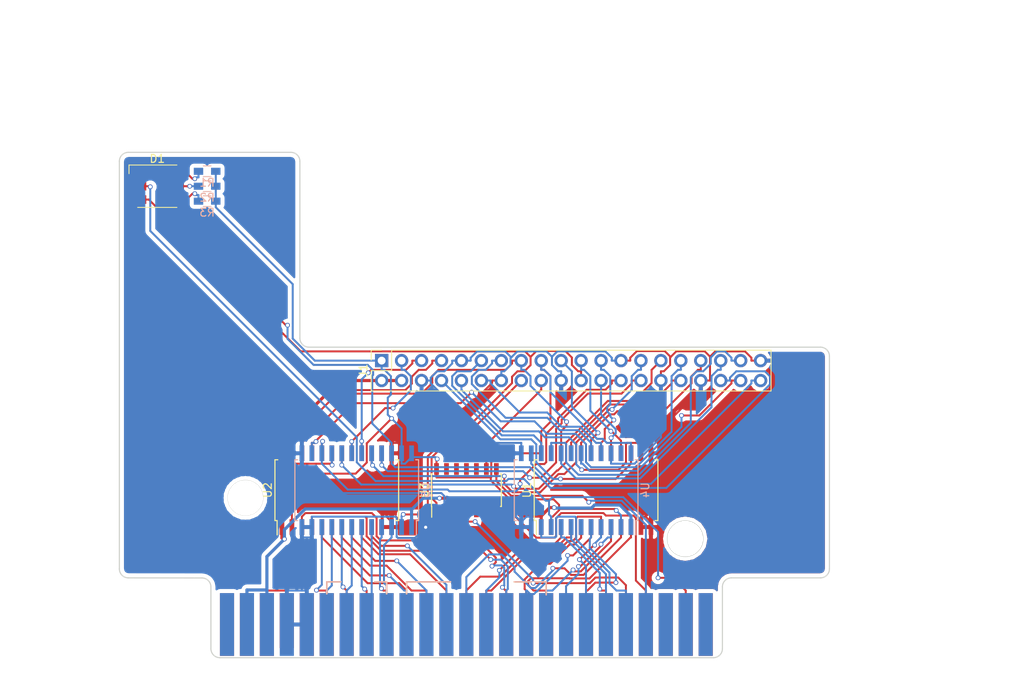
<source format=kicad_pcb>
(kicad_pcb (version 4) (host pcbnew 4.0.7)

  (general
    (links 122)
    (no_connects 0)
    (area 113.208999 49.581999 203.783001 114.133701)
    (thickness 1.6)
    (drawings 43)
    (tracks 960)
    (zones 0)
    (modules 11)
    (nets 85)
  )

  (page A4)
  (layers
    (0 F.Cu mixed)
    (31 B.Cu mixed)
    (32 B.Adhes user)
    (33 F.Adhes user)
    (34 B.Paste user)
    (35 F.Paste user)
    (36 B.SilkS user)
    (37 F.SilkS user)
    (38 B.Mask user)
    (39 F.Mask user)
    (40 Dwgs.User user)
    (41 Cmts.User user)
    (42 Eco1.User user)
    (43 Eco2.User user)
    (44 Edge.Cuts user)
    (45 Margin user)
    (46 B.CrtYd user)
    (47 F.CrtYd user)
    (48 B.Fab user)
    (49 F.Fab user)
  )

  (setup
    (last_trace_width 0.25)
    (trace_clearance 0.2)
    (zone_clearance 0.508)
    (zone_45_only yes)
    (trace_min 0.2)
    (segment_width 0.2)
    (edge_width 0.15)
    (via_size 0.6)
    (via_drill 0.4)
    (via_min_size 0.4)
    (via_min_drill 0.3)
    (uvia_size 0.3)
    (uvia_drill 0.1)
    (uvias_allowed no)
    (uvia_min_size 0.2)
    (uvia_min_drill 0.1)
    (pcb_text_width 0.3)
    (pcb_text_size 1.5 1.5)
    (mod_edge_width 0.15)
    (mod_text_size 1 1)
    (mod_text_width 0.15)
    (pad_size 1.7 1.7)
    (pad_drill 0.79)
    (pad_to_mask_clearance 0.2)
    (aux_axis_origin 0 0)
    (visible_elements 7FFFFFFF)
    (pcbplotparams
      (layerselection 0x010f0_80000001)
      (usegerberextensions false)
      (excludeedgelayer true)
      (linewidth 0.100000)
      (plotframeref false)
      (viasonmask false)
      (mode 1)
      (useauxorigin false)
      (hpglpennumber 1)
      (hpglpenspeed 20)
      (hpglpendiameter 15)
      (hpglpenoverlay 2)
      (psnegative false)
      (psa4output false)
      (plotreference true)
      (plotvalue true)
      (plotinvisibletext false)
      (padsonsilk false)
      (subtractmaskfromsilk false)
      (outputformat 1)
      (mirror false)
      (drillshape 0)
      (scaleselection 1)
      (outputdirectory output))
  )

  (net 0 "")
  (net 1 GND)
  (net 2 +5V)
  (net 3 /RD3)
  (net 4 /RD4)
  (net 5 /RD6)
  (net 6 /RD7)
  (net 7 /RD0)
  (net 8 /RD1)
  (net 9 /RD2)
  (net 10 /RD5)
  (net 11 /WAIT)
  (net 12 /INT)
  (net 13 /BUSDIR)
  (net 14 /IORQ)
  (net 15 /MREQ)
  (net 16 /WR)
  (net 17 /RD)
  (net 18 /RESET)
  (net 19 /A9)
  (net 20 /A15)
  (net 21 /A11)
  (net 22 /A10)
  (net 23 /A7)
  (net 24 /A6)
  (net 25 /A12)
  (net 26 /A8)
  (net 27 /A14)
  (net 28 /A13)
  (net 29 /A1)
  (net 30 /A0)
  (net 31 /A3)
  (net 32 /A2)
  (net 33 /A5)
  (net 34 /A4)
  (net 35 /D1)
  (net 36 /D0)
  (net 37 /D3)
  (net 38 /D2)
  (net 39 /D5)
  (net 40 /D4)
  (net 41 /D7)
  (net 42 /D6)
  (net 43 /CLK)
  (net 44 +3V3)
  (net 45 "Net-(P1-Pad5)")
  (net 46 "Net-(P1-Pad16)")
  (net 47 /RA8)
  (net 48 /RA10)
  (net 49 /RA11)
  (net 50 /RA15)
  (net 51 /RA12)
  (net 52 /RA9)
  (net 53 /RA13)
  (net 54 /RA14)
  (net 55 "Net-(P1-Pad1)")
  (net 56 "Net-(P1-Pad2)")
  (net 57 "Net-(P1-Pad3)")
  (net 58 /SLTSL)
  (net 59 "Net-(P1-Pad6)")
  (net 60 "Net-(P1-Pad44)")
  (net 61 "Net-(P1-Pad48)")
  (net 62 "Net-(P1-Pad50)")
  (net 63 /M1)
  (net 64 /RC17)
  (net 65 /RC18)
  (net 66 /RC27)
  (net 67 /RC23)
  (net 68 /RC24)
  (net 69 /RC19)
  (net 70 /RC26)
  (net 71 /RC20)
  (net 72 /SOUNDIN)
  (net 73 "Net-(D1-Pad4)")
  (net 74 "Net-(D1-Pad5)")
  (net 75 "Net-(D1-Pad6)")
  (net 76 /DAT_EN)
  (net 77 /DAT_DIR)
  (net 78 /RC21)
  (net 79 /ADDR)
  (net 80 "Net-(U1-Pad23)")
  (net 81 "Net-(U2-Pad23)")
  (net 82 "Net-(U4-Pad6)")
  (net 83 "Net-(U4-Pad18)")
  (net 84 "Net-(U4-Pad23)")

  (net_class Default "This is the default net class."
    (clearance 0.2)
    (trace_width 0.25)
    (via_dia 0.6)
    (via_drill 0.4)
    (uvia_dia 0.3)
    (uvia_drill 0.1)
    (add_net +3V3)
    (add_net /A0)
    (add_net /A1)
    (add_net /A10)
    (add_net /A11)
    (add_net /A12)
    (add_net /A13)
    (add_net /A14)
    (add_net /A15)
    (add_net /A2)
    (add_net /A3)
    (add_net /A4)
    (add_net /A5)
    (add_net /A6)
    (add_net /A7)
    (add_net /A8)
    (add_net /A9)
    (add_net /ADDR)
    (add_net /BUSDIR)
    (add_net /CLK)
    (add_net /D0)
    (add_net /D1)
    (add_net /D2)
    (add_net /D3)
    (add_net /D4)
    (add_net /D5)
    (add_net /D6)
    (add_net /D7)
    (add_net /DAT_DIR)
    (add_net /DAT_EN)
    (add_net /INT)
    (add_net /IORQ)
    (add_net /M1)
    (add_net /MREQ)
    (add_net /RA10)
    (add_net /RA11)
    (add_net /RA12)
    (add_net /RA13)
    (add_net /RA14)
    (add_net /RA15)
    (add_net /RA8)
    (add_net /RA9)
    (add_net /RC17)
    (add_net /RC18)
    (add_net /RC19)
    (add_net /RC20)
    (add_net /RC21)
    (add_net /RC23)
    (add_net /RC24)
    (add_net /RC26)
    (add_net /RC27)
    (add_net /RD)
    (add_net /RD0)
    (add_net /RD1)
    (add_net /RD2)
    (add_net /RD3)
    (add_net /RD4)
    (add_net /RD5)
    (add_net /RD6)
    (add_net /RD7)
    (add_net /RESET)
    (add_net /SLTSL)
    (add_net /SOUNDIN)
    (add_net /WAIT)
    (add_net /WR)
    (add_net GND)
    (add_net "Net-(D1-Pad4)")
    (add_net "Net-(D1-Pad5)")
    (add_net "Net-(D1-Pad6)")
    (add_net "Net-(P1-Pad1)")
    (add_net "Net-(P1-Pad16)")
    (add_net "Net-(P1-Pad2)")
    (add_net "Net-(P1-Pad3)")
    (add_net "Net-(P1-Pad44)")
    (add_net "Net-(P1-Pad48)")
    (add_net "Net-(P1-Pad5)")
    (add_net "Net-(P1-Pad50)")
    (add_net "Net-(P1-Pad6)")
    (add_net "Net-(U1-Pad23)")
    (add_net "Net-(U2-Pad23)")
    (add_net "Net-(U4-Pad18)")
    (add_net "Net-(U4-Pad23)")
    (add_net "Net-(U4-Pad6)")
  )

  (net_class 5V ""
    (clearance 0.2)
    (trace_width 0.4)
    (via_dia 0.6)
    (via_drill 0.4)
    (uvia_dia 0.3)
    (uvia_drill 0.1)
    (add_net +5V)
  )

  (module MSX:card_edge_connector (layer F.Cu) (tedit 5AAFC971) (tstamp 5B705AAB)
    (at 156.21 106.68)
    (path /5A3E9812)
    (fp_text reference P1 (at 2.794 -3.556) (layer F.SilkS) hide
      (effects (font (size 1 1) (thickness 0.15)))
    )
    (fp_text value CONN_02X25 (at 1.25984 -0.66256) (layer F.Fab)
      (effects (font (size 1 1) (thickness 0.15)))
    )
    (fp_arc (start -30.268375 7.356852) (end -31.268375 7.356852) (angle -90.00000001) (layer Dwgs.User) (width 0.1))
    (fp_arc (start 32.846865 7.356852) (end 32.846865 8.356852) (angle -90) (layer Dwgs.User) (width 0.1))
    (fp_circle (center -26.873455 -12.985388) (end -25.523455 -12.985388) (layer Dwgs.User) (width 0.1))
    (fp_circle (center 29.126545 -7.785388) (end 30.476545 -7.785388) (layer Dwgs.User) (width 0.1))
    (fp_circle (center -26.873455 -12.985388) (end -24.623455 -12.985388) (layer Dwgs.User) (width 0.1))
    (fp_circle (center 29.126545 -7.785388) (end 31.376545 -7.785388) (layer Dwgs.User) (width 0.1))
    (fp_line (start 47.626545 -2.785388) (end 47.626545 -56.985388) (layer Dwgs.User) (width 0.1))
    (fp_line (start 33.836705 7.262872) (end 33.836705 -2.737128) (layer Dwgs.User) (width 0.1))
    (fp_line (start 47.626545 -56.985388) (end -55.073455 -56.985388) (layer Dwgs.User) (width 0.1))
    (fp_line (start -55.073455 -13.785388) (end -43.573455 -13.785388) (layer Dwgs.User) (width 0.1))
    (fp_line (start 33.826545 -2.785388) (end 47.626545 -2.785388) (layer Dwgs.User) (width 0.1))
    (fp_line (start -43.573455 -2.785388) (end -31.273455 -2.785388) (layer Dwgs.User) (width 0.1))
    (fp_line (start -31.268375 -2.724428) (end -31.268375 7.275572) (layer Dwgs.User) (width 0.1))
    (fp_line (start -30.253135 8.356852) (end 32.846865 8.356852) (layer Dwgs.User) (width 0.1))
    (fp_line (start -43.573455 -13.785388) (end -43.573455 -2.785388) (layer Dwgs.User) (width 0.1))
    (fp_line (start -55.073455 -56.985388) (end -55.073455 -13.785388) (layer Dwgs.User) (width 0.1))
    (fp_line (start -55.073455 -56.985388) (end -55.073455 -13.785388) (layer Dwgs.User) (width 0.1))
    (fp_line (start -43.573455 -13.785388) (end -43.573455 -2.785388) (layer Dwgs.User) (width 0.1))
    (fp_line (start -30.253135 8.356852) (end 32.846865 8.356852) (layer Dwgs.User) (width 0.1))
    (fp_line (start -31.273455 -2.785388) (end -31.273455 7.214612) (layer Dwgs.User) (width 0.1))
    (fp_line (start -43.573455 -2.785388) (end -31.273455 -2.785388) (layer Dwgs.User) (width 0.1))
    (fp_line (start 33.826545 -2.785388) (end 47.626545 -2.785388) (layer Dwgs.User) (width 0.1))
    (fp_line (start -55.073455 -13.785388) (end -43.573455 -13.785388) (layer Dwgs.User) (width 0.1))
    (fp_line (start 47.626545 -56.985388) (end -55.073455 -56.985388) (layer Dwgs.User) (width 0.1))
    (fp_line (start 47.626545 -2.785388) (end 47.626545 -56.985388) (layer Dwgs.User) (width 0.1))
    (fp_circle (center 29.126545 -7.785388) (end 31.376545 -7.785388) (layer Dwgs.User) (width 0.1))
    (fp_circle (center -26.873455 -12.985388) (end -24.623455 -12.985388) (layer Dwgs.User) (width 0.1))
    (fp_circle (center 29.126545 -7.785388) (end 30.476545 -7.785388) (layer Dwgs.User) (width 0.1))
    (fp_circle (center -26.873455 -12.985388) (end -25.523455 -12.985388) (layer Dwgs.User) (width 0.1))
    (fp_arc (start 32.846865 7.356852) (end 32.846865 8.356852) (angle -90) (layer Dwgs.User) (width 0.1))
    (pad "" np_thru_hole circle (at 29.12364 -7.78256) (size 4.5 4.5) (drill 4.5) (layers *.Cu *.Mask F.SilkS)
      (clearance 0.5))
    (pad 1 connect rect (at 31.73984 3.14744) (size 1.8 8) (layers B.Cu B.Mask)
      (net 55 "Net-(P1-Pad1)"))
    (pad 2 connect rect (at 31.73984 3.14744) (size 1.8 8) (layers F.Cu F.Mask)
      (net 56 "Net-(P1-Pad2)"))
    (pad 3 connect rect (at 29.19984 3.14744) (size 1.8 8) (layers B.Cu B.Mask)
      (net 57 "Net-(P1-Pad3)"))
    (pad 4 connect rect (at 29.19984 3.14744) (size 1.8 8) (layers F.Cu F.Mask)
      (net 58 /SLTSL))
    (pad 5 connect rect (at 26.65984 3.14744) (size 1.8 8) (layers B.Cu B.Mask)
      (net 45 "Net-(P1-Pad5)"))
    (pad 6 connect rect (at 26.65984 3.14744) (size 1.8 8) (layers F.Cu F.Mask)
      (net 59 "Net-(P1-Pad6)"))
    (pad 7 connect rect (at 24.11984 3.14744) (size 1.8 8) (layers B.Cu B.Mask)
      (net 11 /WAIT))
    (pad 8 connect rect (at 24.11984 3.14744) (size 1.8 8) (layers F.Cu F.Mask)
      (net 12 /INT))
    (pad 9 connect rect (at 21.57984 3.14744) (size 1.8 8) (layers B.Cu B.Mask)
      (net 63 /M1))
    (pad 10 connect rect (at 21.57984 3.14744) (size 1.8 8) (layers F.Cu F.Mask)
      (net 13 /BUSDIR))
    (pad 11 connect rect (at 19.03984 3.14744) (size 1.8 8) (layers B.Cu B.Mask)
      (net 14 /IORQ))
    (pad 12 connect rect (at 19.03984 3.14744) (size 1.8 8) (layers F.Cu F.Mask)
      (net 15 /MREQ))
    (pad 13 connect rect (at 16.49984 3.14744) (size 1.8 8) (layers B.Cu B.Mask)
      (net 16 /WR))
    (pad 14 connect rect (at 16.49984 3.14744) (size 1.8 8) (layers F.Cu F.Mask)
      (net 17 /RD))
    (pad 15 connect rect (at 13.95984 3.14744) (size 1.8 8) (layers B.Cu B.Mask)
      (net 18 /RESET))
    (pad 16 connect rect (at 13.95984 3.14744) (size 1.8 8) (layers F.Cu F.Mask)
      (net 46 "Net-(P1-Pad16)"))
    (pad 17 connect rect (at 11.41984 3.14744) (size 1.8 8) (layers B.Cu B.Mask)
      (net 19 /A9))
    (pad 18 connect rect (at 11.41984 3.14744) (size 1.8 8) (layers F.Cu F.Mask)
      (net 20 /A15))
    (pad 19 connect rect (at 8.87984 3.14744) (size 1.8 8) (layers B.Cu B.Mask)
      (net 21 /A11))
    (pad 20 connect rect (at 8.87984 3.14744) (size 1.8 8) (layers F.Cu F.Mask)
      (net 22 /A10))
    (pad 21 connect rect (at 6.33984 3.14744) (size 1.8 8) (layers B.Cu B.Mask)
      (net 23 /A7))
    (pad 22 connect rect (at 6.33984 3.14744) (size 1.8 8) (layers F.Cu F.Mask)
      (net 24 /A6))
    (pad 23 connect rect (at 3.79984 3.14744) (size 1.8 8) (layers B.Cu B.Mask)
      (net 25 /A12))
    (pad 24 connect rect (at 3.79984 3.14744) (size 1.8 8) (layers F.Cu F.Mask)
      (net 26 /A8))
    (pad 25 connect rect (at 1.25984 3.14744) (size 1.8 8) (layers B.Cu B.Mask)
      (net 27 /A14))
    (pad 26 connect rect (at 1.25984 3.14744) (size 1.8 8) (layers F.Cu F.Mask)
      (net 28 /A13))
    (pad 27 connect rect (at -1.28016 3.14744) (size 1.8 8) (layers B.Cu B.Mask)
      (net 29 /A1))
    (pad 28 connect rect (at -1.28016 3.14744) (size 1.8 8) (layers F.Cu F.Mask)
      (net 30 /A0))
    (pad 29 connect rect (at -3.82016 3.14744) (size 1.8 8) (layers B.Cu B.Mask)
      (net 31 /A3))
    (pad 30 connect rect (at -3.82016 3.14744) (size 1.8 8) (layers F.Cu F.Mask)
      (net 32 /A2))
    (pad 31 connect rect (at -6.36016 3.14744) (size 1.8 8) (layers B.Cu B.Mask)
      (net 33 /A5))
    (pad 32 connect rect (at -6.36016 3.14744) (size 1.8 8) (layers F.Cu F.Mask)
      (net 34 /A4))
    (pad 33 connect rect (at -8.90016 3.14744) (size 1.8 8) (layers B.Cu B.Mask)
      (net 35 /D1))
    (pad 34 connect rect (at -8.90016 3.14744) (size 1.8 8) (layers F.Cu F.Mask)
      (net 36 /D0))
    (pad 35 connect rect (at -11.44016 3.14744) (size 1.8 8) (layers B.Cu B.Mask)
      (net 37 /D3))
    (pad 36 connect rect (at -11.44016 3.14744) (size 1.8 8) (layers F.Cu F.Mask)
      (net 38 /D2))
    (pad 37 connect rect (at -13.98016 3.14744) (size 1.8 8) (layers B.Cu B.Mask)
      (net 39 /D5))
    (pad 38 connect rect (at -13.98016 3.14744) (size 1.8 8) (layers F.Cu F.Mask)
      (net 40 /D4))
    (pad 39 connect rect (at -16.52016 3.14744) (size 1.8 8) (layers B.Cu B.Mask)
      (net 41 /D7))
    (pad 40 connect rect (at -16.52016 3.14744) (size 1.8 8) (layers F.Cu F.Mask)
      (net 42 /D6))
    (pad 41 connect rect (at -19.06016 3.14744) (size 1.8 8) (layers B.Cu B.Mask)
      (net 1 GND))
    (pad 42 connect rect (at -19.06016 3.14744) (size 1.8 8) (layers F.Cu F.Mask)
      (net 43 /CLK))
    (pad 43 connect rect (at -21.60016 3.14744) (size 1.8 8) (layers B.Cu B.Mask)
      (net 1 GND))
    (pad 44 connect rect (at -21.60524 2.65468) (size 1.8 7) (layers F.Cu F.Mask)
      (net 60 "Net-(P1-Pad44)"))
    (pad 45 connect rect (at -24.14016 3.14744) (size 1.8 8) (layers B.Cu B.Mask)
      (net 2 +5V))
    (pad 46 connect rect (at -24.14016 3.14744) (size 1.8 8) (layers F.Cu F.Mask)
      (net 60 "Net-(P1-Pad44)"))
    (pad 47 connect rect (at -26.68016 3.14744) (size 1.8 8) (layers B.Cu B.Mask)
      (net 2 +5V))
    (pad 48 connect rect (at -26.68016 3.14744) (size 1.8 8) (layers F.Cu F.Mask)
      (net 61 "Net-(P1-Pad48)"))
    (pad 49 connect rect (at -29.22016 3.14744) (size 1.8 8) (layers B.Cu B.Mask)
      (net 72 /SOUNDIN))
    (pad 50 connect rect (at -29.22016 3.14744) (size 1.8 8) (layers F.Cu F.Mask)
      (net 62 "Net-(P1-Pad50)"))
    (pad "" np_thru_hole circle (at -26.87574 -12.98448) (size 4.5 4.5) (drill 4.5) (layers *.Cu *.Mask F.SilkS)
      (clearance 0.5))
  )

  (module LEDs:LED_RGB_5050-6 (layer F.Cu) (tedit 59155824) (tstamp 5E0DF3CB)
    (at 118.11 53.975)
    (descr http://cdn.sparkfun.com/datasheets/Components/LED/5060BRG4.pdf)
    (tags "RGB LED 5050-6")
    (path /5B6DB9E5)
    (attr smd)
    (fp_text reference D1 (at 0 -3.5 180) (layer F.SilkS)
      (effects (font (size 1 1) (thickness 0.15)))
    )
    (fp_text value LED_RGB (at 0 3.3) (layer F.Fab)
      (effects (font (size 1 1) (thickness 0.15)))
    )
    (fp_line (start -2.5 -1.9) (end -1.9 -2.5) (layer F.Fab) (width 0.1))
    (fp_line (start 2.5 -2.5) (end -2.5 -2.5) (layer F.Fab) (width 0.1))
    (fp_line (start 2.5 2.5) (end 2.5 -2.5) (layer F.Fab) (width 0.1))
    (fp_line (start -2.5 2.5) (end 2.5 2.5) (layer F.Fab) (width 0.1))
    (fp_line (start -2.5 -2.5) (end -2.5 2.5) (layer F.Fab) (width 0.1))
    (fp_line (start -3.6 -2.7) (end 2.5 -2.7) (layer F.SilkS) (width 0.12))
    (fp_line (start -3.6 -1.6) (end -3.6 -2.7) (layer F.SilkS) (width 0.12))
    (fp_line (start 2.5 2.7) (end -2.5 2.7) (layer F.SilkS) (width 0.12))
    (fp_line (start 3.65 -2.75) (end -3.65 -2.75) (layer F.CrtYd) (width 0.05))
    (fp_line (start 3.65 2.75) (end 3.65 -2.75) (layer F.CrtYd) (width 0.05))
    (fp_line (start -3.65 2.75) (end 3.65 2.75) (layer F.CrtYd) (width 0.05))
    (fp_line (start -3.65 -2.75) (end -3.65 2.75) (layer F.CrtYd) (width 0.05))
    (fp_text user %R (at 0 0) (layer F.Fab)
      (effects (font (size 0.6 0.6) (thickness 0.06)))
    )
    (fp_circle (center 0 0) (end 0 -1.9) (layer F.Fab) (width 0.1))
    (pad 1 smd rect (at -2.4 -1.7 90) (size 1.1 2) (layers F.Cu F.Paste F.Mask)
      (net 76 /DAT_EN))
    (pad 2 smd rect (at -2.4 0 90) (size 1.1 2) (layers F.Cu F.Paste F.Mask)
      (net 58 /SLTSL))
    (pad 3 smd rect (at -2.4 1.7 90) (size 1.1 2) (layers F.Cu F.Paste F.Mask)
      (net 77 /DAT_DIR))
    (pad 4 smd rect (at 2.4 1.7 90) (size 1.1 2) (layers F.Cu F.Paste F.Mask)
      (net 73 "Net-(D1-Pad4)"))
    (pad 5 smd rect (at 2.4 0 90) (size 1.1 2) (layers F.Cu F.Paste F.Mask)
      (net 74 "Net-(D1-Pad5)"))
    (pad 6 smd rect (at 2.4 -1.7 90) (size 1.1 2) (layers F.Cu F.Paste F.Mask)
      (net 75 "Net-(D1-Pad6)"))
    (model ${KISYS3DMOD}/LEDs.3dshapes/LED_RGB_5050-6.wrl
      (at (xyz 0 0 0))
      (scale (xyz 1 1 1))
      (rotate (xyz 0 0 0))
    )
  )

  (module Socket_Strips:Socket_Strip_Straight_2x20_Pitch2.54mm (layer F.Cu) (tedit 58CD544A) (tstamp 5E0DF408)
    (at 146.685 76.2 90)
    (descr "Through hole straight socket strip, 2x20, 2.54mm pitch, double rows")
    (tags "Through hole socket strip THT 2x20 2.54mm double row")
    (path /5B6D96EB)
    (fp_text reference J1 (at -1.27 -2.33 90) (layer F.SilkS)
      (effects (font (size 1 1) (thickness 0.15)))
    )
    (fp_text value RPi_GPIO (at -1.27 50.59 90) (layer F.Fab)
      (effects (font (size 1 1) (thickness 0.15)))
    )
    (fp_line (start -3.81 -1.27) (end -3.81 49.53) (layer F.Fab) (width 0.1))
    (fp_line (start -3.81 49.53) (end 1.27 49.53) (layer F.Fab) (width 0.1))
    (fp_line (start 1.27 49.53) (end 1.27 -1.27) (layer F.Fab) (width 0.1))
    (fp_line (start 1.27 -1.27) (end -3.81 -1.27) (layer F.Fab) (width 0.1))
    (fp_line (start 1.33 1.27) (end 1.33 49.59) (layer F.SilkS) (width 0.12))
    (fp_line (start 1.33 49.59) (end -3.87 49.59) (layer F.SilkS) (width 0.12))
    (fp_line (start -3.87 49.59) (end -3.87 -1.33) (layer F.SilkS) (width 0.12))
    (fp_line (start -3.87 -1.33) (end -1.27 -1.33) (layer F.SilkS) (width 0.12))
    (fp_line (start -1.27 -1.33) (end -1.27 1.27) (layer F.SilkS) (width 0.12))
    (fp_line (start -1.27 1.27) (end 1.33 1.27) (layer F.SilkS) (width 0.12))
    (fp_line (start 1.33 0) (end 1.33 -1.33) (layer F.SilkS) (width 0.12))
    (fp_line (start 1.33 -1.33) (end 0.06 -1.33) (layer F.SilkS) (width 0.12))
    (fp_line (start -4.35 -1.8) (end -4.35 50.05) (layer F.CrtYd) (width 0.05))
    (fp_line (start -4.35 50.05) (end 1.8 50.05) (layer F.CrtYd) (width 0.05))
    (fp_line (start 1.8 50.05) (end 1.8 -1.8) (layer F.CrtYd) (width 0.05))
    (fp_line (start 1.8 -1.8) (end -4.35 -1.8) (layer F.CrtYd) (width 0.05))
    (fp_text user %R (at -1.27 -2.33 90) (layer F.Fab)
      (effects (font (size 1 1) (thickness 0.15)))
    )
    (pad 1 thru_hole rect (at 0 0 90) (size 1.7 1.7) (drill 1) (layers *.Cu *.Mask)
      (net 44 +3V3))
    (pad 2 thru_hole oval (at -2.54 0 90) (size 1.7 1.7) (drill 1) (layers *.Cu *.Mask)
      (net 2 +5V))
    (pad 3 thru_hole oval (at 0 2.54 90) (size 1.7 1.7) (drill 1) (layers *.Cu *.Mask)
      (net 9 /RD2))
    (pad 4 thru_hole oval (at -2.54 2.54 90) (size 1.7 1.7) (drill 1) (layers *.Cu *.Mask)
      (net 2 +5V))
    (pad 5 thru_hole oval (at 0 5.08 90) (size 1.7 1.7) (drill 1) (layers *.Cu *.Mask)
      (net 3 /RD3))
    (pad 6 thru_hole oval (at -2.54 5.08 90) (size 1.7 1.7) (drill 1) (layers *.Cu *.Mask)
      (net 1 GND))
    (pad 7 thru_hole oval (at 0 7.62 90) (size 1.7 1.7) (drill 1) (layers *.Cu *.Mask)
      (net 4 /RD4))
    (pad 8 thru_hole oval (at -2.54 7.62 90) (size 1.7 1.7) (drill 1) (layers *.Cu *.Mask)
      (net 54 /RA14))
    (pad 9 thru_hole oval (at 0 10.16 90) (size 1.7 1.7) (drill 1) (layers *.Cu *.Mask)
      (net 1 GND))
    (pad 10 thru_hole oval (at -2.54 10.16 90) (size 1.7 1.7) (drill 1) (layers *.Cu *.Mask)
      (net 50 /RA15))
    (pad 11 thru_hole oval (at 0 12.7 90) (size 1.7 1.7) (drill 1) (layers *.Cu *.Mask)
      (net 64 /RC17))
    (pad 12 thru_hole oval (at -2.54 12.7 90) (size 1.7 1.7) (drill 1) (layers *.Cu *.Mask)
      (net 65 /RC18))
    (pad 13 thru_hole oval (at 0 15.24 90) (size 1.7 1.7) (drill 1) (layers *.Cu *.Mask)
      (net 66 /RC27))
    (pad 14 thru_hole oval (at -2.54 15.24 90) (size 1.7 1.7) (drill 1) (layers *.Cu *.Mask)
      (net 1 GND))
    (pad 15 thru_hole oval (at 0 17.78 90) (size 1.7 1.7) (drill 1) (layers *.Cu *.Mask)
      (net 79 /ADDR))
    (pad 16 thru_hole oval (at -2.54 17.78 90) (size 1.7 1.7) (drill 1) (layers *.Cu *.Mask)
      (net 67 /RC23))
    (pad 17 thru_hole oval (at 0 20.32 90) (size 1.7 1.7) (drill 1) (layers *.Cu *.Mask)
      (net 44 +3V3))
    (pad 18 thru_hole oval (at -2.54 20.32 90) (size 1.7 1.7) (drill 1) (layers *.Cu *.Mask)
      (net 68 /RC24))
    (pad 19 thru_hole oval (at 0 22.86 90) (size 1.7 1.7) (drill 1) (layers *.Cu *.Mask)
      (net 48 /RA10))
    (pad 20 thru_hole oval (at -2.54 22.86 90) (size 1.7 1.7) (drill 1) (layers *.Cu *.Mask)
      (net 1 GND))
    (pad 21 thru_hole oval (at 0 25.4 90) (size 1.7 1.7) (drill 1) (layers *.Cu *.Mask)
      (net 52 /RA9))
    (pad 22 thru_hole oval (at -2.54 25.4 90) (size 1.7 1.7) (drill 1) (layers *.Cu *.Mask)
      (net 77 /DAT_DIR))
    (pad 23 thru_hole oval (at 0 27.94 90) (size 1.7 1.7) (drill 1) (layers *.Cu *.Mask)
      (net 49 /RA11))
    (pad 24 thru_hole oval (at -2.54 27.94 90) (size 1.7 1.7) (drill 1) (layers *.Cu *.Mask)
      (net 47 /RA8))
    (pad 25 thru_hole oval (at 0 30.48 90) (size 1.7 1.7) (drill 1) (layers *.Cu *.Mask)
      (net 1 GND))
    (pad 26 thru_hole oval (at -2.54 30.48 90) (size 1.7 1.7) (drill 1) (layers *.Cu *.Mask)
      (net 6 /RD7))
    (pad 27 thru_hole oval (at 0 33.02 90) (size 1.7 1.7) (drill 1) (layers *.Cu *.Mask)
      (net 7 /RD0))
    (pad 28 thru_hole oval (at -2.54 33.02 90) (size 1.7 1.7) (drill 1) (layers *.Cu *.Mask)
      (net 8 /RD1))
    (pad 29 thru_hole oval (at 0 35.56 90) (size 1.7 1.7) (drill 1) (layers *.Cu *.Mask)
      (net 10 /RD5))
    (pad 30 thru_hole oval (at -2.54 35.56 90) (size 1.7 1.7) (drill 1) (layers *.Cu *.Mask)
      (net 1 GND))
    (pad 31 thru_hole oval (at 0 38.1 90) (size 1.7 1.7) (drill 1) (layers *.Cu *.Mask)
      (net 5 /RD6))
    (pad 32 thru_hole oval (at -2.54 38.1 90) (size 1.7 1.7) (drill 1) (layers *.Cu *.Mask)
      (net 51 /RA12))
    (pad 33 thru_hole oval (at 0 40.64 90) (size 1.7 1.7) (drill 1) (layers *.Cu *.Mask)
      (net 53 /RA13))
    (pad 34 thru_hole oval (at -2.54 40.64 90) (size 1.7 1.7) (drill 1) (layers *.Cu *.Mask)
      (net 1 GND))
    (pad 35 thru_hole oval (at 0 43.18 90) (size 1.7 1.7) (drill 1) (layers *.Cu *.Mask)
      (net 69 /RC19))
    (pad 36 thru_hole oval (at -2.54 43.18 90) (size 1.7 1.7) (drill 1) (layers *.Cu *.Mask)
      (net 76 /DAT_EN))
    (pad 37 thru_hole oval (at 0 45.72 90) (size 1.7 1.7) (drill 1) (layers *.Cu *.Mask)
      (net 70 /RC26))
    (pad 38 thru_hole oval (at -2.54 45.72 90) (size 1.7 1.7) (drill 1) (layers *.Cu *.Mask)
      (net 71 /RC20))
    (pad 39 thru_hole oval (at 0 48.26 90) (size 1.7 1.7) (drill 1) (layers *.Cu *.Mask)
      (net 1 GND))
    (pad 40 thru_hole oval (at -2.54 48.26 90) (size 1.7 1.7) (drill 1) (layers *.Cu *.Mask)
      (net 78 /RC21))
    (model ${KISYS3DMOD}/Socket_Strips.3dshapes/Socket_Strip_Straight_2x20_Pitch2.54mm.wrl
      (at (xyz -0.05 -0.95 0))
      (scale (xyz 1 1 1))
      (rotate (xyz 0 0 270))
    )
  )

  (module Resistors_SMD:R_0603_HandSoldering (layer B.Cu) (tedit 58E0A804) (tstamp 5E0DF419)
    (at 124.46 52.07)
    (descr "Resistor SMD 0603, hand soldering")
    (tags "resistor 0603")
    (path /5B6DBBA0)
    (attr smd)
    (fp_text reference R1 (at 0 1.45) (layer B.SilkS)
      (effects (font (size 1 1) (thickness 0.15)) (justify mirror))
    )
    (fp_text value R (at 0 -1.55) (layer B.Fab)
      (effects (font (size 1 1) (thickness 0.15)) (justify mirror))
    )
    (fp_text user %R (at 0 0) (layer B.Fab)
      (effects (font (size 0.4 0.4) (thickness 0.075)) (justify mirror))
    )
    (fp_line (start -0.8 -0.4) (end -0.8 0.4) (layer B.Fab) (width 0.1))
    (fp_line (start 0.8 -0.4) (end -0.8 -0.4) (layer B.Fab) (width 0.1))
    (fp_line (start 0.8 0.4) (end 0.8 -0.4) (layer B.Fab) (width 0.1))
    (fp_line (start -0.8 0.4) (end 0.8 0.4) (layer B.Fab) (width 0.1))
    (fp_line (start 0.5 -0.68) (end -0.5 -0.68) (layer B.SilkS) (width 0.12))
    (fp_line (start -0.5 0.68) (end 0.5 0.68) (layer B.SilkS) (width 0.12))
    (fp_line (start -1.96 0.7) (end 1.95 0.7) (layer B.CrtYd) (width 0.05))
    (fp_line (start -1.96 0.7) (end -1.96 -0.7) (layer B.CrtYd) (width 0.05))
    (fp_line (start 1.95 -0.7) (end 1.95 0.7) (layer B.CrtYd) (width 0.05))
    (fp_line (start 1.95 -0.7) (end -1.96 -0.7) (layer B.CrtYd) (width 0.05))
    (pad 1 smd rect (at -1.1 0) (size 1.2 0.9) (layers B.Cu B.Paste B.Mask)
      (net 75 "Net-(D1-Pad6)"))
    (pad 2 smd rect (at 1.1 0) (size 1.2 0.9) (layers B.Cu B.Paste B.Mask)
      (net 44 +3V3))
    (model ${KISYS3DMOD}/Resistors_SMD.3dshapes/R_0603.wrl
      (at (xyz 0 0 0))
      (scale (xyz 1 1 1))
      (rotate (xyz 0 0 0))
    )
  )

  (module Resistors_SMD:R_0603_HandSoldering (layer B.Cu) (tedit 58E0A804) (tstamp 5E0DF42A)
    (at 124.46 53.975)
    (descr "Resistor SMD 0603, hand soldering")
    (tags "resistor 0603")
    (path /5B6DBD2F)
    (attr smd)
    (fp_text reference R2 (at 0 1.45) (layer B.SilkS)
      (effects (font (size 1 1) (thickness 0.15)) (justify mirror))
    )
    (fp_text value R (at 0 -1.55) (layer B.Fab)
      (effects (font (size 1 1) (thickness 0.15)) (justify mirror))
    )
    (fp_text user %R (at 0 0) (layer B.Fab)
      (effects (font (size 0.4 0.4) (thickness 0.075)) (justify mirror))
    )
    (fp_line (start -0.8 -0.4) (end -0.8 0.4) (layer B.Fab) (width 0.1))
    (fp_line (start 0.8 -0.4) (end -0.8 -0.4) (layer B.Fab) (width 0.1))
    (fp_line (start 0.8 0.4) (end 0.8 -0.4) (layer B.Fab) (width 0.1))
    (fp_line (start -0.8 0.4) (end 0.8 0.4) (layer B.Fab) (width 0.1))
    (fp_line (start 0.5 -0.68) (end -0.5 -0.68) (layer B.SilkS) (width 0.12))
    (fp_line (start -0.5 0.68) (end 0.5 0.68) (layer B.SilkS) (width 0.12))
    (fp_line (start -1.96 0.7) (end 1.95 0.7) (layer B.CrtYd) (width 0.05))
    (fp_line (start -1.96 0.7) (end -1.96 -0.7) (layer B.CrtYd) (width 0.05))
    (fp_line (start 1.95 -0.7) (end 1.95 0.7) (layer B.CrtYd) (width 0.05))
    (fp_line (start 1.95 -0.7) (end -1.96 -0.7) (layer B.CrtYd) (width 0.05))
    (pad 1 smd rect (at -1.1 0) (size 1.2 0.9) (layers B.Cu B.Paste B.Mask)
      (net 74 "Net-(D1-Pad5)"))
    (pad 2 smd rect (at 1.1 0) (size 1.2 0.9) (layers B.Cu B.Paste B.Mask)
      (net 44 +3V3))
    (model ${KISYS3DMOD}/Resistors_SMD.3dshapes/R_0603.wrl
      (at (xyz 0 0 0))
      (scale (xyz 1 1 1))
      (rotate (xyz 0 0 0))
    )
  )

  (module Resistors_SMD:R_0603_HandSoldering (layer B.Cu) (tedit 58E0A804) (tstamp 5E0DF43B)
    (at 124.46 55.88)
    (descr "Resistor SMD 0603, hand soldering")
    (tags "resistor 0603")
    (path /5B6DBDB9)
    (attr smd)
    (fp_text reference R3 (at 0 1.45) (layer B.SilkS)
      (effects (font (size 1 1) (thickness 0.15)) (justify mirror))
    )
    (fp_text value R (at 0 -1.55) (layer B.Fab)
      (effects (font (size 1 1) (thickness 0.15)) (justify mirror))
    )
    (fp_text user %R (at 0 0) (layer B.Fab)
      (effects (font (size 0.4 0.4) (thickness 0.075)) (justify mirror))
    )
    (fp_line (start -0.8 -0.4) (end -0.8 0.4) (layer B.Fab) (width 0.1))
    (fp_line (start 0.8 -0.4) (end -0.8 -0.4) (layer B.Fab) (width 0.1))
    (fp_line (start 0.8 0.4) (end 0.8 -0.4) (layer B.Fab) (width 0.1))
    (fp_line (start -0.8 0.4) (end 0.8 0.4) (layer B.Fab) (width 0.1))
    (fp_line (start 0.5 -0.68) (end -0.5 -0.68) (layer B.SilkS) (width 0.12))
    (fp_line (start -0.5 0.68) (end 0.5 0.68) (layer B.SilkS) (width 0.12))
    (fp_line (start -1.96 0.7) (end 1.95 0.7) (layer B.CrtYd) (width 0.05))
    (fp_line (start -1.96 0.7) (end -1.96 -0.7) (layer B.CrtYd) (width 0.05))
    (fp_line (start 1.95 -0.7) (end 1.95 0.7) (layer B.CrtYd) (width 0.05))
    (fp_line (start 1.95 -0.7) (end -1.96 -0.7) (layer B.CrtYd) (width 0.05))
    (pad 1 smd rect (at -1.1 0) (size 1.2 0.9) (layers B.Cu B.Paste B.Mask)
      (net 73 "Net-(D1-Pad4)"))
    (pad 2 smd rect (at 1.1 0) (size 1.2 0.9) (layers B.Cu B.Paste B.Mask)
      (net 44 +3V3))
    (model ${KISYS3DMOD}/Resistors_SMD.3dshapes/R_0603.wrl
      (at (xyz 0 0 0))
      (scale (xyz 1 1 1))
      (rotate (xyz 0 0 0))
    )
  )

  (module Housings_SOIC:SOIC-24W_7.5x15.4mm_Pitch1.27mm (layer F.Cu) (tedit 58CC8F64) (tstamp 5E0DF468)
    (at 173.99 92.71 90)
    (descr "24-Lead Plastic Small Outline (SO) - Wide, 7.50 mm Body [SOIC] (see Microchip Packaging Specification 00000049BS.pdf)")
    (tags "SOIC 1.27")
    (path /5E0E17E7)
    (attr smd)
    (fp_text reference U1 (at 0 -8.8 90) (layer F.SilkS)
      (effects (font (size 1 1) (thickness 0.15)))
    )
    (fp_text value LVC4245 (at 0 8.8 90) (layer F.Fab)
      (effects (font (size 1 1) (thickness 0.15)))
    )
    (fp_text user %R (at 0 0 90) (layer F.Fab)
      (effects (font (size 1 1) (thickness 0.15)))
    )
    (fp_line (start -2.75 -7.7) (end 3.75 -7.7) (layer F.Fab) (width 0.15))
    (fp_line (start 3.75 -7.7) (end 3.75 7.7) (layer F.Fab) (width 0.15))
    (fp_line (start 3.75 7.7) (end -3.75 7.7) (layer F.Fab) (width 0.15))
    (fp_line (start -3.75 7.7) (end -3.75 -6.7) (layer F.Fab) (width 0.15))
    (fp_line (start -3.75 -6.7) (end -2.75 -7.7) (layer F.Fab) (width 0.15))
    (fp_line (start -5.95 -8.05) (end -5.95 8.05) (layer F.CrtYd) (width 0.05))
    (fp_line (start 5.95 -8.05) (end 5.95 8.05) (layer F.CrtYd) (width 0.05))
    (fp_line (start -5.95 -8.05) (end 5.95 -8.05) (layer F.CrtYd) (width 0.05))
    (fp_line (start -5.95 8.05) (end 5.95 8.05) (layer F.CrtYd) (width 0.05))
    (fp_line (start -3.875 -7.875) (end -3.875 -7.6) (layer F.SilkS) (width 0.15))
    (fp_line (start 3.875 -7.875) (end 3.875 -7.51) (layer F.SilkS) (width 0.15))
    (fp_line (start 3.875 7.875) (end 3.875 7.51) (layer F.SilkS) (width 0.15))
    (fp_line (start -3.875 7.875) (end -3.875 7.51) (layer F.SilkS) (width 0.15))
    (fp_line (start -3.875 -7.875) (end 3.875 -7.875) (layer F.SilkS) (width 0.15))
    (fp_line (start -3.875 7.875) (end 3.875 7.875) (layer F.SilkS) (width 0.15))
    (fp_line (start -3.875 -7.6) (end -5.7 -7.6) (layer F.SilkS) (width 0.15))
    (pad 1 smd rect (at -4.7 -6.985 90) (size 2 0.6) (layers F.Cu F.Paste F.Mask)
      (net 2 +5V))
    (pad 2 smd rect (at -4.7 -5.715 90) (size 2 0.6) (layers F.Cu F.Paste F.Mask)
      (net 44 +3V3))
    (pad 3 smd rect (at -4.7 -4.445 90) (size 2 0.6) (layers F.Cu F.Paste F.Mask)
      (net 25 /A12))
    (pad 4 smd rect (at -4.7 -3.175 90) (size 2 0.6) (layers F.Cu F.Paste F.Mask)
      (net 28 /A13))
    (pad 5 smd rect (at -4.7 -1.905 90) (size 2 0.6) (layers F.Cu F.Paste F.Mask)
      (net 22 /A10))
    (pad 6 smd rect (at -4.7 -0.635 90) (size 2 0.6) (layers F.Cu F.Paste F.Mask)
      (net 21 /A11))
    (pad 7 smd rect (at -4.7 0.635 90) (size 2 0.6) (layers F.Cu F.Paste F.Mask)
      (net 26 /A8))
    (pad 8 smd rect (at -4.7 1.905 90) (size 2 0.6) (layers F.Cu F.Paste F.Mask)
      (net 19 /A9))
    (pad 9 smd rect (at -4.7 3.175 90) (size 2 0.6) (layers F.Cu F.Paste F.Mask)
      (net 27 /A14))
    (pad 10 smd rect (at -4.7 4.445 90) (size 2 0.6) (layers F.Cu F.Paste F.Mask)
      (net 20 /A15))
    (pad 11 smd rect (at -4.7 5.715 90) (size 2 0.6) (layers F.Cu F.Paste F.Mask)
      (net 1 GND))
    (pad 12 smd rect (at -4.7 6.985 90) (size 2 0.6) (layers F.Cu F.Paste F.Mask)
      (net 1 GND))
    (pad 13 smd rect (at 4.7 6.985 90) (size 2 0.6) (layers F.Cu F.Paste F.Mask)
      (net 1 GND))
    (pad 14 smd rect (at 4.7 5.715 90) (size 2 0.6) (layers F.Cu F.Paste F.Mask)
      (net 50 /RA15))
    (pad 15 smd rect (at 4.7 4.445 90) (size 2 0.6) (layers F.Cu F.Paste F.Mask)
      (net 54 /RA14))
    (pad 16 smd rect (at 4.7 3.175 90) (size 2 0.6) (layers F.Cu F.Paste F.Mask)
      (net 52 /RA9))
    (pad 17 smd rect (at 4.7 1.905 90) (size 2 0.6) (layers F.Cu F.Paste F.Mask)
      (net 47 /RA8))
    (pad 18 smd rect (at 4.7 0.635 90) (size 2 0.6) (layers F.Cu F.Paste F.Mask)
      (net 49 /RA11))
    (pad 19 smd rect (at 4.7 -0.635 90) (size 2 0.6) (layers F.Cu F.Paste F.Mask)
      (net 48 /RA10))
    (pad 20 smd rect (at 4.7 -1.905 90) (size 2 0.6) (layers F.Cu F.Paste F.Mask)
      (net 53 /RA13))
    (pad 21 smd rect (at 4.7 -3.175 90) (size 2 0.6) (layers F.Cu F.Paste F.Mask)
      (net 51 /RA12))
    (pad 22 smd rect (at 4.7 -4.445 90) (size 2 0.6) (layers F.Cu F.Paste F.Mask)
      (net 79 /ADDR))
    (pad 23 smd rect (at 4.7 -5.715 90) (size 2 0.6) (layers F.Cu F.Paste F.Mask)
      (net 80 "Net-(U1-Pad23)"))
    (pad 24 smd rect (at 4.7 -6.985 90) (size 2 0.6) (layers F.Cu F.Paste F.Mask)
      (net 44 +3V3))
    (model ${KISYS3DMOD}/Housings_SOIC.3dshapes/SOIC-24W_7.5x15.4mm_Pitch1.27mm.wrl
      (at (xyz 0 0 0))
      (scale (xyz 1 1 1))
      (rotate (xyz 0 0 0))
    )
  )

  (module Housings_SOIC:SOIC-24W_7.5x15.4mm_Pitch1.27mm (layer F.Cu) (tedit 58CC8F64) (tstamp 5E0DF495)
    (at 140.97 92.71 90)
    (descr "24-Lead Plastic Small Outline (SO) - Wide, 7.50 mm Body [SOIC] (see Microchip Packaging Specification 00000049BS.pdf)")
    (tags "SOIC 1.27")
    (path /5E0E02AE)
    (attr smd)
    (fp_text reference U2 (at 0 -8.8 90) (layer F.SilkS)
      (effects (font (size 1 1) (thickness 0.15)))
    )
    (fp_text value LVC4245 (at 0 8.8 90) (layer F.Fab)
      (effects (font (size 1 1) (thickness 0.15)))
    )
    (fp_text user %R (at 0 0 90) (layer F.Fab)
      (effects (font (size 1 1) (thickness 0.15)))
    )
    (fp_line (start -2.75 -7.7) (end 3.75 -7.7) (layer F.Fab) (width 0.15))
    (fp_line (start 3.75 -7.7) (end 3.75 7.7) (layer F.Fab) (width 0.15))
    (fp_line (start 3.75 7.7) (end -3.75 7.7) (layer F.Fab) (width 0.15))
    (fp_line (start -3.75 7.7) (end -3.75 -6.7) (layer F.Fab) (width 0.15))
    (fp_line (start -3.75 -6.7) (end -2.75 -7.7) (layer F.Fab) (width 0.15))
    (fp_line (start -5.95 -8.05) (end -5.95 8.05) (layer F.CrtYd) (width 0.05))
    (fp_line (start 5.95 -8.05) (end 5.95 8.05) (layer F.CrtYd) (width 0.05))
    (fp_line (start -5.95 -8.05) (end 5.95 -8.05) (layer F.CrtYd) (width 0.05))
    (fp_line (start -5.95 8.05) (end 5.95 8.05) (layer F.CrtYd) (width 0.05))
    (fp_line (start -3.875 -7.875) (end -3.875 -7.6) (layer F.SilkS) (width 0.15))
    (fp_line (start 3.875 -7.875) (end 3.875 -7.51) (layer F.SilkS) (width 0.15))
    (fp_line (start 3.875 7.875) (end 3.875 7.51) (layer F.SilkS) (width 0.15))
    (fp_line (start -3.875 7.875) (end -3.875 7.51) (layer F.SilkS) (width 0.15))
    (fp_line (start -3.875 -7.875) (end 3.875 -7.875) (layer F.SilkS) (width 0.15))
    (fp_line (start -3.875 7.875) (end 3.875 7.875) (layer F.SilkS) (width 0.15))
    (fp_line (start -3.875 -7.6) (end -5.7 -7.6) (layer F.SilkS) (width 0.15))
    (pad 1 smd rect (at -4.7 -6.985 90) (size 2 0.6) (layers F.Cu F.Paste F.Mask)
      (net 2 +5V))
    (pad 2 smd rect (at -4.7 -5.715 90) (size 2 0.6) (layers F.Cu F.Paste F.Mask)
      (net 44 +3V3))
    (pad 3 smd rect (at -4.7 -4.445 90) (size 2 0.6) (layers F.Cu F.Paste F.Mask)
      (net 24 /A6))
    (pad 4 smd rect (at -4.7 -3.175 90) (size 2 0.6) (layers F.Cu F.Paste F.Mask)
      (net 23 /A7))
    (pad 5 smd rect (at -4.7 -1.905 90) (size 2 0.6) (layers F.Cu F.Paste F.Mask)
      (net 34 /A4))
    (pad 6 smd rect (at -4.7 -0.635 90) (size 2 0.6) (layers F.Cu F.Paste F.Mask)
      (net 33 /A5))
    (pad 7 smd rect (at -4.7 0.635 90) (size 2 0.6) (layers F.Cu F.Paste F.Mask)
      (net 32 /A2))
    (pad 8 smd rect (at -4.7 1.905 90) (size 2 0.6) (layers F.Cu F.Paste F.Mask)
      (net 31 /A3))
    (pad 9 smd rect (at -4.7 3.175 90) (size 2 0.6) (layers F.Cu F.Paste F.Mask)
      (net 30 /A0))
    (pad 10 smd rect (at -4.7 4.445 90) (size 2 0.6) (layers F.Cu F.Paste F.Mask)
      (net 29 /A1))
    (pad 11 smd rect (at -4.7 5.715 90) (size 2 0.6) (layers F.Cu F.Paste F.Mask)
      (net 1 GND))
    (pad 12 smd rect (at -4.7 6.985 90) (size 2 0.6) (layers F.Cu F.Paste F.Mask)
      (net 1 GND))
    (pad 13 smd rect (at 4.7 6.985 90) (size 2 0.6) (layers F.Cu F.Paste F.Mask)
      (net 1 GND))
    (pad 14 smd rect (at 4.7 5.715 90) (size 2 0.6) (layers F.Cu F.Paste F.Mask)
      (net 8 /RD1))
    (pad 15 smd rect (at 4.7 4.445 90) (size 2 0.6) (layers F.Cu F.Paste F.Mask)
      (net 7 /RD0))
    (pad 16 smd rect (at 4.7 3.175 90) (size 2 0.6) (layers F.Cu F.Paste F.Mask)
      (net 3 /RD3))
    (pad 17 smd rect (at 4.7 1.905 90) (size 2 0.6) (layers F.Cu F.Paste F.Mask)
      (net 9 /RD2))
    (pad 18 smd rect (at 4.7 0.635 90) (size 2 0.6) (layers F.Cu F.Paste F.Mask)
      (net 10 /RD5))
    (pad 19 smd rect (at 4.7 -0.635 90) (size 2 0.6) (layers F.Cu F.Paste F.Mask)
      (net 4 /RD4))
    (pad 20 smd rect (at 4.7 -1.905 90) (size 2 0.6) (layers F.Cu F.Paste F.Mask)
      (net 6 /RD7))
    (pad 21 smd rect (at 4.7 -3.175 90) (size 2 0.6) (layers F.Cu F.Paste F.Mask)
      (net 5 /RD6))
    (pad 22 smd rect (at 4.7 -4.445 90) (size 2 0.6) (layers F.Cu F.Paste F.Mask)
      (net 79 /ADDR))
    (pad 23 smd rect (at 4.7 -5.715 90) (size 2 0.6) (layers F.Cu F.Paste F.Mask)
      (net 81 "Net-(U2-Pad23)"))
    (pad 24 smd rect (at 4.7 -6.985 90) (size 2 0.6) (layers F.Cu F.Paste F.Mask)
      (net 44 +3V3))
    (model ${KISYS3DMOD}/Housings_SOIC.3dshapes/SOIC-24W_7.5x15.4mm_Pitch1.27mm.wrl
      (at (xyz 0 0 0))
      (scale (xyz 1 1 1))
      (rotate (xyz 0 0 0))
    )
  )

  (module Housings_SOIC:SOIC-14_3.9x8.7mm_Pitch1.27mm (layer F.Cu) (tedit 58CC8F64) (tstamp 5E0DF4B8)
    (at 157.48 92.71 90)
    (descr "14-Lead Plastic Small Outline (SL) - Narrow, 3.90 mm Body [SOIC] (see Microchip Packaging Specification 00000049BS.pdf)")
    (tags "SOIC 1.27")
    (path /5B708C78)
    (attr smd)
    (fp_text reference U3 (at 0 -5.375 90) (layer F.SilkS)
      (effects (font (size 1 1) (thickness 0.15)))
    )
    (fp_text value 74LS07 (at 0 5.375 90) (layer F.Fab)
      (effects (font (size 1 1) (thickness 0.15)))
    )
    (fp_text user %R (at 0 0 90) (layer F.Fab)
      (effects (font (size 0.9 0.9) (thickness 0.135)))
    )
    (fp_line (start -0.95 -4.35) (end 1.95 -4.35) (layer F.Fab) (width 0.15))
    (fp_line (start 1.95 -4.35) (end 1.95 4.35) (layer F.Fab) (width 0.15))
    (fp_line (start 1.95 4.35) (end -1.95 4.35) (layer F.Fab) (width 0.15))
    (fp_line (start -1.95 4.35) (end -1.95 -3.35) (layer F.Fab) (width 0.15))
    (fp_line (start -1.95 -3.35) (end -0.95 -4.35) (layer F.Fab) (width 0.15))
    (fp_line (start -3.7 -4.65) (end -3.7 4.65) (layer F.CrtYd) (width 0.05))
    (fp_line (start 3.7 -4.65) (end 3.7 4.65) (layer F.CrtYd) (width 0.05))
    (fp_line (start -3.7 -4.65) (end 3.7 -4.65) (layer F.CrtYd) (width 0.05))
    (fp_line (start -3.7 4.65) (end 3.7 4.65) (layer F.CrtYd) (width 0.05))
    (fp_line (start -2.075 -4.45) (end -2.075 -4.425) (layer F.SilkS) (width 0.15))
    (fp_line (start 2.075 -4.45) (end 2.075 -4.335) (layer F.SilkS) (width 0.15))
    (fp_line (start 2.075 4.45) (end 2.075 4.335) (layer F.SilkS) (width 0.15))
    (fp_line (start -2.075 4.45) (end -2.075 4.335) (layer F.SilkS) (width 0.15))
    (fp_line (start -2.075 -4.45) (end 2.075 -4.45) (layer F.SilkS) (width 0.15))
    (fp_line (start -2.075 4.45) (end 2.075 4.45) (layer F.SilkS) (width 0.15))
    (fp_line (start -2.075 -4.425) (end -3.45 -4.425) (layer F.SilkS) (width 0.15))
    (pad 1 smd rect (at -2.7 -3.81 90) (size 1.5 0.6) (layers F.Cu F.Paste F.Mask)
      (net 67 /RC23))
    (pad 2 smd rect (at -2.7 -2.54 90) (size 1.5 0.6) (layers F.Cu F.Paste F.Mask)
      (net 12 /INT))
    (pad 3 smd rect (at -2.7 -1.27 90) (size 1.5 0.6) (layers F.Cu F.Paste F.Mask)
      (net 77 /DAT_DIR))
    (pad 4 smd rect (at -2.7 0 90) (size 1.5 0.6) (layers F.Cu F.Paste F.Mask)
      (net 13 /BUSDIR))
    (pad 5 smd rect (at -2.7 1.27 90) (size 1.5 0.6) (layers F.Cu F.Paste F.Mask))
    (pad 6 smd rect (at -2.7 2.54 90) (size 1.5 0.6) (layers F.Cu F.Paste F.Mask))
    (pad 7 smd rect (at -2.7 3.81 90) (size 1.5 0.6) (layers F.Cu F.Paste F.Mask)
      (net 1 GND))
    (pad 8 smd rect (at 2.7 3.81 90) (size 1.5 0.6) (layers F.Cu F.Paste F.Mask)
      (net 11 /WAIT))
    (pad 9 smd rect (at 2.7 2.54 90) (size 1.5 0.6) (layers F.Cu F.Paste F.Mask)
      (net 68 /RC24))
    (pad 10 smd rect (at 2.7 1.27 90) (size 1.5 0.6) (layers F.Cu F.Paste F.Mask))
    (pad 11 smd rect (at 2.7 0 90) (size 1.5 0.6) (layers F.Cu F.Paste F.Mask))
    (pad 12 smd rect (at 2.7 -1.27 90) (size 1.5 0.6) (layers F.Cu F.Paste F.Mask))
    (pad 13 smd rect (at 2.7 -2.54 90) (size 1.5 0.6) (layers F.Cu F.Paste F.Mask))
    (pad 14 smd rect (at 2.7 -3.81 90) (size 1.5 0.6) (layers F.Cu F.Paste F.Mask)
      (net 44 +3V3))
    (model ${KISYS3DMOD}/Housings_SOIC.3dshapes/SOIC-14_3.9x8.7mm_Pitch1.27mm.wrl
      (at (xyz 0 0 0))
      (scale (xyz 1 1 1))
      (rotate (xyz 0 0 0))
    )
  )

  (module Housings_SOIC:SOIC-24W_7.5x15.4mm_Pitch1.27mm (layer B.Cu) (tedit 58CC8F64) (tstamp 5E0DF4E5)
    (at 171.45 92.71 90)
    (descr "24-Lead Plastic Small Outline (SO) - Wide, 7.50 mm Body [SOIC] (see Microchip Packaging Specification 00000049BS.pdf)")
    (tags "SOIC 1.27")
    (path /5E0E18B7)
    (attr smd)
    (fp_text reference U4 (at 0 8.8 90) (layer B.SilkS)
      (effects (font (size 1 1) (thickness 0.15)) (justify mirror))
    )
    (fp_text value LVC4245 (at 0 -8.8 90) (layer B.Fab)
      (effects (font (size 1 1) (thickness 0.15)) (justify mirror))
    )
    (fp_text user %R (at 0 0 90) (layer B.Fab)
      (effects (font (size 1 1) (thickness 0.15)) (justify mirror))
    )
    (fp_line (start -2.75 7.7) (end 3.75 7.7) (layer B.Fab) (width 0.15))
    (fp_line (start 3.75 7.7) (end 3.75 -7.7) (layer B.Fab) (width 0.15))
    (fp_line (start 3.75 -7.7) (end -3.75 -7.7) (layer B.Fab) (width 0.15))
    (fp_line (start -3.75 -7.7) (end -3.75 6.7) (layer B.Fab) (width 0.15))
    (fp_line (start -3.75 6.7) (end -2.75 7.7) (layer B.Fab) (width 0.15))
    (fp_line (start -5.95 8.05) (end -5.95 -8.05) (layer B.CrtYd) (width 0.05))
    (fp_line (start 5.95 8.05) (end 5.95 -8.05) (layer B.CrtYd) (width 0.05))
    (fp_line (start -5.95 8.05) (end 5.95 8.05) (layer B.CrtYd) (width 0.05))
    (fp_line (start -5.95 -8.05) (end 5.95 -8.05) (layer B.CrtYd) (width 0.05))
    (fp_line (start -3.875 7.875) (end -3.875 7.6) (layer B.SilkS) (width 0.15))
    (fp_line (start 3.875 7.875) (end 3.875 7.51) (layer B.SilkS) (width 0.15))
    (fp_line (start 3.875 -7.875) (end 3.875 -7.51) (layer B.SilkS) (width 0.15))
    (fp_line (start -3.875 -7.875) (end -3.875 -7.51) (layer B.SilkS) (width 0.15))
    (fp_line (start -3.875 7.875) (end 3.875 7.875) (layer B.SilkS) (width 0.15))
    (fp_line (start -3.875 -7.875) (end 3.875 -7.875) (layer B.SilkS) (width 0.15))
    (fp_line (start -3.875 7.6) (end -5.7 7.6) (layer B.SilkS) (width 0.15))
    (pad 1 smd rect (at -4.7 6.985 90) (size 2 0.6) (layers B.Cu B.Paste B.Mask)
      (net 2 +5V))
    (pad 2 smd rect (at -4.7 5.715 90) (size 2 0.6) (layers B.Cu B.Paste B.Mask)
      (net 44 +3V3))
    (pad 3 smd rect (at -4.7 4.445 90) (size 2 0.6) (layers B.Cu B.Paste B.Mask)
      (net 18 /RESET))
    (pad 4 smd rect (at -4.7 3.175 90) (size 2 0.6) (layers B.Cu B.Paste B.Mask)
      (net 16 /WR))
    (pad 5 smd rect (at -4.7 1.905 90) (size 2 0.6) (layers B.Cu B.Paste B.Mask)
      (net 17 /RD))
    (pad 6 smd rect (at -4.7 0.635 90) (size 2 0.6) (layers B.Cu B.Paste B.Mask)
      (net 82 "Net-(U4-Pad6)"))
    (pad 7 smd rect (at -4.7 -0.635 90) (size 2 0.6) (layers B.Cu B.Paste B.Mask)
      (net 14 /IORQ))
    (pad 8 smd rect (at -4.7 -1.905 90) (size 2 0.6) (layers B.Cu B.Paste B.Mask)
      (net 15 /MREQ))
    (pad 9 smd rect (at -4.7 -3.175 90) (size 2 0.6) (layers B.Cu B.Paste B.Mask)
      (net 58 /SLTSL))
    (pad 10 smd rect (at -4.7 -4.445 90) (size 2 0.6) (layers B.Cu B.Paste B.Mask)
      (net 63 /M1))
    (pad 11 smd rect (at -4.7 -5.715 90) (size 2 0.6) (layers B.Cu B.Paste B.Mask)
      (net 1 GND))
    (pad 12 smd rect (at -4.7 -6.985 90) (size 2 0.6) (layers B.Cu B.Paste B.Mask)
      (net 1 GND))
    (pad 13 smd rect (at 4.7 -6.985 90) (size 2 0.6) (layers B.Cu B.Paste B.Mask)
      (net 1 GND))
    (pad 14 smd rect (at 4.7 -5.715 90) (size 2 0.6) (layers B.Cu B.Paste B.Mask)
      (net 78 /RC21))
    (pad 15 smd rect (at 4.7 -4.445 90) (size 2 0.6) (layers B.Cu B.Paste B.Mask)
      (net 64 /RC17))
    (pad 16 smd rect (at 4.7 -3.175 90) (size 2 0.6) (layers B.Cu B.Paste B.Mask)
      (net 70 /RC26))
    (pad 17 smd rect (at 4.7 -1.905 90) (size 2 0.6) (layers B.Cu B.Paste B.Mask)
      (net 69 /RC19))
    (pad 18 smd rect (at 4.7 -0.635 90) (size 2 0.6) (layers B.Cu B.Paste B.Mask)
      (net 83 "Net-(U4-Pad18)"))
    (pad 19 smd rect (at 4.7 0.635 90) (size 2 0.6) (layers B.Cu B.Paste B.Mask)
      (net 71 /RC20))
    (pad 20 smd rect (at 4.7 1.905 90) (size 2 0.6) (layers B.Cu B.Paste B.Mask)
      (net 66 /RC27))
    (pad 21 smd rect (at 4.7 3.175 90) (size 2 0.6) (layers B.Cu B.Paste B.Mask)
      (net 65 /RC18))
    (pad 22 smd rect (at 4.7 4.445 90) (size 2 0.6) (layers B.Cu B.Paste B.Mask)
      (net 1 GND))
    (pad 23 smd rect (at 4.7 5.715 90) (size 2 0.6) (layers B.Cu B.Paste B.Mask)
      (net 84 "Net-(U4-Pad23)"))
    (pad 24 smd rect (at 4.7 6.985 90) (size 2 0.6) (layers B.Cu B.Paste B.Mask)
      (net 44 +3V3))
    (model ${KISYS3DMOD}/Housings_SOIC.3dshapes/SOIC-24W_7.5x15.4mm_Pitch1.27mm.wrl
      (at (xyz 0 0 0))
      (scale (xyz 1 1 1))
      (rotate (xyz 0 0 0))
    )
  )

  (module Housings_SOIC:SOIC-24W_7.5x15.4mm_Pitch1.27mm (layer B.Cu) (tedit 58CC8F64) (tstamp 5E0DF512)
    (at 143.51 92.71 90)
    (descr "24-Lead Plastic Small Outline (SO) - Wide, 7.50 mm Body [SOIC] (see Microchip Packaging Specification 00000049BS.pdf)")
    (tags "SOIC 1.27")
    (path /5ADE7C52)
    (attr smd)
    (fp_text reference U5 (at 0 8.8 90) (layer B.SilkS)
      (effects (font (size 1 1) (thickness 0.15)) (justify mirror))
    )
    (fp_text value LVC4245 (at 0 -8.8 90) (layer B.Fab)
      (effects (font (size 1 1) (thickness 0.15)) (justify mirror))
    )
    (fp_text user %R (at 0 0 90) (layer B.Fab)
      (effects (font (size 1 1) (thickness 0.15)) (justify mirror))
    )
    (fp_line (start -2.75 7.7) (end 3.75 7.7) (layer B.Fab) (width 0.15))
    (fp_line (start 3.75 7.7) (end 3.75 -7.7) (layer B.Fab) (width 0.15))
    (fp_line (start 3.75 -7.7) (end -3.75 -7.7) (layer B.Fab) (width 0.15))
    (fp_line (start -3.75 -7.7) (end -3.75 6.7) (layer B.Fab) (width 0.15))
    (fp_line (start -3.75 6.7) (end -2.75 7.7) (layer B.Fab) (width 0.15))
    (fp_line (start -5.95 8.05) (end -5.95 -8.05) (layer B.CrtYd) (width 0.05))
    (fp_line (start 5.95 8.05) (end 5.95 -8.05) (layer B.CrtYd) (width 0.05))
    (fp_line (start -5.95 8.05) (end 5.95 8.05) (layer B.CrtYd) (width 0.05))
    (fp_line (start -5.95 -8.05) (end 5.95 -8.05) (layer B.CrtYd) (width 0.05))
    (fp_line (start -3.875 7.875) (end -3.875 7.6) (layer B.SilkS) (width 0.15))
    (fp_line (start 3.875 7.875) (end 3.875 7.51) (layer B.SilkS) (width 0.15))
    (fp_line (start 3.875 -7.875) (end 3.875 -7.51) (layer B.SilkS) (width 0.15))
    (fp_line (start -3.875 -7.875) (end -3.875 -7.51) (layer B.SilkS) (width 0.15))
    (fp_line (start -3.875 7.875) (end 3.875 7.875) (layer B.SilkS) (width 0.15))
    (fp_line (start -3.875 -7.875) (end 3.875 -7.875) (layer B.SilkS) (width 0.15))
    (fp_line (start -3.875 7.6) (end -5.7 7.6) (layer B.SilkS) (width 0.15))
    (pad 1 smd rect (at -4.7 6.985 90) (size 2 0.6) (layers B.Cu B.Paste B.Mask)
      (net 2 +5V))
    (pad 2 smd rect (at -4.7 5.715 90) (size 2 0.6) (layers B.Cu B.Paste B.Mask)
      (net 77 /DAT_DIR))
    (pad 3 smd rect (at -4.7 4.445 90) (size 2 0.6) (layers B.Cu B.Paste B.Mask)
      (net 35 /D1))
    (pad 4 smd rect (at -4.7 3.175 90) (size 2 0.6) (layers B.Cu B.Paste B.Mask)
      (net 36 /D0))
    (pad 5 smd rect (at -4.7 1.905 90) (size 2 0.6) (layers B.Cu B.Paste B.Mask)
      (net 37 /D3))
    (pad 6 smd rect (at -4.7 0.635 90) (size 2 0.6) (layers B.Cu B.Paste B.Mask)
      (net 38 /D2))
    (pad 7 smd rect (at -4.7 -0.635 90) (size 2 0.6) (layers B.Cu B.Paste B.Mask)
      (net 39 /D5))
    (pad 8 smd rect (at -4.7 -1.905 90) (size 2 0.6) (layers B.Cu B.Paste B.Mask)
      (net 40 /D4))
    (pad 9 smd rect (at -4.7 -3.175 90) (size 2 0.6) (layers B.Cu B.Paste B.Mask)
      (net 41 /D7))
    (pad 10 smd rect (at -4.7 -4.445 90) (size 2 0.6) (layers B.Cu B.Paste B.Mask)
      (net 42 /D6))
    (pad 11 smd rect (at -4.7 -5.715 90) (size 2 0.6) (layers B.Cu B.Paste B.Mask)
      (net 1 GND))
    (pad 12 smd rect (at -4.7 -6.985 90) (size 2 0.6) (layers B.Cu B.Paste B.Mask)
      (net 1 GND))
    (pad 13 smd rect (at 4.7 -6.985 90) (size 2 0.6) (layers B.Cu B.Paste B.Mask)
      (net 1 GND))
    (pad 14 smd rect (at 4.7 -5.715 90) (size 2 0.6) (layers B.Cu B.Paste B.Mask)
      (net 5 /RD6))
    (pad 15 smd rect (at 4.7 -4.445 90) (size 2 0.6) (layers B.Cu B.Paste B.Mask)
      (net 6 /RD7))
    (pad 16 smd rect (at 4.7 -3.175 90) (size 2 0.6) (layers B.Cu B.Paste B.Mask)
      (net 4 /RD4))
    (pad 17 smd rect (at 4.7 -1.905 90) (size 2 0.6) (layers B.Cu B.Paste B.Mask)
      (net 10 /RD5))
    (pad 18 smd rect (at 4.7 -0.635 90) (size 2 0.6) (layers B.Cu B.Paste B.Mask)
      (net 9 /RD2))
    (pad 19 smd rect (at 4.7 0.635 90) (size 2 0.6) (layers B.Cu B.Paste B.Mask)
      (net 3 /RD3))
    (pad 20 smd rect (at 4.7 1.905 90) (size 2 0.6) (layers B.Cu B.Paste B.Mask)
      (net 7 /RD0))
    (pad 21 smd rect (at 4.7 3.175 90) (size 2 0.6) (layers B.Cu B.Paste B.Mask)
      (net 8 /RD1))
    (pad 22 smd rect (at 4.7 4.445 90) (size 2 0.6) (layers B.Cu B.Paste B.Mask)
      (net 76 /DAT_EN))
    (pad 23 smd rect (at 4.7 5.715 90) (size 2 0.6) (layers B.Cu B.Paste B.Mask)
      (net 44 +3V3))
    (pad 24 smd rect (at 4.7 6.985 90) (size 2 0.6) (layers B.Cu B.Paste B.Mask)
      (net 44 +3V3))
    (model ${KISYS3DMOD}/Housings_SOIC.3dshapes/SOIC-24W_7.5x15.4mm_Pitch1.27mm.wrl
      (at (xyz 0 0 0))
      (scale (xyz 1 1 1))
      (rotate (xyz 0 0 0))
    )
  )

  (gr_arc (start 135.128 50.8) (end 135.128 49.657) (angle 90) (layer Edge.Cuts) (width 0.15) (tstamp 5E0E0405))
  (gr_arc (start 137.414 73.3425) (end 137.414 74.4855) (angle 90) (layer Edge.Cuts) (width 0.15) (tstamp 5E0E0401))
  (gr_line (start 203.708 75.6285) (end 203.708 102.743) (angle 90) (layer Edge.Cuts) (width 0.15))
  (gr_line (start 135.128 49.657) (end 114.427 49.657) (angle 90) (layer Edge.Cuts) (width 0.15))
  (gr_line (start 137.414 74.4855) (end 202.565 74.4855) (angle 90) (layer Edge.Cuts) (width 0.15))
  (gr_line (start 136.271 50.8) (end 136.271 73.3425) (angle 90) (layer Edge.Cuts) (width 0.15))
  (dimension 64.77 (width 0.3) (layer Eco1.User)
    (gr_text "64.770 mm" (at 209.122 81.915 90) (layer Eco1.User)
      (effects (font (size 1.5 1.5) (thickness 0.3)))
    )
    (feature1 (pts (xy 204.47 49.53) (xy 210.472 49.53)))
    (feature2 (pts (xy 204.47 114.3) (xy 210.472 114.3)))
    (crossbar (pts (xy 207.772 114.3) (xy 207.772 49.53)))
    (arrow1a (pts (xy 207.772 49.53) (xy 208.358421 50.656504)))
    (arrow1b (pts (xy 207.772 49.53) (xy 207.185579 50.656504)))
    (arrow2a (pts (xy 207.772 114.3) (xy 208.358421 113.173496)))
    (arrow2b (pts (xy 207.772 114.3) (xy 207.185579 113.173496)))
  )
  (dimension 90.043 (width 0.3) (layer Eco1.User)
    (gr_text "90.043 mm" (at 158.409843 118.560182) (layer Eco1.User)
      (effects (font (size 1.5 1.5) (thickness 0.3)))
    )
    (feature1 (pts (xy 203.431343 112.508638) (xy 203.431343 119.910182)))
    (feature2 (pts (xy 113.388343 112.508638) (xy 113.388343 119.910182)))
    (crossbar (pts (xy 113.388343 117.210182) (xy 203.431343 117.210182)))
    (arrow1a (pts (xy 203.431343 117.210182) (xy 202.304839 117.796603)))
    (arrow1b (pts (xy 203.431343 117.210182) (xy 202.304839 116.623761)))
    (arrow2a (pts (xy 113.388343 117.210182) (xy 114.514847 117.796603)))
    (arrow2b (pts (xy 113.388343 117.210182) (xy 114.514847 116.623761)))
  )
  (gr_line (start 167.64 104.394) (end 163.576 104.394) (angle 90) (layer F.SilkS) (width 0.2))
  (gr_line (start 167.64 105.918) (end 167.64 104.394) (angle 90) (layer F.SilkS) (width 0.2))
  (gr_line (start 167.64 104.394) (end 163.576 104.394) (angle 90) (layer B.SilkS) (width 0.2))
  (gr_line (start 167.64 106.045) (end 167.64 104.394) (angle 90) (layer B.SilkS) (width 0.2))
  (gr_line (start 149.86 104.394) (end 155.448 104.394) (angle 90) (layer B.SilkS) (width 0.2))
  (gr_line (start 149.86 105.918) (end 149.86 104.394) (angle 90) (layer B.SilkS) (width 0.2))
  (gr_line (start 147.32 104.394) (end 145.796 104.394) (angle 90) (layer B.SilkS) (width 0.2))
  (gr_line (start 147.32 105.918) (end 147.32 104.394) (angle 90) (layer B.SilkS) (width 0.2))
  (gr_line (start 139.7 104.394) (end 141.478 104.394) (angle 90) (layer B.SilkS) (width 0.2))
  (gr_line (start 139.7 105.918) (end 139.7 104.394) (angle 90) (layer B.SilkS) (width 0.2))
  (gr_line (start 124.9426 112.9157) (end 124.9426 105.0417) (layer Edge.Cuts) (width 0.15))
  (gr_line (start 114.427 103.886) (end 123.7996 103.8987) (layer Edge.Cuts) (width 0.15))
  (gr_arc (start 114.427 102.743) (end 114.427 103.886) (angle 90) (layer Edge.Cuts) (width 0.15) (tstamp 5A907168))
  (gr_arc (start 123.7996 105.0417) (end 123.7996 103.8987) (angle 90) (layer Edge.Cuts) (width 0.15) (tstamp 5A907167))
  (gr_line (start 191.2239 103.886) (end 202.565 103.886) (layer Edge.Cuts) (width 0.15))
  (gr_arc (start 202.565 102.743) (end 202.565 103.886) (angle -90) (layer Edge.Cuts) (width 0.15) (tstamp 5A907162))
  (gr_line (start 190.0809 112.9157) (end 190.0809 105.029) (layer Edge.Cuts) (width 0.15))
  (gr_arc (start 191.2239 105.029) (end 191.2239 103.886) (angle -90) (layer Edge.Cuts) (width 0.15) (tstamp 5A90715D))
  (gr_line (start 166.878 104.394) (end 163.576 104.394) (angle 90) (layer F.SilkS) (width 0.2))
  (gr_line (start 152.146 104.394) (end 155.448 104.394) (angle 90) (layer F.SilkS) (width 0.2))
  (gr_line (start 139.7 104.394) (end 141.478 104.394) (angle 90) (layer F.SilkS) (width 0.2))
  (gr_line (start 139.7 105.918) (end 139.7 104.394) (angle 90) (layer F.SilkS) (width 0.2))
  (gr_line (start 147.32 104.394) (end 145.796 104.394) (angle 90) (layer F.SilkS) (width 0.2))
  (gr_line (start 147.32 105.918) (end 147.32 104.394) (angle 90) (layer F.SilkS) (width 0.2))
  (gr_line (start 149.86 104.394) (end 152.146 104.394) (angle 90) (layer F.SilkS) (width 0.2))
  (gr_line (start 149.86 105.918) (end 149.86 104.394) (angle 90) (layer F.SilkS) (width 0.2))
  (dimension 83.388363 (width 0.3) (layer Cmts.User)
    (gr_text "83.388 mm" (at 222.208296 72.085548 270.1134396) (layer Cmts.User)
      (effects (font (size 1.5 1.5) (thickness 0.3)))
    )
    (feature1 (pts (xy 215.8873 30.4038) (xy 223.475744 30.388775)))
    (feature2 (pts (xy 216.0524 113.792) (xy 223.640844 113.776975)))
    (crossbar (pts (xy 220.940849 113.782321) (xy 220.775749 30.394121)))
    (arrow1a (pts (xy 220.775749 30.394121) (xy 221.364399 31.519462)))
    (arrow1b (pts (xy 220.775749 30.394121) (xy 220.19156 31.521784)))
    (arrow2a (pts (xy 220.940849 113.782321) (xy 221.525038 112.654658)))
    (arrow2b (pts (xy 220.940849 113.782321) (xy 220.352199 112.65698)))
  )
  (gr_circle (center 129.3368 93.6879) (end 130.9878 95.1611) (layer Edge.Cuts) (width 0.15))
  (gr_circle (center 185.3438 98.8949) (end 187.1472 100.2538) (layer Edge.Cuts) (width 0.15))
  (gr_arc (start 202.565 75.6285) (end 202.565 74.4855) (angle 90) (layer Edge.Cuts) (width 0.15) (tstamp 5A452455))
  (gr_arc (start 114.427 50.8) (end 113.284 50.8) (angle 90) (layer Edge.Cuts) (width 0.15) (tstamp 5A452443))
  (gr_arc (start 188.9379 112.9157) (end 188.9379 114.0587) (angle -90) (layer Edge.Cuts) (width 0.15) (tstamp 5A4523DF))
  (gr_arc (start 126.0856 112.9157) (end 126.0856 114.0587) (angle 90) (layer Edge.Cuts) (width 0.15))
  (gr_line (start 126.0856 114.0587) (end 188.9379 114.0587) (angle 90) (layer Edge.Cuts) (width 0.15))
  (gr_line (start 113.284 50.8) (end 113.284 102.743) (angle 90) (layer Edge.Cuts) (width 0.15))

  (via (at 152.2877 97.4377) (size 0.6) (layers F.Cu B.Cu) (net 1))
  (segment (start 137.1498 109.8274) (end 137.1498 105.5021) (width 0.25) (layer B.Cu) (net 1))
  (segment (start 134.6098 109.8274) (end 134.6098 105.5021) (width 0.25) (layer B.Cu) (net 1))
  (segment (start 169.545 78.74) (end 169.545 77.5647) (width 0.25) (layer B.Cu) (net 1))
  (segment (start 180.975 97.41) (end 180.975 96.7473) (width 0.25) (layer F.Cu) (net 1))
  (segment (start 179.705 97.41) (end 179.705 96.0847) (width 0.25) (layer F.Cu) (net 1))
  (segment (start 180.975 96.7473) (end 180.3124 96.0847) (width 0.25) (layer F.Cu) (net 1))
  (segment (start 180.3124 96.0847) (end 179.705 96.0847) (width 0.25) (layer F.Cu) (net 1))
  (segment (start 182.245 78.74) (end 182.245 77.5647) (width 0.25) (layer F.Cu) (net 1))
  (segment (start 187.325 78.74) (end 188.5003 78.74) (width 0.25) (layer F.Cu) (net 1))
  (segment (start 161.29 95.41) (end 161.29 95.9476) (width 0.25) (layer F.Cu) (net 1))
  (segment (start 152.9403 78.3726) (end 152.9403 78.74) (width 0.25) (layer B.Cu) (net 1))
  (segment (start 153.7482 77.5647) (end 152.9403 78.3726) (width 0.25) (layer B.Cu) (net 1))
  (segment (start 154.6724 77.5647) (end 153.7482 77.5647) (width 0.25) (layer B.Cu) (net 1))
  (segment (start 155.6697 76.5674) (end 154.6724 77.5647) (width 0.25) (layer B.Cu) (net 1))
  (segment (start 155.6697 76.2) (end 155.6697 76.5674) (width 0.25) (layer B.Cu) (net 1))
  (segment (start 156.845 76.2) (end 155.6697 76.2) (width 0.25) (layer B.Cu) (net 1))
  (segment (start 151.765 78.74) (end 152.9403 78.74) (width 0.25) (layer B.Cu) (net 1))
  (segment (start 177.165 76.2) (end 175.9897 76.2) (width 0.25) (layer B.Cu) (net 1))
  (segment (start 164.465 88.01) (end 164.465 86.6847) (width 0.25) (layer B.Cu) (net 1))
  (segment (start 161.925 78.74) (end 161.925 77.5647) (width 0.25) (layer B.Cu) (net 1))
  (segment (start 169.0518 75.0246) (end 168.3697 75.7067) (width 0.25) (layer B.Cu) (net 1))
  (segment (start 175.1816 75.0246) (end 169.0518 75.0246) (width 0.25) (layer B.Cu) (net 1))
  (segment (start 175.9897 75.8327) (end 175.1816 75.0246) (width 0.25) (layer B.Cu) (net 1))
  (segment (start 175.9897 76.2) (end 175.9897 75.8327) (width 0.25) (layer B.Cu) (net 1))
  (segment (start 169.1776 77.5647) (end 169.545 77.5647) (width 0.25) (layer B.Cu) (net 1))
  (segment (start 168.3697 76.7568) (end 169.1776 77.5647) (width 0.25) (layer B.Cu) (net 1))
  (segment (start 168.3697 75.7067) (end 168.3697 76.7568) (width 0.25) (layer B.Cu) (net 1))
  (segment (start 156.845 76.2) (end 158.0203 76.2) (width 0.25) (layer B.Cu) (net 1))
  (segment (start 158.0203 75.8326) (end 158.0203 76.2) (width 0.25) (layer B.Cu) (net 1))
  (segment (start 158.8282 75.0247) (end 158.0203 75.8326) (width 0.25) (layer B.Cu) (net 1))
  (segment (start 162.4281 75.0247) (end 158.8282 75.0247) (width 0.25) (layer B.Cu) (net 1))
  (segment (start 163.1936 75.7901) (end 162.4281 75.0247) (width 0.25) (layer B.Cu) (net 1))
  (segment (start 163.1003 75.8834) (end 163.1936 75.7901) (width 0.25) (layer B.Cu) (net 1))
  (segment (start 163.1003 76.7568) (end 163.1003 75.8834) (width 0.25) (layer B.Cu) (net 1))
  (segment (start 162.2924 77.5647) (end 163.1003 76.7568) (width 0.25) (layer B.Cu) (net 1))
  (segment (start 161.925 77.5647) (end 162.2924 77.5647) (width 0.25) (layer B.Cu) (net 1))
  (segment (start 167.6876 75.0246) (end 168.3697 75.7067) (width 0.25) (layer B.Cu) (net 1))
  (segment (start 163.9591 75.0246) (end 167.6876 75.0246) (width 0.25) (layer B.Cu) (net 1))
  (segment (start 163.1936 75.7901) (end 163.9591 75.0246) (width 0.25) (layer B.Cu) (net 1))
  (segment (start 164.465 97.41) (end 164.465 96.7473) (width 0.25) (layer B.Cu) (net 1))
  (segment (start 165.1276 96.0847) (end 165.735 96.0847) (width 0.25) (layer B.Cu) (net 1))
  (segment (start 164.465 96.7473) (end 165.1276 96.0847) (width 0.25) (layer B.Cu) (net 1))
  (segment (start 165.735 97.41) (end 165.735 96.0847) (width 0.25) (layer B.Cu) (net 1))
  (segment (start 177.165 76.2) (end 178.3403 76.2) (width 0.25) (layer F.Cu) (net 1))
  (segment (start 182.7355 74.9818) (end 183.4898 75.736) (width 0.25) (layer F.Cu) (net 1))
  (segment (start 179.1912 74.9818) (end 182.7355 74.9818) (width 0.25) (layer F.Cu) (net 1))
  (segment (start 178.3403 75.8327) (end 179.1912 74.9818) (width 0.25) (layer F.Cu) (net 1))
  (segment (start 178.3403 76.2) (end 178.3403 75.8327) (width 0.25) (layer F.Cu) (net 1))
  (segment (start 182.6124 77.5647) (end 182.245 77.5647) (width 0.25) (layer F.Cu) (net 1))
  (segment (start 183.4203 76.7568) (end 182.6124 77.5647) (width 0.25) (layer F.Cu) (net 1))
  (segment (start 183.4203 75.8055) (end 183.4203 76.7568) (width 0.25) (layer F.Cu) (net 1))
  (segment (start 183.4898 75.736) (end 183.4203 75.8055) (width 0.25) (layer F.Cu) (net 1))
  (segment (start 175.895 88.01) (end 175.895 89.3353) (width 0.25) (layer B.Cu) (net 1))
  (segment (start 182.245 78.74) (end 182.245 79.9153) (width 0.25) (layer B.Cu) (net 1))
  (segment (start 178.8944 89.3353) (end 175.895 89.3353) (width 0.25) (layer B.Cu) (net 1))
  (segment (start 182.245 85.9847) (end 178.8944 89.3353) (width 0.25) (layer B.Cu) (net 1))
  (segment (start 182.245 79.9153) (end 182.245 85.9847) (width 0.25) (layer B.Cu) (net 1))
  (segment (start 194.945 76.2) (end 193.7697 76.2) (width 0.25) (layer F.Cu) (net 1))
  (segment (start 193.7697 75.8326) (end 193.7697 76.2) (width 0.25) (layer F.Cu) (net 1))
  (segment (start 192.9618 75.0247) (end 193.7697 75.8326) (width 0.25) (layer F.Cu) (net 1))
  (segment (start 189.1625 75.0247) (end 192.9618 75.0247) (width 0.25) (layer F.Cu) (net 1))
  (segment (start 188.5003 75.6869) (end 189.1625 75.0247) (width 0.25) (layer F.Cu) (net 1))
  (segment (start 188.5003 78.74) (end 188.5003 75.6869) (width 0.25) (layer F.Cu) (net 1))
  (segment (start 184.2103 75.0155) (end 183.4898 75.736) (width 0.25) (layer F.Cu) (net 1))
  (segment (start 187.8289 75.0155) (end 184.2103 75.0155) (width 0.25) (layer F.Cu) (net 1))
  (segment (start 188.5003 75.6869) (end 187.8289 75.0155) (width 0.25) (layer F.Cu) (net 1))
  (segment (start 187.325 78.74) (end 187.325 79.9153) (width 0.25) (layer F.Cu) (net 1))
  (segment (start 180.975 95.4221) (end 180.975 88.01) (width 0.25) (layer F.Cu) (net 1))
  (segment (start 180.3124 96.0847) (end 180.975 95.4221) (width 0.25) (layer F.Cu) (net 1))
  (segment (start 187.2515 79.9153) (end 187.325 79.9153) (width 0.25) (layer F.Cu) (net 1))
  (segment (start 180.975 86.1918) (end 187.2515 79.9153) (width 0.25) (layer F.Cu) (net 1))
  (segment (start 180.975 88.01) (end 180.975 86.1918) (width 0.25) (layer F.Cu) (net 1))
  (segment (start 136.525 88.01) (end 136.525 89.3353) (width 0.25) (layer B.Cu) (net 1))
  (segment (start 136.525 98.7353) (end 137.795 98.7353) (width 0.25) (layer B.Cu) (net 1))
  (segment (start 137.795 97.41) (end 137.795 98.7353) (width 0.25) (layer B.Cu) (net 1))
  (segment (start 136.525 97.41) (end 136.525 98.6227) (width 0.25) (layer B.Cu) (net 1))
  (segment (start 136.525 98.6227) (end 136.525 98.7353) (width 0.25) (layer B.Cu) (net 1))
  (segment (start 136.525 98.7353) (end 136.525 105.5021) (width 0.25) (layer B.Cu) (net 1))
  (segment (start 134.6098 105.5021) (end 136.525 105.5021) (width 0.25) (layer B.Cu) (net 1))
  (segment (start 136.525 105.5021) (end 137.1498 105.5021) (width 0.25) (layer B.Cu) (net 1))
  (segment (start 137.795 97.41) (end 137.795 96.0847) (width 0.25) (layer B.Cu) (net 1))
  (segment (start 147.955 97.41) (end 147.955 96.7473) (width 0.25) (layer F.Cu) (net 1))
  (segment (start 147.955 96.7473) (end 147.955 96.0847) (width 0.25) (layer F.Cu) (net 1))
  (segment (start 147.2924 96.0847) (end 146.685 96.0847) (width 0.25) (layer F.Cu) (net 1))
  (segment (start 147.955 96.7473) (end 147.2924 96.0847) (width 0.25) (layer F.Cu) (net 1))
  (segment (start 146.685 97.41) (end 146.685 96.0847) (width 0.25) (layer F.Cu) (net 1))
  (segment (start 161.925 78.74) (end 160.7497 78.74) (width 0.25) (layer F.Cu) (net 1))
  (segment (start 147.955 88.01) (end 147.955 96.0847) (width 0.25) (layer F.Cu) (net 1))
  (segment (start 160.7497 79.0447) (end 160.7497 78.74) (width 0.25) (layer F.Cu) (net 1))
  (segment (start 153.1097 86.6847) (end 160.7497 79.0447) (width 0.25) (layer F.Cu) (net 1))
  (segment (start 147.955 86.6847) (end 153.1097 86.6847) (width 0.25) (layer F.Cu) (net 1))
  (segment (start 147.955 88.01) (end 147.955 86.6847) (width 0.25) (layer F.Cu) (net 1))
  (segment (start 148.4388 96.0847) (end 137.795 96.0847) (width 0.25) (layer B.Cu) (net 1))
  (segment (start 148.5996 96.2455) (end 148.4388 96.0847) (width 0.25) (layer B.Cu) (net 1))
  (segment (start 148.5996 98.6588) (end 148.5996 96.2455) (width 0.25) (layer B.Cu) (net 1))
  (segment (start 148.7397 98.7989) (end 148.5996 98.6588) (width 0.25) (layer B.Cu) (net 1))
  (segment (start 150.9265 98.7989) (end 148.7397 98.7989) (width 0.25) (layer B.Cu) (net 1))
  (segment (start 152.2877 97.4377) (end 150.9265 98.7989) (width 0.25) (layer B.Cu) (net 1))
  (segment (start 152.2877 97.41) (end 152.2877 97.4377) (width 0.25) (layer F.Cu) (net 1))
  (segment (start 149.8227 97.41) (end 152.2877 97.41) (width 0.25) (layer F.Cu) (net 1))
  (segment (start 148.4974 96.0847) (end 149.8227 97.41) (width 0.25) (layer F.Cu) (net 1))
  (segment (start 147.955 96.0847) (end 148.4974 96.0847) (width 0.25) (layer F.Cu) (net 1))
  (segment (start 159.8276 97.41) (end 161.29 95.9476) (width 0.25) (layer F.Cu) (net 1))
  (segment (start 152.2877 97.41) (end 159.8276 97.41) (width 0.25) (layer F.Cu) (net 1))
  (segment (start 162.7714 95.0537) (end 164.465 96.7473) (width 0.25) (layer B.Cu) (net 1))
  (segment (start 154.6717 95.0537) (end 162.7714 95.0537) (width 0.25) (layer B.Cu) (net 1))
  (segment (start 154.6717 95.0537) (end 152.2877 97.4377) (width 0.25) (layer B.Cu) (net 1))
  (segment (start 154.6717 93.4679) (end 154.6717 95.0537) (width 0.25) (layer B.Cu) (net 1))
  (segment (start 154.2834 93.0796) (end 154.6717 93.4679) (width 0.25) (layer B.Cu) (net 1))
  (segment (start 140.2693 93.0796) (end 154.2834 93.0796) (width 0.25) (layer B.Cu) (net 1))
  (segment (start 136.525 89.3353) (end 140.2693 93.0796) (width 0.25) (layer B.Cu) (net 1))
  (segment (start 160.5215 86.6847) (end 164.465 86.6847) (width 0.25) (layer B.Cu) (net 1))
  (segment (start 152.9403 79.1035) (end 160.5215 86.6847) (width 0.25) (layer B.Cu) (net 1))
  (segment (start 152.9403 78.74) (end 152.9403 79.1035) (width 0.25) (layer B.Cu) (net 1))
  (via (at 134.3014 98.9432) (size 0.6) (layers F.Cu B.Cu) (net 2))
  (via (at 154.0458 93.7332) (size 0.6) (layers F.Cu B.Cu) (net 2))
  (via (at 168.6517 94.9333) (size 0.6) (layers F.Cu B.Cu) (net 2))
  (segment (start 129.5298 105.4271) (end 132.0698 105.4271) (width 0.4) (layer B.Cu) (net 2))
  (segment (start 129.5298 109.8274) (end 129.5298 105.4271) (width 0.4) (layer B.Cu) (net 2))
  (segment (start 132.0698 109.8274) (end 132.0698 105.4271) (width 0.4) (layer B.Cu) (net 2))
  (segment (start 149.225 78.74) (end 146.685 78.74) (width 0.4) (layer F.Cu) (net 2))
  (segment (start 150.495 97.41) (end 150.495 96.0097) (width 0.4) (layer B.Cu) (net 2))
  (segment (start 132.0698 101.1748) (end 132.0698 105.4271) (width 0.4) (layer B.Cu) (net 2))
  (segment (start 134.3014 98.9432) (end 132.0698 101.1748) (width 0.4) (layer B.Cu) (net 2))
  (segment (start 167.005 97.41) (end 167.005 96.0097) (width 0.4) (layer F.Cu) (net 2))
  (segment (start 178.435 97.41) (end 178.435 96.0097) (width 0.4) (layer B.Cu) (net 2))
  (segment (start 168.0814 94.9333) (end 168.6517 94.9333) (width 0.4) (layer F.Cu) (net 2))
  (segment (start 167.005 96.0097) (end 168.0814 94.9333) (width 0.4) (layer F.Cu) (net 2))
  (segment (start 177.0256 94.6003) (end 178.435 96.0097) (width 0.4) (layer B.Cu) (net 2))
  (segment (start 173.7944 94.6003) (end 177.0256 94.6003) (width 0.4) (layer B.Cu) (net 2))
  (segment (start 173.4038 94.9909) (end 173.7944 94.6003) (width 0.4) (layer B.Cu) (net 2))
  (segment (start 168.7093 94.9909) (end 173.4038 94.9909) (width 0.4) (layer B.Cu) (net 2))
  (segment (start 168.6517 94.9333) (end 168.7093 94.9909) (width 0.4) (layer B.Cu) (net 2))
  (segment (start 150.495 96.0097) (end 150.495 95.1983) (width 0.4) (layer B.Cu) (net 2))
  (segment (start 141.3692 78.74) (end 146.685 78.74) (width 0.4) (layer F.Cu) (net 2))
  (segment (start 133.2847 86.8245) (end 141.3692 78.74) (width 0.4) (layer F.Cu) (net 2))
  (segment (start 133.2847 95.3094) (end 133.2847 86.8245) (width 0.4) (layer F.Cu) (net 2))
  (segment (start 133.985 96.0097) (end 133.2847 95.3094) (width 0.4) (layer F.Cu) (net 2))
  (segment (start 134.1685 98.8103) (end 134.3014 98.9432) (width 0.4) (layer F.Cu) (net 2))
  (segment (start 133.985 98.8103) (end 134.1685 98.8103) (width 0.4) (layer F.Cu) (net 2))
  (segment (start 133.985 97.41) (end 133.985 98.8103) (width 0.4) (layer F.Cu) (net 2))
  (segment (start 133.985 97.41) (end 133.985 96.0097) (width 0.4) (layer F.Cu) (net 2))
  (segment (start 134.3014 97.7453) (end 134.3014 98.9432) (width 0.4) (layer B.Cu) (net 2))
  (segment (start 136.9431 95.1036) (end 134.3014 97.7453) (width 0.4) (layer B.Cu) (net 2))
  (segment (start 150.4003 95.1036) (end 136.9431 95.1036) (width 0.4) (layer B.Cu) (net 2))
  (segment (start 150.495 95.1983) (end 150.4003 95.1036) (width 0.4) (layer B.Cu) (net 2))
  (segment (start 151.9601 93.7332) (end 154.0458 93.7332) (width 0.4) (layer B.Cu) (net 2))
  (segment (start 150.495 95.1983) (end 151.9601 93.7332) (width 0.4) (layer B.Cu) (net 2))
  (segment (start 164.38 96.0097) (end 167.005 96.0097) (width 0.4) (layer F.Cu) (net 2))
  (segment (start 162.1035 93.7332) (end 164.38 96.0097) (width 0.4) (layer F.Cu) (net 2))
  (segment (start 154.0458 93.7332) (end 162.1035 93.7332) (width 0.4) (layer F.Cu) (net 2))
  (via (at 144.145 86.4675) (size 0.6) (layers F.Cu B.Cu) (net 3))
  (via (at 144.9752 77.7551) (size 0.6) (layers F.Cu B.Cu) (net 3))
  (segment (start 144.145 88.01) (end 144.145 86.6847) (width 0.25) (layer F.Cu) (net 3))
  (segment (start 144.145 86.6847) (end 144.145 86.4675) (width 0.25) (layer F.Cu) (net 3))
  (segment (start 144.145 88.01) (end 144.145 86.4675) (width 0.25) (layer B.Cu) (net 3))
  (segment (start 144.145 78.5853) (end 144.9752 77.7551) (width 0.25) (layer B.Cu) (net 3))
  (segment (start 144.145 86.4675) (end 144.145 78.5853) (width 0.25) (layer B.Cu) (net 3))
  (segment (start 150.5897 76.5674) (end 150.5897 76.2) (width 0.25) (layer F.Cu) (net 3))
  (segment (start 149.7818 77.3753) (end 150.5897 76.5674) (width 0.25) (layer F.Cu) (net 3))
  (segment (start 145.355 77.3753) (end 149.7818 77.3753) (width 0.25) (layer F.Cu) (net 3))
  (segment (start 144.9752 77.7551) (end 145.355 77.3753) (width 0.25) (layer F.Cu) (net 3))
  (segment (start 151.765 76.2) (end 150.5897 76.2) (width 0.25) (layer F.Cu) (net 3))
  (via (at 140.3772 89.5145) (size 0.6) (layers F.Cu B.Cu) (net 4))
  (segment (start 154.305 76.2) (end 153.1297 76.2) (width 0.25) (layer F.Cu) (net 4))
  (segment (start 140.335 88.01) (end 140.335 89.3353) (width 0.25) (layer F.Cu) (net 4))
  (segment (start 153.1297 76.5674) (end 153.1297 76.2) (width 0.25) (layer F.Cu) (net 4))
  (segment (start 152.3218 77.3753) (end 153.1297 76.5674) (width 0.25) (layer F.Cu) (net 4))
  (segment (start 151.4015 77.3753) (end 152.3218 77.3753) (width 0.25) (layer F.Cu) (net 4))
  (segment (start 150.5284 78.2484) (end 151.4015 77.3753) (width 0.25) (layer F.Cu) (net 4))
  (segment (start 150.5284 79.1309) (end 150.5284 78.2484) (width 0.25) (layer F.Cu) (net 4))
  (segment (start 149.704 79.9553) (end 150.5284 79.1309) (width 0.25) (layer F.Cu) (net 4))
  (segment (start 141.4871 79.9553) (end 149.704 79.9553) (width 0.25) (layer F.Cu) (net 4))
  (segment (start 134.6296 86.8128) (end 141.4871 79.9553) (width 0.25) (layer F.Cu) (net 4))
  (segment (start 134.6296 89.1909) (end 134.6296 86.8128) (width 0.25) (layer F.Cu) (net 4))
  (segment (start 134.774 89.3353) (end 134.6296 89.1909) (width 0.25) (layer F.Cu) (net 4))
  (segment (start 140.335 89.3353) (end 134.774 89.3353) (width 0.25) (layer F.Cu) (net 4))
  (segment (start 140.3772 89.3775) (end 140.3772 89.5145) (width 0.25) (layer B.Cu) (net 4))
  (segment (start 140.335 89.3353) (end 140.3772 89.3775) (width 0.25) (layer B.Cu) (net 4))
  (segment (start 140.335 89.4723) (end 140.335 89.3353) (width 0.25) (layer F.Cu) (net 4))
  (segment (start 140.3772 89.5145) (end 140.335 89.4723) (width 0.25) (layer F.Cu) (net 4))
  (segment (start 140.335 88.01) (end 140.335 89.3353) (width 0.25) (layer B.Cu) (net 4))
  (via (at 138.3189 86.5124) (size 0.6) (layers F.Cu B.Cu) (net 5))
  (via (at 158.1373 80.2346) (size 0.6) (layers F.Cu B.Cu) (net 5))
  (segment (start 138.1466 86.6847) (end 138.3189 86.5124) (width 0.25) (layer B.Cu) (net 5))
  (segment (start 137.795 86.6847) (end 138.1466 86.6847) (width 0.25) (layer B.Cu) (net 5))
  (segment (start 137.795 88.01) (end 137.795 86.6847) (width 0.25) (layer B.Cu) (net 5))
  (segment (start 137.795 88.01) (end 137.795 86.6847) (width 0.25) (layer F.Cu) (net 5))
  (segment (start 184.785 76.2) (end 184.785 77.3753) (width 0.25) (layer B.Cu) (net 5))
  (segment (start 138.1466 86.6847) (end 138.3189 86.5124) (width 0.25) (layer F.Cu) (net 5))
  (segment (start 137.795 86.6847) (end 138.1466 86.6847) (width 0.25) (layer F.Cu) (net 5))
  (segment (start 156.7468 81.6251) (end 158.1373 80.2346) (width 0.25) (layer F.Cu) (net 5))
  (segment (start 143.1201 81.6251) (end 156.7468 81.6251) (width 0.25) (layer F.Cu) (net 5))
  (segment (start 138.3189 86.4263) (end 143.1201 81.6251) (width 0.25) (layer F.Cu) (net 5))
  (segment (start 138.3189 86.5124) (end 138.3189 86.4263) (width 0.25) (layer F.Cu) (net 5))
  (segment (start 161.8408 83.9381) (end 158.1373 80.2346) (width 0.25) (layer B.Cu) (net 5))
  (segment (start 166.1531 83.9381) (end 161.8408 83.9381) (width 0.25) (layer B.Cu) (net 5))
  (segment (start 167.7376 85.5226) (end 166.1531 83.9381) (width 0.25) (layer B.Cu) (net 5))
  (segment (start 171.3917 85.5226) (end 167.7376 85.5226) (width 0.25) (layer B.Cu) (net 5))
  (segment (start 172.7104 86.8413) (end 171.3917 85.5226) (width 0.25) (layer B.Cu) (net 5))
  (segment (start 172.7104 89.1448) (end 172.7104 86.8413) (width 0.25) (layer B.Cu) (net 5))
  (segment (start 173.358 89.7924) (end 172.7104 89.1448) (width 0.25) (layer B.Cu) (net 5))
  (segment (start 179.0742 89.7924) (end 173.358 89.7924) (width 0.25) (layer B.Cu) (net 5))
  (segment (start 183.6097 85.2569) (end 179.0742 89.7924) (width 0.25) (layer B.Cu) (net 5))
  (segment (start 183.6097 78.1832) (end 183.6097 85.2569) (width 0.25) (layer B.Cu) (net 5))
  (segment (start 184.4176 77.3753) (end 183.6097 78.1832) (width 0.25) (layer B.Cu) (net 5))
  (segment (start 184.785 77.3753) (end 184.4176 77.3753) (width 0.25) (layer B.Cu) (net 5))
  (via (at 139.1662 86.4838) (size 0.6) (layers F.Cu B.Cu) (net 6))
  (via (at 164.3168 91.9037) (size 0.6) (layers F.Cu B.Cu) (net 6))
  (segment (start 139.065 88.01) (end 139.065 86.6847) (width 0.25) (layer F.Cu) (net 6))
  (segment (start 139.1662 86.5835) (end 139.065 86.6847) (width 0.25) (layer F.Cu) (net 6))
  (segment (start 139.1662 86.4838) (end 139.1662 86.5835) (width 0.25) (layer F.Cu) (net 6))
  (segment (start 139.1662 86.5835) (end 139.1662 86.4838) (width 0.25) (layer B.Cu) (net 6))
  (segment (start 139.065 86.6847) (end 139.1662 86.5835) (width 0.25) (layer B.Cu) (net 6))
  (segment (start 139.065 87.4612) (end 139.065 86.6847) (width 0.25) (layer B.Cu) (net 6))
  (segment (start 139.065 87.4612) (end 139.065 88.01) (width 0.25) (layer B.Cu) (net 6))
  (segment (start 177.165 78.74) (end 175.9897 78.74) (width 0.25) (layer F.Cu) (net 6))
  (segment (start 139.065 88.01) (end 139.065 89.3353) (width 0.25) (layer B.Cu) (net 6))
  (segment (start 164.3168 92.3285) (end 164.3168 91.9037) (width 0.25) (layer B.Cu) (net 6))
  (segment (start 163.7902 92.8551) (end 164.3168 92.3285) (width 0.25) (layer B.Cu) (net 6))
  (segment (start 155.3104 92.8551) (end 163.7902 92.8551) (width 0.25) (layer B.Cu) (net 6))
  (segment (start 155.0846 92.6293) (end 155.3104 92.8551) (width 0.25) (layer B.Cu) (net 6))
  (segment (start 142.359 92.6293) (end 155.0846 92.6293) (width 0.25) (layer B.Cu) (net 6))
  (segment (start 139.065 89.3353) (end 142.359 92.6293) (width 0.25) (layer B.Cu) (net 6))
  (segment (start 164.3168 91.4108) (end 164.3168 91.9037) (width 0.25) (layer F.Cu) (net 6))
  (segment (start 166.3489 89.3787) (end 164.3168 91.4108) (width 0.25) (layer F.Cu) (net 6))
  (segment (start 167.4053 89.3787) (end 166.3489 89.3787) (width 0.25) (layer F.Cu) (net 6))
  (segment (start 167.6419 89.1421) (end 167.4053 89.3787) (width 0.25) (layer F.Cu) (net 6))
  (segment (start 167.6419 85.5174) (end 167.6419 89.1421) (width 0.25) (layer F.Cu) (net 6))
  (segment (start 169.1567 84.0026) (end 167.6419 85.5174) (width 0.25) (layer F.Cu) (net 6))
  (segment (start 169.1567 83.551) (end 169.1567 84.0026) (width 0.25) (layer F.Cu) (net 6))
  (segment (start 172.7924 79.9153) (end 169.1567 83.551) (width 0.25) (layer F.Cu) (net 6))
  (segment (start 175.1818 79.9153) (end 172.7924 79.9153) (width 0.25) (layer F.Cu) (net 6))
  (segment (start 175.9897 79.1074) (end 175.1818 79.9153) (width 0.25) (layer F.Cu) (net 6))
  (segment (start 175.9897 78.74) (end 175.9897 79.1074) (width 0.25) (layer F.Cu) (net 6))
  (via (at 145.5338 89.5417) (size 0.6) (layers F.Cu B.Cu) (net 7))
  (via (at 176.0287 82.4225) (size 0.6) (layers F.Cu B.Cu) (net 7))
  (via (at 162.2995 90.9173) (size 0.6) (layers F.Cu B.Cu) (net 7))
  (segment (start 145.415 88.01) (end 145.415 89.2227) (width 0.25) (layer B.Cu) (net 7))
  (segment (start 145.415 88.01) (end 145.415 89.3353) (width 0.25) (layer F.Cu) (net 7))
  (segment (start 145.5338 89.4541) (end 145.5338 89.5417) (width 0.25) (layer F.Cu) (net 7))
  (segment (start 145.415 89.3353) (end 145.5338 89.4541) (width 0.25) (layer F.Cu) (net 7))
  (segment (start 145.5338 89.3415) (end 145.5338 89.5417) (width 0.25) (layer B.Cu) (net 7))
  (segment (start 145.415 89.2227) (end 145.5338 89.3415) (width 0.25) (layer B.Cu) (net 7))
  (segment (start 178.5297 79.9215) (end 176.0287 82.4225) (width 0.25) (layer B.Cu) (net 7))
  (segment (start 178.5297 78.1832) (end 178.5297 79.9215) (width 0.25) (layer B.Cu) (net 7))
  (segment (start 179.3376 77.3753) (end 178.5297 78.1832) (width 0.25) (layer B.Cu) (net 7))
  (segment (start 179.705 77.3753) (end 179.3376 77.3753) (width 0.25) (layer B.Cu) (net 7))
  (segment (start 146.9094 90.9173) (end 145.5338 89.5417) (width 0.25) (layer B.Cu) (net 7))
  (segment (start 162.2995 90.9173) (end 146.9094 90.9173) (width 0.25) (layer B.Cu) (net 7))
  (segment (start 179.705 76.2) (end 179.705 77.3753) (width 0.25) (layer B.Cu) (net 7))
  (segment (start 162.2995 91.9125) (end 162.2995 90.9173) (width 0.25) (layer F.Cu) (net 7))
  (segment (start 163.3663 92.9793) (end 162.2995 91.9125) (width 0.25) (layer F.Cu) (net 7))
  (segment (start 166.8749 92.9793) (end 163.3663 92.9793) (width 0.25) (layer F.Cu) (net 7))
  (segment (start 166.8749 92.9792) (end 166.8749 92.9793) (width 0.25) (layer F.Cu) (net 7))
  (segment (start 169.2026 90.6515) (end 166.8749 92.9792) (width 0.25) (layer F.Cu) (net 7))
  (segment (start 169.9573 90.6515) (end 169.2026 90.6515) (width 0.25) (layer F.Cu) (net 7))
  (segment (start 171.4596 89.1492) (end 169.9573 90.6515) (width 0.25) (layer F.Cu) (net 7))
  (segment (start 171.4596 86.6383) (end 171.4596 89.1492) (width 0.25) (layer F.Cu) (net 7))
  (segment (start 175.6754 82.4225) (end 171.4596 86.6383) (width 0.25) (layer F.Cu) (net 7))
  (segment (start 176.0287 82.4225) (end 175.6754 82.4225) (width 0.25) (layer F.Cu) (net 7))
  (via (at 146.695 89.5232) (size 0.6) (layers F.Cu B.Cu) (net 8))
  (via (at 165.539 91.1281) (size 0.6) (layers F.Cu B.Cu) (net 8))
  (segment (start 146.685 88.01) (end 146.685 89.3353) (width 0.25) (layer F.Cu) (net 8))
  (segment (start 179.705 78.74) (end 178.5297 78.74) (width 0.25) (layer F.Cu) (net 8))
  (segment (start 146.695 89.3453) (end 146.695 89.5232) (width 0.25) (layer F.Cu) (net 8))
  (segment (start 146.685 89.3353) (end 146.695 89.3453) (width 0.25) (layer F.Cu) (net 8))
  (segment (start 146.685 89.5132) (end 146.695 89.5232) (width 0.25) (layer B.Cu) (net 8))
  (segment (start 146.685 88.01) (end 146.685 89.5132) (width 0.25) (layer B.Cu) (net 8))
  (segment (start 164.7029 90.292) (end 165.539 91.1281) (width 0.25) (layer B.Cu) (net 8))
  (segment (start 147.4638 90.292) (end 164.7029 90.292) (width 0.25) (layer B.Cu) (net 8))
  (segment (start 146.695 89.5232) (end 147.4638 90.292) (width 0.25) (layer B.Cu) (net 8))
  (segment (start 166.9531 91.1281) (end 165.539 91.1281) (width 0.25) (layer F.Cu) (net 8))
  (segment (start 168.9003 89.1809) (end 166.9531 91.1281) (width 0.25) (layer F.Cu) (net 8))
  (segment (start 168.9003 84.9013) (end 168.9003 89.1809) (width 0.25) (layer F.Cu) (net 8))
  (segment (start 169.607 84.1946) (end 168.9003 84.9013) (width 0.25) (layer F.Cu) (net 8))
  (segment (start 169.607 83.7376) (end 169.607 84.1946) (width 0.25) (layer F.Cu) (net 8))
  (segment (start 172.9399 80.4047) (end 169.607 83.7376) (width 0.25) (layer F.Cu) (net 8))
  (segment (start 177.2323 80.4047) (end 172.9399 80.4047) (width 0.25) (layer F.Cu) (net 8))
  (segment (start 178.5297 79.1073) (end 177.2323 80.4047) (width 0.25) (layer F.Cu) (net 8))
  (segment (start 178.5297 78.74) (end 178.5297 79.1073) (width 0.25) (layer F.Cu) (net 8))
  (via (at 142.875 86.5057) (size 0.6) (layers F.Cu B.Cu) (net 9))
  (via (at 148.1361 82.2504) (size 0.6) (layers F.Cu B.Cu) (net 9))
  (segment (start 142.875 88.01) (end 142.875 86.6847) (width 0.25) (layer B.Cu) (net 9))
  (segment (start 142.875 86.6847) (end 142.875 86.5057) (width 0.25) (layer B.Cu) (net 9))
  (segment (start 142.875 88.01) (end 142.875 86.5057) (width 0.25) (layer F.Cu) (net 9))
  (segment (start 147.1303 82.2504) (end 148.1361 82.2504) (width 0.25) (layer F.Cu) (net 9))
  (segment (start 142.875 86.5057) (end 147.1303 82.2504) (width 0.25) (layer F.Cu) (net 9))
  (segment (start 149.5924 77.3753) (end 149.225 77.3753) (width 0.25) (layer B.Cu) (net 9))
  (segment (start 150.4003 78.1832) (end 149.5924 77.3753) (width 0.25) (layer B.Cu) (net 9))
  (segment (start 150.4003 79.9862) (end 150.4003 78.1832) (width 0.25) (layer B.Cu) (net 9))
  (segment (start 148.1361 82.2504) (end 150.4003 79.9862) (width 0.25) (layer B.Cu) (net 9))
  (segment (start 149.225 76.2) (end 149.225 77.3753) (width 0.25) (layer B.Cu) (net 9))
  (via (at 141.605 89.5123) (size 0.6) (layers F.Cu B.Cu) (net 10))
  (via (at 163.4877 92.2164) (size 0.6) (layers F.Cu B.Cu) (net 10))
  (segment (start 141.605 88.01) (end 141.605 89.3353) (width 0.25) (layer B.Cu) (net 10))
  (segment (start 141.605 89.5123) (end 141.605 88.01) (width 0.25) (layer F.Cu) (net 10))
  (segment (start 141.605 89.3353) (end 141.605 89.5123) (width 0.25) (layer B.Cu) (net 10))
  (segment (start 163.2642 91.9929) (end 163.4877 92.2164) (width 0.25) (layer B.Cu) (net 10))
  (segment (start 144.0856 91.9929) (end 163.2642 91.9929) (width 0.25) (layer B.Cu) (net 10))
  (segment (start 141.605 89.5123) (end 144.0856 91.9929) (width 0.25) (layer B.Cu) (net 10))
  (segment (start 163.8003 92.529) (end 163.4877 92.2164) (width 0.25) (layer F.Cu) (net 10))
  (segment (start 166.6882 92.529) (end 163.8003 92.529) (width 0.25) (layer F.Cu) (net 10))
  (segment (start 169.016 90.2012) (end 166.6882 92.529) (width 0.25) (layer F.Cu) (net 10))
  (segment (start 169.1139 90.2012) (end 169.016 90.2012) (width 0.25) (layer F.Cu) (net 10))
  (segment (start 170.1704 89.1447) (end 169.1139 90.2012) (width 0.25) (layer F.Cu) (net 10))
  (segment (start 170.1704 86.6537) (end 170.1704 89.1447) (width 0.25) (layer F.Cu) (net 10))
  (segment (start 175.4789 81.3452) (end 170.1704 86.6537) (width 0.25) (layer F.Cu) (net 10))
  (segment (start 178.7753 81.3452) (end 175.4789 81.3452) (width 0.25) (layer F.Cu) (net 10))
  (segment (start 181.0592 79.0613) (end 178.7753 81.3452) (width 0.25) (layer F.Cu) (net 10))
  (segment (start 181.0592 77.3858) (end 181.0592 79.0613) (width 0.25) (layer F.Cu) (net 10))
  (segment (start 182.245 76.2) (end 181.0592 77.3858) (width 0.25) (layer F.Cu) (net 10))
  (via (at 173.0637 94.2406) (size 0.6) (layers F.Cu B.Cu) (net 11))
  (segment (start 180.3298 109.8274) (end 180.3298 105.5021) (width 0.25) (layer B.Cu) (net 11))
  (segment (start 173.2483 94.056) (end 173.0637 94.2406) (width 0.25) (layer B.Cu) (net 11))
  (segment (start 177.2559 94.056) (end 173.2483 94.056) (width 0.25) (layer B.Cu) (net 11))
  (segment (start 180.3298 97.1299) (end 177.2559 94.056) (width 0.25) (layer B.Cu) (net 11))
  (segment (start 180.3298 105.5021) (end 180.3298 97.1299) (width 0.25) (layer B.Cu) (net 11))
  (segment (start 161.29 90.01) (end 161.29 91.0853) (width 0.25) (layer F.Cu) (net 11))
  (segment (start 172.2527 93.4296) (end 173.0637 94.2406) (width 0.25) (layer F.Cu) (net 11))
  (segment (start 163.1797 93.4296) (end 172.2527 93.4296) (width 0.25) (layer F.Cu) (net 11))
  (segment (start 161.29 91.5399) (end 163.1797 93.4296) (width 0.25) (layer F.Cu) (net 11))
  (segment (start 161.29 91.0853) (end 161.29 91.5399) (width 0.25) (layer F.Cu) (net 11))
  (segment (start 154.94 95.41) (end 154.94 94.3347) (width 0.25) (layer F.Cu) (net 12))
  (segment (start 180.3298 109.8274) (end 180.3298 105.5021) (width 0.25) (layer F.Cu) (net 12))
  (segment (start 179.0604 104.2327) (end 180.3298 105.5021) (width 0.25) (layer F.Cu) (net 12))
  (segment (start 179.0604 96.2646) (end 179.0604 104.2327) (width 0.25) (layer F.Cu) (net 12))
  (segment (start 178.7383 95.9425) (end 179.0604 96.2646) (width 0.25) (layer F.Cu) (net 12))
  (segment (start 175.2343 95.9425) (end 178.7383 95.9425) (width 0.25) (layer F.Cu) (net 12))
  (segment (start 174.9208 95.629) (end 175.2343 95.9425) (width 0.25) (layer F.Cu) (net 12))
  (segment (start 169.5466 95.629) (end 174.9208 95.629) (width 0.25) (layer F.Cu) (net 12))
  (segment (start 168.9004 96.2752) (end 169.5466 95.629) (width 0.25) (layer F.Cu) (net 12))
  (segment (start 168.9004 98.5549) (end 168.9004 96.2752) (width 0.25) (layer F.Cu) (net 12))
  (segment (start 168.6894 98.7659) (end 168.9004 98.5549) (width 0.25) (layer F.Cu) (net 12))
  (segment (start 166.3933 98.7659) (end 168.6894 98.7659) (width 0.25) (layer F.Cu) (net 12))
  (segment (start 161.9621 94.3347) (end 166.3933 98.7659) (width 0.25) (layer F.Cu) (net 12))
  (segment (start 154.94 94.3347) (end 161.9621 94.3347) (width 0.25) (layer F.Cu) (net 12))
  (via (at 158.5865 96.7167) (size 0.6) (layers F.Cu B.Cu) (net 13))
  (via (at 165.983 104.5608) (size 0.6) (layers F.Cu B.Cu) (net 13))
  (segment (start 177.7898 109.8274) (end 177.7898 105.5021) (width 0.25) (layer F.Cu) (net 13))
  (segment (start 157.48 95.41) (end 157.48 96.4853) (width 0.25) (layer F.Cu) (net 13))
  (segment (start 173.1909 104.5608) (end 165.983 104.5608) (width 0.25) (layer F.Cu) (net 13))
  (segment (start 173.9074 103.8443) (end 173.1909 104.5608) (width 0.25) (layer F.Cu) (net 13))
  (segment (start 176.8191 103.8443) (end 173.9074 103.8443) (width 0.25) (layer F.Cu) (net 13))
  (segment (start 177.7898 104.815) (end 176.8191 103.8443) (width 0.25) (layer F.Cu) (net 13))
  (segment (start 177.7898 105.5021) (end 177.7898 104.815) (width 0.25) (layer F.Cu) (net 13))
  (segment (start 165.983 104.1132) (end 158.5865 96.7167) (width 0.25) (layer B.Cu) (net 13))
  (segment (start 165.983 104.5608) (end 165.983 104.1132) (width 0.25) (layer B.Cu) (net 13))
  (segment (start 157.7114 96.7167) (end 158.5865 96.7167) (width 0.25) (layer F.Cu) (net 13))
  (segment (start 157.48 96.4853) (end 157.7114 96.7167) (width 0.25) (layer F.Cu) (net 13))
  (segment (start 170.815 97.41) (end 170.815 98.7353) (width 0.25) (layer B.Cu) (net 14))
  (segment (start 175.2498 109.8274) (end 175.2498 105.5021) (width 0.25) (layer B.Cu) (net 14))
  (segment (start 170.815 98.9765) (end 170.815 98.7353) (width 0.25) (layer B.Cu) (net 14))
  (segment (start 175.2498 103.4113) (end 170.815 98.9765) (width 0.25) (layer B.Cu) (net 14))
  (segment (start 175.2498 105.5021) (end 175.2498 103.4113) (width 0.25) (layer B.Cu) (net 14))
  (via (at 174.4603 105.309) (size 0.6) (layers F.Cu B.Cu) (net 15))
  (segment (start 175.2498 109.8274) (end 175.2498 105.5021) (width 0.25) (layer F.Cu) (net 15))
  (segment (start 174.4603 103.2587) (end 174.4603 105.309) (width 0.25) (layer B.Cu) (net 15))
  (segment (start 169.9369 98.7353) (end 174.4603 103.2587) (width 0.25) (layer B.Cu) (net 15))
  (segment (start 169.545 98.7353) (end 169.9369 98.7353) (width 0.25) (layer B.Cu) (net 15))
  (segment (start 174.6534 105.5021) (end 175.2498 105.5021) (width 0.25) (layer F.Cu) (net 15))
  (segment (start 174.4603 105.309) (end 174.6534 105.5021) (width 0.25) (layer F.Cu) (net 15))
  (segment (start 169.545 97.41) (end 169.545 98.7353) (width 0.25) (layer B.Cu) (net 15))
  (via (at 173.8137 99.7166) (size 0.6) (layers F.Cu B.Cu) (net 16))
  (via (at 171.8756 101.5584) (size 0.6) (layers F.Cu B.Cu) (net 16))
  (segment (start 172.7098 109.8274) (end 172.7098 105.5021) (width 0.25) (layer B.Cu) (net 16))
  (segment (start 174.625 97.41) (end 174.625 98.7353) (width 0.25) (layer B.Cu) (net 16))
  (segment (start 173.8137 99.5161) (end 173.8137 99.7166) (width 0.25) (layer B.Cu) (net 16))
  (segment (start 174.5945 98.7353) (end 173.8137 99.5161) (width 0.25) (layer B.Cu) (net 16))
  (segment (start 174.625 98.7353) (end 174.5945 98.7353) (width 0.25) (layer B.Cu) (net 16))
  (segment (start 172.7098 102.3926) (end 171.8756 101.5584) (width 0.25) (layer B.Cu) (net 16))
  (segment (start 172.7098 105.5021) (end 172.7098 102.3926) (width 0.25) (layer B.Cu) (net 16))
  (segment (start 173.7174 99.7166) (end 171.8756 101.5584) (width 0.25) (layer F.Cu) (net 16))
  (segment (start 173.8137 99.7166) (end 173.7174 99.7166) (width 0.25) (layer F.Cu) (net 16))
  (via (at 176.5176 104.4879) (size 0.6) (layers F.Cu B.Cu) (net 17))
  (segment (start 172.7098 109.8274) (end 172.7098 105.5021) (width 0.25) (layer F.Cu) (net 17))
  (segment (start 173.355 97.41) (end 173.355 98.7353) (width 0.25) (layer B.Cu) (net 17))
  (segment (start 173.1883 98.902) (end 173.355 98.7353) (width 0.25) (layer B.Cu) (net 17))
  (segment (start 173.1883 100.0759) (end 173.1883 98.902) (width 0.25) (layer B.Cu) (net 17))
  (segment (start 176.5176 103.4052) (end 173.1883 100.0759) (width 0.25) (layer B.Cu) (net 17))
  (segment (start 176.5176 104.4879) (end 176.5176 103.4052) (width 0.25) (layer B.Cu) (net 17))
  (segment (start 172.8866 105.5021) (end 172.7098 105.5021) (width 0.25) (layer F.Cu) (net 17))
  (segment (start 173.9008 104.4879) (end 172.8866 105.5021) (width 0.25) (layer F.Cu) (net 17))
  (segment (start 176.5176 104.4879) (end 173.9008 104.4879) (width 0.25) (layer F.Cu) (net 17))
  (via (at 174.6141 99.6051) (size 0.6) (layers F.Cu B.Cu) (net 18))
  (via (at 171.75 102.4326) (size 0.6) (layers F.Cu B.Cu) (net 18))
  (segment (start 175.895 97.41) (end 175.895 98.7353) (width 0.25) (layer B.Cu) (net 18))
  (segment (start 175.4839 98.7353) (end 174.6141 99.6051) (width 0.25) (layer B.Cu) (net 18))
  (segment (start 175.895 98.7353) (end 175.4839 98.7353) (width 0.25) (layer B.Cu) (net 18))
  (segment (start 171.75 103.3699) (end 171.75 102.4326) (width 0.25) (layer B.Cu) (net 18))
  (segment (start 170.1698 104.9501) (end 171.75 103.3699) (width 0.25) (layer B.Cu) (net 18))
  (segment (start 170.1698 109.8274) (end 170.1698 104.9501) (width 0.25) (layer B.Cu) (net 18))
  (segment (start 171.9821 102.4326) (end 171.75 102.4326) (width 0.25) (layer F.Cu) (net 18))
  (segment (start 174.6141 99.8006) (end 171.9821 102.4326) (width 0.25) (layer F.Cu) (net 18))
  (segment (start 174.6141 99.6051) (end 174.6141 99.8006) (width 0.25) (layer F.Cu) (net 18))
  (via (at 171.0605 102.8751) (size 0.6) (layers F.Cu B.Cu) (net 19))
  (segment (start 167.6298 109.8274) (end 167.6298 105.5021) (width 0.25) (layer B.Cu) (net 19))
  (segment (start 168.4335 105.5021) (end 171.0605 102.8751) (width 0.25) (layer B.Cu) (net 19))
  (segment (start 167.6298 105.5021) (end 168.4335 105.5021) (width 0.25) (layer B.Cu) (net 19))
  (segment (start 175.895 99.2086) (end 175.895 97.41) (width 0.25) (layer F.Cu) (net 19))
  (segment (start 172.0456 103.058) (end 175.895 99.2086) (width 0.25) (layer F.Cu) (net 19))
  (segment (start 171.2434 103.058) (end 172.0456 103.058) (width 0.25) (layer F.Cu) (net 19))
  (segment (start 171.0605 102.8751) (end 171.2434 103.058) (width 0.25) (layer F.Cu) (net 19))
  (segment (start 167.6298 109.8274) (end 167.6298 105.5021) (width 0.25) (layer F.Cu) (net 20))
  (segment (start 178.435 97.41) (end 178.435 98.7353) (width 0.25) (layer F.Cu) (net 20))
  (segment (start 166.03 105.5021) (end 167.6298 105.5021) (width 0.25) (layer F.Cu) (net 20))
  (segment (start 165.349 104.8211) (end 166.03 105.5021) (width 0.25) (layer F.Cu) (net 20))
  (segment (start 165.349 104.2814) (end 165.349 104.8211) (width 0.25) (layer F.Cu) (net 20))
  (segment (start 165.695 103.9354) (end 165.349 104.2814) (width 0.25) (layer F.Cu) (net 20))
  (segment (start 170.5996 103.9354) (end 165.695 103.9354) (width 0.25) (layer F.Cu) (net 20))
  (segment (start 170.6228 103.9586) (end 170.5996 103.9354) (width 0.25) (layer F.Cu) (net 20))
  (segment (start 173.1562 103.9586) (end 170.6228 103.9586) (width 0.25) (layer F.Cu) (net 20))
  (segment (start 178.3795 98.7353) (end 173.1562 103.9586) (width 0.25) (layer F.Cu) (net 20))
  (segment (start 178.435 98.7353) (end 178.3795 98.7353) (width 0.25) (layer F.Cu) (net 20))
  (via (at 170.3654 101.0256) (size 0.6) (layers F.Cu B.Cu) (net 21))
  (segment (start 165.0898 109.8274) (end 165.0898 105.5021) (width 0.25) (layer B.Cu) (net 21))
  (segment (start 171.0647 101.0256) (end 170.3654 101.0256) (width 0.25) (layer F.Cu) (net 21))
  (segment (start 173.355 98.7353) (end 171.0647 101.0256) (width 0.25) (layer F.Cu) (net 21))
  (segment (start 165.1586 105.5021) (end 165.0898 105.5021) (width 0.25) (layer B.Cu) (net 21))
  (segment (start 165.6089 105.9524) (end 165.1586 105.5021) (width 0.25) (layer B.Cu) (net 21))
  (segment (start 166.0755 105.9524) (end 165.6089 105.9524) (width 0.25) (layer B.Cu) (net 21))
  (segment (start 166.3915 105.6364) (end 166.0755 105.9524) (width 0.25) (layer B.Cu) (net 21))
  (segment (start 166.4287 105.6364) (end 166.3915 105.6364) (width 0.25) (layer B.Cu) (net 21))
  (segment (start 170.3654 101.6997) (end 166.4287 105.6364) (width 0.25) (layer B.Cu) (net 21))
  (segment (start 170.3654 101.0256) (end 170.3654 101.6997) (width 0.25) (layer B.Cu) (net 21))
  (segment (start 173.355 97.41) (end 173.355 98.7353) (width 0.25) (layer F.Cu) (net 21))
  (segment (start 172.085 97.41) (end 172.085 98.7353) (width 0.25) (layer F.Cu) (net 22))
  (segment (start 165.0898 109.8274) (end 165.0898 105.5021) (width 0.25) (layer F.Cu) (net 22))
  (segment (start 172.085 98.7712) (end 172.085 98.7353) (width 0.25) (layer F.Cu) (net 22))
  (segment (start 171.2203 99.6359) (end 172.085 98.7712) (width 0.25) (layer F.Cu) (net 22))
  (segment (start 170.6168 99.6359) (end 171.2203 99.6359) (width 0.25) (layer F.Cu) (net 22))
  (segment (start 168.1687 102.084) (end 170.6168 99.6359) (width 0.25) (layer F.Cu) (net 22))
  (segment (start 166.8949 102.084) (end 168.1687 102.084) (width 0.25) (layer F.Cu) (net 22))
  (segment (start 164.8949 104.084) (end 166.8949 102.084) (width 0.25) (layer F.Cu) (net 22))
  (segment (start 164.8949 105.3072) (end 164.8949 104.084) (width 0.25) (layer F.Cu) (net 22))
  (segment (start 165.0898 105.5021) (end 164.8949 105.3072) (width 0.25) (layer F.Cu) (net 22))
  (via (at 160.5718 101.5632) (size 0.6) (layers F.Cu B.Cu) (net 23))
  (segment (start 137.795 97.41) (end 137.795 96.0847) (width 0.25) (layer F.Cu) (net 23))
  (segment (start 162.5498 109.8274) (end 162.5498 105.5021) (width 0.25) (layer B.Cu) (net 23))
  (segment (start 144.5862 96.0847) (end 137.795 96.0847) (width 0.25) (layer F.Cu) (net 23))
  (segment (start 144.7704 96.2689) (end 144.5862 96.0847) (width 0.25) (layer F.Cu) (net 23))
  (segment (start 144.7704 98.5857) (end 144.7704 96.2689) (width 0.25) (layer F.Cu) (net 23))
  (segment (start 146.6165 100.4318) (end 144.7704 98.5857) (width 0.25) (layer F.Cu) (net 23))
  (segment (start 159.4404 100.4318) (end 146.6165 100.4318) (width 0.25) (layer F.Cu) (net 23))
  (segment (start 160.5718 101.5632) (end 159.4404 100.4318) (width 0.25) (layer F.Cu) (net 23))
  (segment (start 161.8757 101.5632) (end 160.5718 101.5632) (width 0.25) (layer B.Cu) (net 23))
  (segment (start 162.748 102.4355) (end 161.8757 101.5632) (width 0.25) (layer B.Cu) (net 23))
  (segment (start 162.748 105.3039) (end 162.748 102.4355) (width 0.25) (layer B.Cu) (net 23))
  (segment (start 162.5498 105.5021) (end 162.748 105.3039) (width 0.25) (layer B.Cu) (net 23))
  (via (at 160.7432 102.388) (size 0.6) (layers F.Cu B.Cu) (net 24))
  (via (at 162.0674 105.0929) (size 0.6) (layers F.Cu B.Cu) (net 24))
  (segment (start 162.5498 109.8274) (end 162.5498 105.5021) (width 0.25) (layer F.Cu) (net 24))
  (segment (start 136.525 97.41) (end 136.525 96.0847) (width 0.25) (layer F.Cu) (net 24))
  (segment (start 161.2159 101.9153) (end 160.7432 102.388) (width 0.25) (layer F.Cu) (net 24))
  (segment (start 161.2159 101.3011) (end 161.2159 101.9153) (width 0.25) (layer F.Cu) (net 24))
  (segment (start 159.0293 99.1145) (end 161.2159 101.3011) (width 0.25) (layer F.Cu) (net 24))
  (segment (start 146.573 99.1145) (end 159.0293 99.1145) (width 0.25) (layer F.Cu) (net 24))
  (segment (start 146.0404 98.5819) (end 146.573 99.1145) (width 0.25) (layer F.Cu) (net 24))
  (segment (start 146.0404 96.2332) (end 146.0404 98.5819) (width 0.25) (layer F.Cu) (net 24))
  (segment (start 145.4382 95.631) (end 146.0404 96.2332) (width 0.25) (layer F.Cu) (net 24))
  (segment (start 136.9787 95.631) (end 145.4382 95.631) (width 0.25) (layer F.Cu) (net 24))
  (segment (start 136.525 96.0847) (end 136.9787 95.631) (width 0.25) (layer F.Cu) (net 24))
  (segment (start 162.2977 104.8626) (end 162.0674 105.0929) (width 0.25) (layer B.Cu) (net 24))
  (segment (start 162.2977 102.6221) (end 162.2977 104.8626) (width 0.25) (layer B.Cu) (net 24))
  (segment (start 161.9737 102.2981) (end 162.2977 102.6221) (width 0.25) (layer B.Cu) (net 24))
  (segment (start 160.8331 102.2981) (end 161.9737 102.2981) (width 0.25) (layer B.Cu) (net 24))
  (segment (start 160.7432 102.388) (end 160.8331 102.2981) (width 0.25) (layer B.Cu) (net 24))
  (segment (start 162.4766 105.5021) (end 162.5498 105.5021) (width 0.25) (layer F.Cu) (net 24))
  (segment (start 162.0674 105.0929) (end 162.4766 105.5021) (width 0.25) (layer F.Cu) (net 24))
  (via (at 161.6723 102.9235) (size 0.6) (layers F.Cu B.Cu) (net 25))
  (segment (start 169.545 97.41) (end 169.545 98.7353) (width 0.25) (layer F.Cu) (net 25))
  (segment (start 160.0098 109.8274) (end 160.0098 105.5021) (width 0.25) (layer B.Cu) (net 25))
  (segment (start 161.6723 103.8396) (end 161.6723 102.9235) (width 0.25) (layer B.Cu) (net 25))
  (segment (start 160.0098 105.5021) (end 161.6723 103.8396) (width 0.25) (layer B.Cu) (net 25))
  (segment (start 164.2353 100.3605) (end 161.6723 102.9235) (width 0.25) (layer F.Cu) (net 25))
  (segment (start 167.9199 100.3605) (end 164.2353 100.3605) (width 0.25) (layer F.Cu) (net 25))
  (segment (start 167.9199 100.3604) (end 167.9199 100.3605) (width 0.25) (layer F.Cu) (net 25))
  (segment (start 169.545 98.7353) (end 167.9199 100.3604) (width 0.25) (layer F.Cu) (net 25))
  (segment (start 174.625 97.41) (end 174.625 96.0847) (width 0.25) (layer F.Cu) (net 26))
  (segment (start 160.0098 109.8274) (end 160.0098 105.5021) (width 0.25) (layer F.Cu) (net 26))
  (segment (start 160.6467 105.5021) (end 160.0098 105.5021) (width 0.25) (layer F.Cu) (net 26))
  (segment (start 164.5151 101.6337) (end 160.6467 105.5021) (width 0.25) (layer F.Cu) (net 26))
  (segment (start 167.9821 101.6337) (end 164.5151 101.6337) (width 0.25) (layer F.Cu) (net 26))
  (segment (start 170.4302 99.1856) (end 167.9821 101.6337) (width 0.25) (layer F.Cu) (net 26))
  (segment (start 171.0337 99.1856) (end 170.4302 99.1856) (width 0.25) (layer F.Cu) (net 26))
  (segment (start 171.45 98.7693) (end 171.0337 99.1856) (width 0.25) (layer F.Cu) (net 26))
  (segment (start 171.45 96.2849) (end 171.45 98.7693) (width 0.25) (layer F.Cu) (net 26))
  (segment (start 171.6502 96.0847) (end 171.45 96.2849) (width 0.25) (layer F.Cu) (net 26))
  (segment (start 174.625 96.0847) (end 171.6502 96.0847) (width 0.25) (layer F.Cu) (net 26))
  (via (at 168.4815 102.6681) (size 0.6) (layers F.Cu B.Cu) (net 27))
  (segment (start 177.165 97.41) (end 177.165 98.7353) (width 0.25) (layer F.Cu) (net 27))
  (segment (start 157.4698 109.8274) (end 157.4698 105.5021) (width 0.25) (layer B.Cu) (net 27))
  (segment (start 172.392 103.5083) (end 177.165 98.7353) (width 0.25) (layer F.Cu) (net 27))
  (segment (start 170.8094 103.5083) (end 172.392 103.5083) (width 0.25) (layer F.Cu) (net 27))
  (segment (start 169.9692 102.6681) (end 170.8094 103.5083) (width 0.25) (layer F.Cu) (net 27))
  (segment (start 168.4815 102.6681) (end 169.9692 102.6681) (width 0.25) (layer F.Cu) (net 27))
  (segment (start 157.4698 103.7809) (end 157.4698 105.5021) (width 0.25) (layer B.Cu) (net 27))
  (segment (start 160.3537 100.897) (end 157.4698 103.7809) (width 0.25) (layer B.Cu) (net 27))
  (segment (start 161.9722 100.897) (end 160.3537 100.897) (width 0.25) (layer B.Cu) (net 27))
  (segment (start 163.6127 102.5375) (end 161.9722 100.897) (width 0.25) (layer B.Cu) (net 27))
  (segment (start 163.6127 103.0887) (end 163.6127 102.5375) (width 0.25) (layer B.Cu) (net 27))
  (segment (start 165.7101 105.1861) (end 163.6127 103.0887) (width 0.25) (layer B.Cu) (net 27))
  (segment (start 166.2421 105.1861) (end 165.7101 105.1861) (width 0.25) (layer B.Cu) (net 27))
  (segment (start 168.4815 102.9467) (end 166.2421 105.1861) (width 0.25) (layer B.Cu) (net 27))
  (segment (start 168.4815 102.6681) (end 168.4815 102.9467) (width 0.25) (layer B.Cu) (net 27))
  (segment (start 170.815 97.41) (end 170.815 98.7353) (width 0.25) (layer F.Cu) (net 28))
  (segment (start 157.4698 109.8274) (end 157.4698 105.5021) (width 0.25) (layer F.Cu) (net 28))
  (segment (start 159.2413 103.7306) (end 157.4698 105.5021) (width 0.25) (layer F.Cu) (net 28))
  (segment (start 161.7813 103.7306) (end 159.2413 103.7306) (width 0.25) (layer F.Cu) (net 28))
  (segment (start 164.3285 101.1834) (end 161.7813 103.7306) (width 0.25) (layer F.Cu) (net 28))
  (segment (start 167.7955 101.1834) (end 164.3285 101.1834) (width 0.25) (layer F.Cu) (net 28))
  (segment (start 170.2436 98.7353) (end 167.7955 101.1834) (width 0.25) (layer F.Cu) (net 28))
  (segment (start 170.815 98.7353) (end 170.2436 98.7353) (width 0.25) (layer F.Cu) (net 28))
  (via (at 149.9599 99.8065) (size 0.6) (layers F.Cu B.Cu) (net 29))
  (segment (start 154.9298 104.7764) (end 154.9298 109.8274) (width 0.25) (layer B.Cu) (net 29))
  (segment (start 149.9599 99.8065) (end 154.9298 104.7764) (width 0.25) (layer B.Cu) (net 29))
  (segment (start 145.415 98.5934) (end 145.415 97.41) (width 0.25) (layer F.Cu) (net 29))
  (segment (start 146.6281 99.8065) (end 145.415 98.5934) (width 0.25) (layer F.Cu) (net 29))
  (segment (start 149.9599 99.8065) (end 146.6281 99.8065) (width 0.25) (layer F.Cu) (net 29))
  (segment (start 150.3099 100.8822) (end 154.9298 105.5021) (width 0.25) (layer F.Cu) (net 30))
  (segment (start 146.2919 100.8822) (end 150.3099 100.8822) (width 0.25) (layer F.Cu) (net 30))
  (segment (start 144.145 98.7353) (end 146.2919 100.8822) (width 0.25) (layer F.Cu) (net 30))
  (segment (start 144.145 97.41) (end 144.145 98.7353) (width 0.25) (layer F.Cu) (net 30))
  (segment (start 154.9298 109.8274) (end 154.9298 105.5021) (width 0.25) (layer F.Cu) (net 30))
  (via (at 148.6066 101.7189) (size 0.6) (layers F.Cu B.Cu) (net 31))
  (segment (start 142.875 97.41) (end 142.875 98.7353) (width 0.25) (layer F.Cu) (net 31))
  (segment (start 152.3898 109.8274) (end 152.3898 105.5021) (width 0.25) (layer B.Cu) (net 31))
  (segment (start 152.3898 105.5021) (end 148.6066 101.7189) (width 0.25) (layer B.Cu) (net 31))
  (segment (start 145.8586 101.7189) (end 148.6066 101.7189) (width 0.25) (layer F.Cu) (net 31))
  (segment (start 142.875 98.7353) (end 145.8586 101.7189) (width 0.25) (layer F.Cu) (net 31))
  (segment (start 150.4867 105.5021) (end 152.3898 105.5021) (width 0.25) (layer F.Cu) (net 32))
  (segment (start 147.3129 102.3283) (end 150.4867 105.5021) (width 0.25) (layer F.Cu) (net 32))
  (segment (start 145.198 102.3283) (end 147.3129 102.3283) (width 0.25) (layer F.Cu) (net 32))
  (segment (start 141.605 98.7353) (end 145.198 102.3283) (width 0.25) (layer F.Cu) (net 32))
  (segment (start 141.605 97.41) (end 141.605 98.7353) (width 0.25) (layer F.Cu) (net 32))
  (segment (start 152.3898 109.8274) (end 152.3898 105.5021) (width 0.25) (layer F.Cu) (net 32))
  (via (at 147.638 103.5754) (size 0.6) (layers F.Cu B.Cu) (net 33))
  (segment (start 149.8498 109.8274) (end 149.8498 105.5021) (width 0.25) (layer B.Cu) (net 33))
  (segment (start 140.335 97.41) (end 140.335 98.7353) (width 0.25) (layer F.Cu) (net 33))
  (segment (start 149.5647 105.5021) (end 147.638 103.5754) (width 0.25) (layer B.Cu) (net 33))
  (segment (start 149.8498 105.5021) (end 149.5647 105.5021) (width 0.25) (layer B.Cu) (net 33))
  (segment (start 145.1751 103.5754) (end 147.638 103.5754) (width 0.25) (layer F.Cu) (net 33))
  (segment (start 140.335 98.7353) (end 145.1751 103.5754) (width 0.25) (layer F.Cu) (net 33))
  (segment (start 148.9151 104.5674) (end 149.8498 105.5021) (width 0.25) (layer F.Cu) (net 34))
  (segment (start 144.8971 104.5674) (end 148.9151 104.5674) (width 0.25) (layer F.Cu) (net 34))
  (segment (start 139.065 98.7353) (end 144.8971 104.5674) (width 0.25) (layer F.Cu) (net 34))
  (segment (start 139.065 97.41) (end 139.065 98.7353) (width 0.25) (layer F.Cu) (net 34))
  (segment (start 149.8498 109.8274) (end 149.8498 105.5021) (width 0.25) (layer F.Cu) (net 34))
  (segment (start 147.3098 109.8274) (end 147.3098 105.5021) (width 0.25) (layer B.Cu) (net 35))
  (segment (start 147.955 97.41) (end 147.955 98.7353) (width 0.25) (layer B.Cu) (net 35))
  (segment (start 147.3098 104.8592) (end 147.3098 105.5021) (width 0.25) (layer B.Cu) (net 35))
  (segment (start 146.9798 104.5292) (end 147.3098 104.8592) (width 0.25) (layer B.Cu) (net 35))
  (segment (start 146.9798 99.7105) (end 146.9798 104.5292) (width 0.25) (layer B.Cu) (net 35))
  (segment (start 147.955 98.7353) (end 146.9798 99.7105) (width 0.25) (layer B.Cu) (net 35))
  (via (at 146.657 105.2456) (size 0.6) (layers F.Cu B.Cu) (net 36))
  (segment (start 147.3098 109.8274) (end 147.3098 105.5021) (width 0.25) (layer F.Cu) (net 36))
  (segment (start 146.685 97.41) (end 146.685 98.7353) (width 0.25) (layer B.Cu) (net 36))
  (segment (start 146.4744 105.063) (end 146.657 105.2456) (width 0.25) (layer B.Cu) (net 36))
  (segment (start 146.4744 98.9459) (end 146.4744 105.063) (width 0.25) (layer B.Cu) (net 36))
  (segment (start 146.685 98.7353) (end 146.4744 98.9459) (width 0.25) (layer B.Cu) (net 36))
  (segment (start 146.9135 105.5021) (end 146.657 105.2456) (width 0.25) (layer F.Cu) (net 36))
  (segment (start 147.3098 105.5021) (end 146.9135 105.5021) (width 0.25) (layer F.Cu) (net 36))
  (segment (start 145.415 97.41) (end 145.415 98.7353) (width 0.25) (layer B.Cu) (net 37))
  (segment (start 145.415 109.1822) (end 144.7698 109.8274) (width 0.25) (layer B.Cu) (net 37))
  (segment (start 145.415 98.7353) (end 145.415 109.1822) (width 0.25) (layer B.Cu) (net 37))
  (via (at 144.5227 105.3105) (size 0.6) (layers F.Cu B.Cu) (net 38))
  (segment (start 144.145 104.9328) (end 144.5227 105.3105) (width 0.25) (layer B.Cu) (net 38))
  (segment (start 144.145 98.7353) (end 144.145 104.9328) (width 0.25) (layer B.Cu) (net 38))
  (segment (start 144.7143 105.5021) (end 144.5227 105.3105) (width 0.25) (layer F.Cu) (net 38))
  (segment (start 144.7698 105.5021) (end 144.7143 105.5021) (width 0.25) (layer F.Cu) (net 38))
  (segment (start 144.145 97.41) (end 144.145 98.7353) (width 0.25) (layer B.Cu) (net 38))
  (segment (start 144.7698 109.8274) (end 144.7698 105.5021) (width 0.25) (layer F.Cu) (net 38))
  (segment (start 142.875 104.8569) (end 142.2298 105.5021) (width 0.25) (layer B.Cu) (net 39))
  (segment (start 142.875 97.41) (end 142.875 104.8569) (width 0.25) (layer B.Cu) (net 39))
  (segment (start 142.2298 109.8274) (end 142.2298 105.5021) (width 0.25) (layer B.Cu) (net 39))
  (via (at 141.7652 105.0454) (size 0.6) (layers F.Cu B.Cu) (net 40))
  (segment (start 142.2298 109.8274) (end 142.2298 105.5021) (width 0.25) (layer F.Cu) (net 40))
  (segment (start 141.605 104.8852) (end 141.7652 105.0454) (width 0.25) (layer B.Cu) (net 40))
  (segment (start 141.605 97.41) (end 141.605 104.8852) (width 0.25) (layer B.Cu) (net 40))
  (segment (start 142.2219 105.5021) (end 142.2298 105.5021) (width 0.25) (layer F.Cu) (net 40))
  (segment (start 141.7652 105.0454) (end 142.2219 105.5021) (width 0.25) (layer F.Cu) (net 40))
  (segment (start 140.335 104.8569) (end 139.6898 105.5021) (width 0.25) (layer B.Cu) (net 41))
  (segment (start 140.335 97.41) (end 140.335 104.8569) (width 0.25) (layer B.Cu) (net 41))
  (segment (start 139.6898 109.8274) (end 139.6898 105.5021) (width 0.25) (layer B.Cu) (net 41))
  (via (at 138.3847 105.4517) (size 0.6) (layers F.Cu B.Cu) (net 42))
  (segment (start 139.065 104.7714) (end 138.3847 105.4517) (width 0.25) (layer B.Cu) (net 42))
  (segment (start 139.065 97.41) (end 139.065 104.7714) (width 0.25) (layer B.Cu) (net 42))
  (segment (start 138.4351 105.5021) (end 139.6898 105.5021) (width 0.25) (layer F.Cu) (net 42))
  (segment (start 138.3847 105.4517) (end 138.4351 105.5021) (width 0.25) (layer F.Cu) (net 42))
  (segment (start 139.6898 109.8274) (end 139.6898 105.5021) (width 0.25) (layer F.Cu) (net 42))
  (via (at 153.7584 88.7306) (size 0.6) (layers F.Cu B.Cu) (net 44))
  (via (at 176.5603 95.3006) (size 0.6) (layers F.Cu B.Cu) (net 44))
  (via (at 147.9509 83.5755) (size 0.6) (layers F.Cu B.Cu) (net 44))
  (segment (start 125.56 53.975) (end 125.56 52.07) (width 0.25) (layer B.Cu) (net 44))
  (segment (start 150.495 88.01) (end 150.495 88.2854) (width 0.25) (layer B.Cu) (net 44))
  (segment (start 149.225 88.01) (end 149.225 89.3353) (width 0.25) (layer B.Cu) (net 44))
  (segment (start 133.985 88.01) (end 133.985 89.3353) (width 0.25) (layer F.Cu) (net 44))
  (segment (start 149.225 88.01) (end 149.225 86.6847) (width 0.25) (layer B.Cu) (net 44))
  (segment (start 167.005 76.2) (end 167.005 77.3753) (width 0.25) (layer B.Cu) (net 44))
  (segment (start 178.435 88.01) (end 178.435 86.6847) (width 0.25) (layer B.Cu) (net 44))
  (segment (start 153.7584 88.8463) (end 153.67 88.9347) (width 0.25) (layer F.Cu) (net 44))
  (segment (start 153.7584 88.7306) (end 153.7584 88.8463) (width 0.25) (layer F.Cu) (net 44))
  (segment (start 153.5308 88.503) (end 153.7584 88.7306) (width 0.25) (layer B.Cu) (net 44))
  (segment (start 150.495 88.503) (end 153.5308 88.503) (width 0.25) (layer B.Cu) (net 44))
  (segment (start 150.495 88.2854) (end 150.495 88.503) (width 0.25) (layer B.Cu) (net 44))
  (segment (start 149.6627 89.3353) (end 149.225 89.3353) (width 0.25) (layer B.Cu) (net 44))
  (segment (start 150.495 88.503) (end 149.6627 89.3353) (width 0.25) (layer B.Cu) (net 44))
  (segment (start 168.275 97.41) (end 168.275 96.0847) (width 0.25) (layer F.Cu) (net 44))
  (segment (start 153.67 89.5849) (end 153.67 88.9347) (width 0.25) (layer F.Cu) (net 44))
  (segment (start 167.005 76.2) (end 167.005 77.3753) (width 0.25) (layer F.Cu) (net 44))
  (segment (start 167.005 88.01) (end 167.005 86.6847) (width 0.25) (layer F.Cu) (net 44))
  (segment (start 177.165 95.9053) (end 177.165 97.41) (width 0.25) (layer B.Cu) (net 44))
  (segment (start 176.5603 95.3006) (end 177.165 95.9053) (width 0.25) (layer B.Cu) (net 44))
  (segment (start 133.985 89.3353) (end 135.255 90.6053) (width 0.25) (layer F.Cu) (net 44))
  (segment (start 135.255 90.6053) (end 135.255 97.41) (width 0.25) (layer F.Cu) (net 44))
  (segment (start 144.7896 86.7368) (end 147.9509 83.5755) (width 0.25) (layer F.Cu) (net 44))
  (segment (start 144.7896 89.1841) (end 144.7896 86.7368) (width 0.25) (layer F.Cu) (net 44))
  (segment (start 143.3684 90.6053) (end 144.7896 89.1841) (width 0.25) (layer F.Cu) (net 44))
  (segment (start 135.255 90.6053) (end 143.3684 90.6053) (width 0.25) (layer F.Cu) (net 44))
  (segment (start 147.0524 77.3753) (end 146.685 77.3753) (width 0.25) (layer B.Cu) (net 44))
  (segment (start 147.8603 78.1832) (end 147.0524 77.3753) (width 0.25) (layer B.Cu) (net 44))
  (segment (start 147.8603 80.534) (end 147.8603 78.1832) (width 0.25) (layer B.Cu) (net 44))
  (segment (start 147.4637 80.9306) (end 147.8603 80.534) (width 0.25) (layer B.Cu) (net 44))
  (segment (start 147.4637 83.0883) (end 147.4637 80.9306) (width 0.25) (layer B.Cu) (net 44))
  (segment (start 147.9509 83.5755) (end 147.4637 83.0883) (width 0.25) (layer B.Cu) (net 44))
  (segment (start 149.225 84.8496) (end 147.9509 83.5755) (width 0.25) (layer B.Cu) (net 44))
  (segment (start 149.225 86.6847) (end 149.225 84.8496) (width 0.25) (layer B.Cu) (net 44))
  (segment (start 146.685 76.2) (end 146.685 77.3753) (width 0.25) (layer B.Cu) (net 44))
  (segment (start 125.56 53.975) (end 125.56 55.88) (width 0.25) (layer B.Cu) (net 44))
  (segment (start 138.1675 76.2) (end 146.685 76.2) (width 0.25) (layer B.Cu) (net 44))
  (segment (start 135.3587 73.3912) (end 138.1675 76.2) (width 0.25) (layer B.Cu) (net 44))
  (segment (start 135.3587 66.454) (end 135.3587 73.3912) (width 0.25) (layer B.Cu) (net 44))
  (segment (start 125.56 56.6553) (end 135.3587 66.454) (width 0.25) (layer B.Cu) (net 44))
  (segment (start 125.56 55.88) (end 125.56 56.6553) (width 0.25) (layer B.Cu) (net 44))
  (segment (start 153.67 89.5849) (end 153.67 90.01) (width 0.25) (layer F.Cu) (net 44))
  (segment (start 153.67 90.01) (end 153.67 91.0853) (width 0.25) (layer F.Cu) (net 44))
  (segment (start 176.3654 95.1057) (end 169.2827 95.1057) (width 0.25) (layer F.Cu) (net 44))
  (segment (start 176.5603 95.3006) (end 176.3654 95.1057) (width 0.25) (layer F.Cu) (net 44))
  (segment (start 168.452 96.0847) (end 168.275 96.0847) (width 0.25) (layer F.Cu) (net 44))
  (segment (start 169.2827 95.254) (end 168.452 96.0847) (width 0.25) (layer F.Cu) (net 44))
  (segment (start 169.2827 95.1057) (end 169.2827 95.254) (width 0.25) (layer F.Cu) (net 44))
  (segment (start 167.005 85.1841) (end 167.005 86.6847) (width 0.25) (layer F.Cu) (net 44))
  (segment (start 168.1803 84.0088) (end 167.005 85.1841) (width 0.25) (layer F.Cu) (net 44))
  (segment (start 168.1803 78.1832) (end 168.1803 84.0088) (width 0.25) (layer F.Cu) (net 44))
  (segment (start 167.3724 77.3753) (end 168.1803 78.1832) (width 0.25) (layer F.Cu) (net 44))
  (segment (start 167.005 77.3753) (end 167.3724 77.3753) (width 0.25) (layer F.Cu) (net 44))
  (segment (start 160.5853 91.0853) (end 153.67 91.0853) (width 0.25) (layer F.Cu) (net 44))
  (segment (start 160.6454 91.0252) (end 160.5853 91.0853) (width 0.25) (layer F.Cu) (net 44))
  (segment (start 160.6454 89.1364) (end 160.6454 91.0252) (width 0.25) (layer F.Cu) (net 44))
  (segment (start 161.7718 88.01) (end 160.6454 89.1364) (width 0.25) (layer F.Cu) (net 44))
  (segment (start 167.005 88.01) (end 161.7718 88.01) (width 0.25) (layer F.Cu) (net 44))
  (segment (start 169.2827 94.584) (end 169.2827 95.1057) (width 0.25) (layer F.Cu) (net 44))
  (segment (start 168.5786 93.8799) (end 169.2827 94.584) (width 0.25) (layer F.Cu) (net 44))
  (segment (start 162.9931 93.8799) (end 168.5786 93.8799) (width 0.25) (layer F.Cu) (net 44))
  (segment (start 160.5853 91.4721) (end 162.9931 93.8799) (width 0.25) (layer F.Cu) (net 44))
  (segment (start 160.5853 91.0853) (end 160.5853 91.4721) (width 0.25) (layer F.Cu) (net 44))
  (segment (start 175.3606 86.6847) (end 178.435 86.6847) (width 0.25) (layer B.Cu) (net 44))
  (segment (start 174.8462 86.1703) (end 175.3606 86.6847) (width 0.25) (layer B.Cu) (net 44))
  (segment (start 174.1148 86.1703) (end 174.8462 86.1703) (width 0.25) (layer B.Cu) (net 44))
  (segment (start 168.1803 80.2358) (end 174.1148 86.1703) (width 0.25) (layer B.Cu) (net 44))
  (segment (start 168.1803 78.1832) (end 168.1803 80.2358) (width 0.25) (layer B.Cu) (net 44))
  (segment (start 167.3724 77.3753) (end 168.1803 78.1832) (width 0.25) (layer B.Cu) (net 44))
  (segment (start 167.005 77.3753) (end 167.3724 77.3753) (width 0.25) (layer B.Cu) (net 44))
  (via (at 175.9061 86.0487) (size 0.6) (layers F.Cu B.Cu) (net 47))
  (segment (start 174.625 78.74) (end 174.625 79.9153) (width 0.25) (layer B.Cu) (net 47))
  (segment (start 175.895 86.0598) (end 175.9061 86.0487) (width 0.25) (layer F.Cu) (net 47))
  (segment (start 175.895 88.01) (end 175.895 86.0598) (width 0.25) (layer F.Cu) (net 47))
  (segment (start 174.625 83.0712) (end 174.625 79.9153) (width 0.25) (layer B.Cu) (net 47))
  (segment (start 176.4952 84.9414) (end 174.625 83.0712) (width 0.25) (layer B.Cu) (net 47))
  (segment (start 176.4952 85.4596) (end 176.4952 84.9414) (width 0.25) (layer B.Cu) (net 47))
  (segment (start 175.9061 86.0487) (end 176.4952 85.4596) (width 0.25) (layer B.Cu) (net 47))
  (via (at 174.2348 85.406) (size 0.6) (layers F.Cu B.Cu) (net 48))
  (segment (start 173.355 86.2858) (end 174.2348 85.406) (width 0.25) (layer F.Cu) (net 48))
  (segment (start 173.355 88.01) (end 173.355 86.2858) (width 0.25) (layer F.Cu) (net 48))
  (segment (start 170.9096 77.5646) (end 169.545 76.2) (width 0.25) (layer B.Cu) (net 48))
  (segment (start 170.9096 82.0808) (end 170.9096 77.5646) (width 0.25) (layer B.Cu) (net 48))
  (segment (start 174.2348 85.406) (end 170.9096 82.0808) (width 0.25) (layer B.Cu) (net 48))
  (via (at 176.2458 83.768) (size 0.6) (layers F.Cu B.Cu) (net 49))
  (segment (start 174.625 76.2) (end 174.625 77.3753) (width 0.25) (layer B.Cu) (net 49))
  (segment (start 174.625 88.01) (end 174.625 86.6847) (width 0.25) (layer F.Cu) (net 49))
  (segment (start 175.0942 84.9196) (end 176.2458 83.768) (width 0.25) (layer F.Cu) (net 49))
  (segment (start 175.0942 86.2155) (end 175.0942 84.9196) (width 0.25) (layer F.Cu) (net 49))
  (segment (start 174.625 86.6847) (end 175.0942 86.2155) (width 0.25) (layer F.Cu) (net 49))
  (segment (start 175.8003 83.3225) (end 176.2458 83.768) (width 0.25) (layer B.Cu) (net 49))
  (segment (start 175.8003 83.0783) (end 175.8003 83.3225) (width 0.25) (layer B.Cu) (net 49))
  (segment (start 175.8002 83.0783) (end 175.8003 83.0783) (width 0.25) (layer B.Cu) (net 49))
  (segment (start 175.4034 82.6815) (end 175.8002 83.0783) (width 0.25) (layer B.Cu) (net 49))
  (segment (start 175.4034 82.1635) (end 175.4034 82.6815) (width 0.25) (layer B.Cu) (net 49))
  (segment (start 175.8003 81.7666) (end 175.4034 82.1635) (width 0.25) (layer B.Cu) (net 49))
  (segment (start 175.8003 78.1832) (end 175.8003 81.7666) (width 0.25) (layer B.Cu) (net 49))
  (segment (start 174.9924 77.3753) (end 175.8003 78.1832) (width 0.25) (layer B.Cu) (net 49))
  (segment (start 174.625 77.3753) (end 174.9924 77.3753) (width 0.25) (layer B.Cu) (net 49))
  (via (at 172.1613 90.12) (size 0.6) (layers F.Cu B.Cu) (net 50))
  (segment (start 176.8568 90.12) (end 172.1613 90.12) (width 0.25) (layer F.Cu) (net 50))
  (segment (start 177.798 89.1788) (end 176.8568 90.12) (width 0.25) (layer F.Cu) (net 50))
  (segment (start 177.798 86.8296) (end 177.798 89.1788) (width 0.25) (layer F.Cu) (net 50))
  (segment (start 177.9429 86.6847) (end 177.798 86.8296) (width 0.25) (layer F.Cu) (net 50))
  (segment (start 179.705 86.6847) (end 177.9429 86.6847) (width 0.25) (layer F.Cu) (net 50))
  (segment (start 162.1477 85.218) (end 156.845 79.9153) (width 0.25) (layer B.Cu) (net 50))
  (segment (start 166.711 85.218) (end 162.1477 85.218) (width 0.25) (layer B.Cu) (net 50))
  (segment (start 167.4659 85.9729) (end 166.711 85.218) (width 0.25) (layer B.Cu) (net 50))
  (segment (start 170.5395 85.9729) (end 167.4659 85.9729) (width 0.25) (layer B.Cu) (net 50))
  (segment (start 171.4596 86.893) (end 170.5395 85.9729) (width 0.25) (layer B.Cu) (net 50))
  (segment (start 171.4596 89.4183) (end 171.4596 86.893) (width 0.25) (layer B.Cu) (net 50))
  (segment (start 172.1613 90.12) (end 171.4596 89.4183) (width 0.25) (layer B.Cu) (net 50))
  (segment (start 179.705 88.01) (end 179.705 86.6847) (width 0.25) (layer F.Cu) (net 50))
  (segment (start 156.845 78.74) (end 156.845 79.9153) (width 0.25) (layer B.Cu) (net 50))
  (segment (start 184.785 78.74) (end 183.6097 78.74) (width 0.25) (layer F.Cu) (net 51))
  (segment (start 170.815 86.646) (end 170.815 88.01) (width 0.25) (layer F.Cu) (net 51))
  (segment (start 175.6655 81.7955) (end 170.815 86.646) (width 0.25) (layer F.Cu) (net 51))
  (segment (start 180.9215 81.7955) (end 175.6655 81.7955) (width 0.25) (layer F.Cu) (net 51))
  (segment (start 183.6097 79.1073) (end 180.9215 81.7955) (width 0.25) (layer F.Cu) (net 51))
  (segment (start 183.6097 78.74) (end 183.6097 79.1073) (width 0.25) (layer F.Cu) (net 51))
  (via (at 175.8699 85.2005) (size 0.6) (layers F.Cu B.Cu) (net 52))
  (segment (start 172.085 76.2) (end 172.085 77.3753) (width 0.25) (layer B.Cu) (net 52))
  (segment (start 177.165 86.4059) (end 177.165 88.01) (width 0.25) (layer F.Cu) (net 52))
  (segment (start 175.9596 85.2005) (end 177.165 86.4059) (width 0.25) (layer F.Cu) (net 52))
  (segment (start 175.8699 85.2005) (end 175.9596 85.2005) (width 0.25) (layer F.Cu) (net 52))
  (segment (start 172.4524 77.3753) (end 172.085 77.3753) (width 0.25) (layer B.Cu) (net 52))
  (segment (start 173.2603 78.1832) (end 172.4524 77.3753) (width 0.25) (layer B.Cu) (net 52))
  (segment (start 173.2603 82.5909) (end 173.2603 78.1832) (width 0.25) (layer B.Cu) (net 52))
  (segment (start 175.8699 85.2005) (end 173.2603 82.5909) (width 0.25) (layer B.Cu) (net 52))
  (segment (start 172.085 88.01) (end 172.085 86.6847) (width 0.25) (layer F.Cu) (net 53))
  (segment (start 187.325 76.2) (end 187.325 77.3753) (width 0.25) (layer F.Cu) (net 53))
  (segment (start 172.085 86.6715) (end 172.085 86.6847) (width 0.25) (layer F.Cu) (net 53))
  (segment (start 175.7087 83.0478) (end 172.085 86.6715) (width 0.25) (layer F.Cu) (net 53))
  (segment (start 176.2878 83.0478) (end 175.7087 83.0478) (width 0.25) (layer F.Cu) (net 53))
  (segment (start 176.6898 82.6458) (end 176.2878 83.0478) (width 0.25) (layer F.Cu) (net 53))
  (segment (start 176.6898 82.6457) (end 176.6898 82.6458) (width 0.25) (layer F.Cu) (net 53))
  (segment (start 182.6039 82.6457) (end 176.6898 82.6457) (width 0.25) (layer F.Cu) (net 53))
  (segment (start 186.1497 79.0999) (end 182.6039 82.6457) (width 0.25) (layer F.Cu) (net 53))
  (segment (start 186.1497 78.1832) (end 186.1497 79.0999) (width 0.25) (layer F.Cu) (net 53))
  (segment (start 186.9576 77.3753) (end 186.1497 78.1832) (width 0.25) (layer F.Cu) (net 53))
  (segment (start 187.325 77.3753) (end 186.9576 77.3753) (width 0.25) (layer F.Cu) (net 53))
  (via (at 169.4616 91.2768) (size 0.6) (layers F.Cu B.Cu) (net 54))
  (segment (start 178.435 88.01) (end 178.435 89.3353) (width 0.25) (layer F.Cu) (net 54))
  (segment (start 176.4935 91.2768) (end 169.4616 91.2768) (width 0.25) (layer F.Cu) (net 54))
  (segment (start 178.435 89.3353) (end 176.4935 91.2768) (width 0.25) (layer F.Cu) (net 54))
  (segment (start 161.7993 86.2343) (end 154.305 78.74) (width 0.25) (layer B.Cu) (net 54))
  (segment (start 165.7387 86.2343) (end 161.7993 86.2343) (width 0.25) (layer B.Cu) (net 54))
  (segment (start 166.3796 86.8752) (end 165.7387 86.2343) (width 0.25) (layer B.Cu) (net 54))
  (segment (start 166.3796 89.1736) (end 166.3796 86.8752) (width 0.25) (layer B.Cu) (net 54))
  (segment (start 168.4828 91.2768) (end 166.3796 89.1736) (width 0.25) (layer B.Cu) (net 54))
  (segment (start 169.4616 91.2768) (end 168.4828 91.2768) (width 0.25) (layer B.Cu) (net 54))
  (via (at 117.22 54.0498) (size 0.6) (layers F.Cu B.Cu) (net 58))
  (via (at 181.8839 103.8812) (size 0.6) (layers F.Cu B.Cu) (net 58))
  (segment (start 117.1101 54.0498) (end 117.0353 53.975) (width 0.25) (layer F.Cu) (net 58))
  (segment (start 117.22 54.0498) (end 117.1101 54.0498) (width 0.25) (layer F.Cu) (net 58))
  (segment (start 115.71 53.975) (end 117.0353 53.975) (width 0.25) (layer F.Cu) (net 58))
  (segment (start 168.275 97.41) (end 168.275 96.0847) (width 0.25) (layer B.Cu) (net 58))
  (segment (start 183.7889 103.8812) (end 185.4098 105.5021) (width 0.25) (layer F.Cu) (net 58))
  (segment (start 181.8839 103.8812) (end 183.7889 103.8812) (width 0.25) (layer F.Cu) (net 58))
  (segment (start 185.4098 109.8274) (end 185.4098 105.5021) (width 0.25) (layer F.Cu) (net 58))
  (segment (start 181.8839 98.0381) (end 181.8839 103.8812) (width 0.25) (layer B.Cu) (net 58))
  (segment (start 177.4515 93.6057) (end 181.8839 98.0381) (width 0.25) (layer B.Cu) (net 58))
  (segment (start 168.4505 93.6057) (end 177.4515 93.6057) (width 0.25) (layer B.Cu) (net 58))
  (segment (start 168.0002 94.056) (end 168.4505 93.6057) (width 0.25) (layer B.Cu) (net 58))
  (segment (start 168.0002 95.8099) (end 168.0002 94.056) (width 0.25) (layer B.Cu) (net 58))
  (segment (start 168.275 96.0847) (end 168.0002 95.8099) (width 0.25) (layer B.Cu) (net 58))
  (segment (start 167.5826 94.056) (end 168.0002 94.056) (width 0.25) (layer B.Cu) (net 58))
  (segment (start 164.805 91.2784) (end 167.5826 94.056) (width 0.25) (layer B.Cu) (net 58))
  (segment (start 162.8228 91.2784) (end 164.805 91.2784) (width 0.25) (layer B.Cu) (net 58))
  (segment (start 162.5586 91.5426) (end 162.8228 91.2784) (width 0.25) (layer B.Cu) (net 58))
  (segment (start 145.9062 91.5426) (end 162.5586 91.5426) (width 0.25) (layer B.Cu) (net 58))
  (segment (start 143.5196 89.156) (end 145.9062 91.5426) (width 0.25) (layer B.Cu) (net 58))
  (segment (start 143.5196 85.976) (end 143.5196 89.156) (width 0.25) (layer B.Cu) (net 58))
  (segment (start 117.22 59.6764) (end 143.5196 85.976) (width 0.25) (layer B.Cu) (net 58))
  (segment (start 117.22 54.0498) (end 117.22 59.6764) (width 0.25) (layer B.Cu) (net 58))
  (segment (start 134.5975 105.5021) (end 134.6048 105.5094) (width 0.25) (layer F.Cu) (net 60))
  (segment (start 132.0698 105.5021) (end 134.5975 105.5021) (width 0.25) (layer F.Cu) (net 60))
  (segment (start 132.0698 109.8274) (end 132.0698 105.5021) (width 0.25) (layer F.Cu) (net 60))
  (segment (start 134.6048 109.3347) (end 134.6048 105.5094) (width 0.25) (layer F.Cu) (net 60))
  (segment (start 167.005 97.41) (end 167.005 98.7353) (width 0.25) (layer B.Cu) (net 63))
  (segment (start 177.7898 109.8274) (end 177.7898 105.5021) (width 0.25) (layer B.Cu) (net 63))
  (segment (start 168.7927 98.7353) (end 167.005 98.7353) (width 0.25) (layer B.Cu) (net 63))
  (segment (start 168.91 98.618) (end 168.7927 98.7353) (width 0.25) (layer B.Cu) (net 63))
  (segment (start 168.91 96.2849) (end 168.91 98.618) (width 0.25) (layer B.Cu) (net 63))
  (segment (start 169.1102 96.0847) (end 168.91 96.2849) (width 0.25) (layer B.Cu) (net 63))
  (segment (start 171.3059 96.0847) (end 169.1102 96.0847) (width 0.25) (layer B.Cu) (net 63))
  (segment (start 171.45 96.2288) (end 171.3059 96.0847) (width 0.25) (layer B.Cu) (net 63))
  (segment (start 171.45 98.9745) (end 171.45 96.2288) (width 0.25) (layer B.Cu) (net 63))
  (segment (start 175.7002 103.2247) (end 171.45 98.9745) (width 0.25) (layer B.Cu) (net 63))
  (segment (start 175.7002 104.6133) (end 175.7002 103.2247) (width 0.25) (layer B.Cu) (net 63))
  (segment (start 176.589 105.5021) (end 175.7002 104.6133) (width 0.25) (layer B.Cu) (net 63))
  (segment (start 177.7898 105.5021) (end 176.589 105.5021) (width 0.25) (layer B.Cu) (net 63))
  (segment (start 167.005 88.01) (end 167.005 86.6847) (width 0.25) (layer B.Cu) (net 64))
  (segment (start 166.046 85.7257) (end 167.005 86.6847) (width 0.25) (layer B.Cu) (net 64))
  (segment (start 161.989 85.7257) (end 166.046 85.7257) (width 0.25) (layer B.Cu) (net 64))
  (segment (start 155.6678 79.4045) (end 161.989 85.7257) (width 0.25) (layer B.Cu) (net 64))
  (segment (start 155.6678 78.189) (end 155.6678 79.4045) (width 0.25) (layer B.Cu) (net 64))
  (segment (start 156.2922 77.5646) (end 155.6678 78.189) (width 0.25) (layer B.Cu) (net 64))
  (segment (start 158.0204 77.5646) (end 156.2922 77.5646) (width 0.25) (layer B.Cu) (net 64))
  (segment (start 159.385 76.2) (end 158.0204 77.5646) (width 0.25) (layer B.Cu) (net 64))
  (segment (start 174.625 88.01) (end 174.625 86.6847) (width 0.25) (layer B.Cu) (net 65))
  (segment (start 159.385 78.74) (end 160.5603 78.74) (width 0.25) (layer B.Cu) (net 65))
  (segment (start 173.9923 86.6847) (end 174.625 86.6847) (width 0.25) (layer B.Cu) (net 65))
  (segment (start 171.9296 84.622) (end 173.9923 86.6847) (width 0.25) (layer B.Cu) (net 65))
  (segment (start 169.5835 84.622) (end 171.9296 84.622) (width 0.25) (layer B.Cu) (net 65))
  (segment (start 167.7738 82.8123) (end 169.5835 84.622) (width 0.25) (layer B.Cu) (net 65))
  (segment (start 164.2653 82.8123) (end 167.7738 82.8123) (width 0.25) (layer B.Cu) (net 65))
  (segment (start 160.5603 79.1073) (end 164.2653 82.8123) (width 0.25) (layer B.Cu) (net 65))
  (segment (start 160.5603 78.74) (end 160.5603 79.1073) (width 0.25) (layer B.Cu) (net 65))
  (segment (start 173.355 88.01) (end 173.355 86.6847) (width 0.25) (layer B.Cu) (net 66))
  (segment (start 161.925 76.2) (end 160.7497 76.2) (width 0.25) (layer B.Cu) (net 66))
  (segment (start 160.7497 76.5674) (end 160.7497 76.2) (width 0.25) (layer B.Cu) (net 66))
  (segment (start 159.9418 77.3753) (end 160.7497 76.5674) (width 0.25) (layer B.Cu) (net 66))
  (segment (start 159.0233 77.3753) (end 159.9418 77.3753) (width 0.25) (layer B.Cu) (net 66))
  (segment (start 158.1697 78.2289) (end 159.0233 77.3753) (width 0.25) (layer B.Cu) (net 66))
  (segment (start 158.1697 79.187) (end 158.1697 78.2289) (width 0.25) (layer B.Cu) (net 66))
  (segment (start 162.4704 83.4877) (end 158.1697 79.187) (width 0.25) (layer B.Cu) (net 66))
  (segment (start 167.794 83.4877) (end 162.4704 83.4877) (width 0.25) (layer B.Cu) (net 66))
  (segment (start 169.3786 85.0723) (end 167.794 83.4877) (width 0.25) (layer B.Cu) (net 66))
  (segment (start 171.7426 85.0723) (end 169.3786 85.0723) (width 0.25) (layer B.Cu) (net 66))
  (segment (start 173.355 86.6847) (end 171.7426 85.0723) (width 0.25) (layer B.Cu) (net 66))
  (segment (start 155.7143 87.4907) (end 164.465 78.74) (width 0.25) (layer F.Cu) (net 67))
  (segment (start 154.0997 87.4907) (end 155.7143 87.4907) (width 0.25) (layer F.Cu) (net 67))
  (segment (start 153.0446 88.5458) (end 154.0997 87.4907) (width 0.25) (layer F.Cu) (net 67))
  (segment (start 153.0446 93.7093) (end 153.0446 88.5458) (width 0.25) (layer F.Cu) (net 67))
  (segment (start 153.67 94.3347) (end 153.0446 93.7093) (width 0.25) (layer F.Cu) (net 67))
  (segment (start 153.67 95.41) (end 153.67 94.3347) (width 0.25) (layer F.Cu) (net 67))
  (segment (start 167.005 78.74) (end 167.005 79.9153) (width 0.25) (layer F.Cu) (net 68))
  (segment (start 160.02 86.9003) (end 160.02 88.9347) (width 0.25) (layer F.Cu) (net 68))
  (segment (start 167.005 79.9153) (end 160.02 86.9003) (width 0.25) (layer F.Cu) (net 68))
  (segment (start 160.02 90.01) (end 160.02 88.9347) (width 0.25) (layer F.Cu) (net 68))
  (segment (start 189.4976 77.3753) (end 189.865 77.3753) (width 0.25) (layer B.Cu) (net 69))
  (segment (start 188.6897 78.1832) (end 189.4976 77.3753) (width 0.25) (layer B.Cu) (net 69))
  (segment (start 188.6897 82.1394) (end 188.6897 78.1832) (width 0.25) (layer B.Cu) (net 69))
  (segment (start 179.6251 91.204) (end 188.6897 82.1394) (width 0.25) (layer B.Cu) (net 69))
  (segment (start 171.4137 91.204) (end 179.6251 91.204) (width 0.25) (layer B.Cu) (net 69))
  (segment (start 169.545 89.3353) (end 171.4137 91.204) (width 0.25) (layer B.Cu) (net 69))
  (segment (start 169.545 88.01) (end 169.545 89.3353) (width 0.25) (layer B.Cu) (net 69))
  (segment (start 189.865 76.2) (end 189.865 77.3753) (width 0.25) (layer B.Cu) (net 69))
  (segment (start 191.2297 75.8326) (end 191.2297 76.2) (width 0.25) (layer B.Cu) (net 70))
  (segment (start 190.4218 75.0247) (end 191.2297 75.8326) (width 0.25) (layer B.Cu) (net 70))
  (segment (start 189.375 75.0247) (end 190.4218 75.0247) (width 0.25) (layer B.Cu) (net 70))
  (segment (start 188.595 75.8047) (end 189.375 75.0247) (width 0.25) (layer B.Cu) (net 70))
  (segment (start 188.595 76.5942) (end 188.595 75.8047) (width 0.25) (layer B.Cu) (net 70))
  (segment (start 187.6246 77.5646) (end 188.595 76.5942) (width 0.25) (layer B.Cu) (net 70))
  (segment (start 186.8091 77.5646) (end 187.6246 77.5646) (width 0.25) (layer B.Cu) (net 70))
  (segment (start 186.055 78.3187) (end 186.8091 77.5646) (width 0.25) (layer B.Cu) (net 70))
  (segment (start 186.055 84.1372) (end 186.055 78.3187) (width 0.25) (layer B.Cu) (net 70))
  (segment (start 179.4386 90.7536) (end 186.055 84.1372) (width 0.25) (layer B.Cu) (net 70))
  (segment (start 171.7568 90.7536) (end 179.4386 90.7536) (width 0.25) (layer B.Cu) (net 70))
  (segment (start 170.182 89.1788) (end 171.7568 90.7536) (width 0.25) (layer B.Cu) (net 70))
  (segment (start 170.182 86.8296) (end 170.182 89.1788) (width 0.25) (layer B.Cu) (net 70))
  (segment (start 170.0371 86.6847) (end 170.182 86.8296) (width 0.25) (layer B.Cu) (net 70))
  (segment (start 168.275 86.6847) (end 170.0371 86.6847) (width 0.25) (layer B.Cu) (net 70))
  (segment (start 168.275 88.01) (end 168.275 86.6847) (width 0.25) (layer B.Cu) (net 70))
  (segment (start 192.405 76.2) (end 191.2297 76.2) (width 0.25) (layer B.Cu) (net 70))
  (via (at 184.8683 83.1922) (size 0.6) (layers F.Cu B.Cu) (net 71))
  (segment (start 187.1448 83.1922) (end 184.8683 83.1922) (width 0.25) (layer F.Cu) (net 71))
  (segment (start 191.2297 79.1073) (end 187.1448 83.1922) (width 0.25) (layer F.Cu) (net 71))
  (segment (start 191.2297 78.74) (end 191.2297 79.1073) (width 0.25) (layer F.Cu) (net 71))
  (segment (start 192.405 78.74) (end 191.2297 78.74) (width 0.25) (layer F.Cu) (net 71))
  (segment (start 172.085 88.01) (end 172.085 89.3353) (width 0.25) (layer B.Cu) (net 71))
  (segment (start 172.261 89.3353) (end 172.085 89.3353) (width 0.25) (layer B.Cu) (net 71))
  (segment (start 173.1685 90.2428) (end 172.261 89.3353) (width 0.25) (layer B.Cu) (net 71))
  (segment (start 179.2607 90.2428) (end 173.1685 90.2428) (width 0.25) (layer B.Cu) (net 71))
  (segment (start 184.8683 84.6352) (end 179.2607 90.2428) (width 0.25) (layer B.Cu) (net 71))
  (segment (start 184.8683 83.1922) (end 184.8683 84.6352) (width 0.25) (layer B.Cu) (net 71))
  (via (at 122.8892 54.927) (size 0.6) (layers F.Cu B.Cu) (net 73))
  (segment (start 123.0669 55.1047) (end 122.8892 54.927) (width 0.25) (layer B.Cu) (net 73))
  (segment (start 123.36 55.1047) (end 123.0669 55.1047) (width 0.25) (layer B.Cu) (net 73))
  (segment (start 122.5833 54.927) (end 121.8353 55.675) (width 0.25) (layer F.Cu) (net 73))
  (segment (start 122.8892 54.927) (end 122.5833 54.927) (width 0.25) (layer F.Cu) (net 73))
  (segment (start 120.51 55.675) (end 121.8353 55.675) (width 0.25) (layer F.Cu) (net 73))
  (segment (start 123.36 55.88) (end 123.36 55.1047) (width 0.25) (layer B.Cu) (net 73))
  (via (at 122.2416 53.975) (size 0.6) (layers F.Cu B.Cu) (net 74))
  (segment (start 120.51 53.975) (end 121.8353 53.975) (width 0.25) (layer F.Cu) (net 74))
  (segment (start 123.36 53.975) (end 122.2416 53.975) (width 0.25) (layer B.Cu) (net 74))
  (segment (start 121.8353 53.975) (end 122.2416 53.975) (width 0.25) (layer F.Cu) (net 74))
  (via (at 122.8892 53.0225) (size 0.6) (layers F.Cu B.Cu) (net 75))
  (segment (start 123.0664 52.8453) (end 122.8892 53.0225) (width 0.25) (layer B.Cu) (net 75))
  (segment (start 123.36 52.8453) (end 123.0664 52.8453) (width 0.25) (layer B.Cu) (net 75))
  (segment (start 122.5828 53.0225) (end 121.8353 52.275) (width 0.25) (layer F.Cu) (net 75))
  (segment (start 122.8892 53.0225) (end 122.5828 53.0225) (width 0.25) (layer F.Cu) (net 75))
  (segment (start 120.51 52.275) (end 121.8353 52.275) (width 0.25) (layer F.Cu) (net 75))
  (segment (start 123.36 52.07) (end 123.36 52.8453) (width 0.25) (layer B.Cu) (net 75))
  (via (at 134.6994 71.6859) (size 0.6) (layers F.Cu B.Cu) (net 76))
  (segment (start 119.0421 54.2818) (end 117.0353 52.275) (width 0.25) (layer F.Cu) (net 76))
  (segment (start 119.0421 56.243) (end 119.0421 54.2818) (width 0.25) (layer F.Cu) (net 76))
  (segment (start 134.485 71.6859) (end 119.0421 56.243) (width 0.25) (layer F.Cu) (net 76))
  (segment (start 134.6994 71.6859) (end 134.485 71.6859) (width 0.25) (layer F.Cu) (net 76))
  (segment (start 115.71 52.275) (end 117.0353 52.275) (width 0.25) (layer F.Cu) (net 76))
  (segment (start 145.4879 84.2176) (end 147.955 86.6847) (width 0.25) (layer B.Cu) (net 76))
  (segment (start 145.4879 78.1268) (end 145.4879 84.2176) (width 0.25) (layer B.Cu) (net 76))
  (segment (start 145.6005 78.0142) (end 145.4879 78.1268) (width 0.25) (layer B.Cu) (net 76))
  (segment (start 145.6005 77.4299) (end 145.6005 78.0142) (width 0.25) (layer B.Cu) (net 76))
  (segment (start 144.9205 76.7499) (end 145.6005 77.4299) (width 0.25) (layer B.Cu) (net 76))
  (segment (start 138.0236 76.7499) (end 144.9205 76.7499) (width 0.25) (layer B.Cu) (net 76))
  (segment (start 134.6994 73.4257) (end 138.0236 76.7499) (width 0.25) (layer B.Cu) (net 76))
  (segment (start 134.6994 71.6859) (end 134.6994 73.4257) (width 0.25) (layer B.Cu) (net 76))
  (segment (start 147.955 87.4599) (end 147.955 86.6847) (width 0.25) (layer B.Cu) (net 76))
  (segment (start 147.955 87.4599) (end 147.955 88.01) (width 0.25) (layer B.Cu) (net 76))
  (segment (start 191.0403 78.3726) (end 191.0403 78.74) (width 0.25) (layer B.Cu) (net 76))
  (segment (start 191.8482 77.5647) (end 191.0403 78.3726) (width 0.25) (layer B.Cu) (net 76))
  (segment (start 195.497 77.5647) (end 191.8482 77.5647) (width 0.25) (layer B.Cu) (net 76))
  (segment (start 196.1321 78.1998) (end 195.497 77.5647) (width 0.25) (layer B.Cu) (net 76))
  (segment (start 196.1321 79.2354) (end 196.1321 78.1998) (width 0.25) (layer B.Cu) (net 76))
  (segment (start 182.9418 92.4257) (end 196.1321 79.2354) (width 0.25) (layer B.Cu) (net 76))
  (segment (start 168.1801 92.4257) (end 182.9418 92.4257) (width 0.25) (layer B.Cu) (net 76))
  (segment (start 165.54 89.7856) (end 168.1801 92.4257) (width 0.25) (layer B.Cu) (net 76))
  (segment (start 148.4053 89.7856) (end 165.54 89.7856) (width 0.25) (layer B.Cu) (net 76))
  (segment (start 147.955 89.3353) (end 148.4053 89.7856) (width 0.25) (layer B.Cu) (net 76))
  (segment (start 147.955 88.01) (end 147.955 89.3353) (width 0.25) (layer B.Cu) (net 76))
  (segment (start 189.865 78.74) (end 191.0403 78.74) (width 0.25) (layer B.Cu) (net 76))
  (via (at 149.4344 95.8039) (size 0.6) (layers F.Cu B.Cu) (net 77))
  (segment (start 156.21 95.41) (end 156.21 96.4853) (width 0.25) (layer F.Cu) (net 77))
  (segment (start 172.085 78.74) (end 172.085 77.5647) (width 0.25) (layer F.Cu) (net 77))
  (segment (start 171.7176 77.5647) (end 172.085 77.5647) (width 0.25) (layer F.Cu) (net 77))
  (segment (start 170.9097 76.7568) (end 171.7176 77.5647) (width 0.25) (layer F.Cu) (net 77))
  (segment (start 170.9097 75.8092) (end 170.9097 76.7568) (width 0.25) (layer F.Cu) (net 77))
  (segment (start 170.0714 74.9709) (end 170.9097 75.8092) (width 0.25) (layer F.Cu) (net 77))
  (segment (start 166.4028 74.9709) (end 170.0714 74.9709) (width 0.25) (layer F.Cu) (net 77))
  (segment (start 165.6514 75.7223) (end 166.4028 74.9709) (width 0.25) (layer F.Cu) (net 77))
  (segment (start 136.385 75.0247) (end 117.0353 55.675) (width 0.25) (layer F.Cu) (net 77))
  (segment (start 164.9538 75.0247) (end 136.385 75.0247) (width 0.25) (layer F.Cu) (net 77))
  (segment (start 165.6514 75.7223) (end 164.9538 75.0247) (width 0.25) (layer F.Cu) (net 77))
  (segment (start 115.71 55.675) (end 117.0353 55.675) (width 0.25) (layer F.Cu) (net 77))
  (segment (start 149.225 96.0133) (end 149.225 97.41) (width 0.25) (layer B.Cu) (net 77))
  (segment (start 149.4344 95.8039) (end 149.225 96.0133) (width 0.25) (layer B.Cu) (net 77))
  (segment (start 152.5611 95.8039) (end 149.4344 95.8039) (width 0.25) (layer F.Cu) (net 77))
  (segment (start 152.5611 88.3782) (end 152.5611 95.8039) (width 0.25) (layer F.Cu) (net 77))
  (segment (start 155.041 85.8983) (end 152.5611 88.3782) (width 0.25) (layer F.Cu) (net 77))
  (segment (start 156.456 85.8983) (end 155.041 85.8983) (width 0.25) (layer F.Cu) (net 77))
  (segment (start 163.2897 79.0646) (end 156.456 85.8983) (width 0.25) (layer F.Cu) (net 77))
  (segment (start 163.2897 78.2531) (end 163.2897 79.0646) (width 0.25) (layer F.Cu) (net 77))
  (segment (start 163.9781 77.5647) (end 163.2897 78.2531) (width 0.25) (layer F.Cu) (net 77))
  (segment (start 164.8566 77.5647) (end 163.9781 77.5647) (width 0.25) (layer F.Cu) (net 77))
  (segment (start 165.6514 76.7699) (end 164.8566 77.5647) (width 0.25) (layer F.Cu) (net 77))
  (segment (start 165.6514 75.7223) (end 165.6514 76.7699) (width 0.25) (layer F.Cu) (net 77))
  (segment (start 153.1479 96.4853) (end 156.21 96.4853) (width 0.25) (layer F.Cu) (net 77))
  (segment (start 152.5611 95.8985) (end 153.1479 96.4853) (width 0.25) (layer F.Cu) (net 77))
  (segment (start 152.5611 95.8039) (end 152.5611 95.8985) (width 0.25) (layer F.Cu) (net 77))
  (segment (start 165.735 88.01) (end 165.735 89.3353) (width 0.25) (layer B.Cu) (net 78))
  (segment (start 194.945 78.74) (end 193.7697 78.74) (width 0.25) (layer B.Cu) (net 78))
  (segment (start 168.302 91.9023) (end 165.735 89.3353) (width 0.25) (layer B.Cu) (net 78))
  (segment (start 180.9747 91.9023) (end 168.302 91.9023) (width 0.25) (layer B.Cu) (net 78))
  (segment (start 193.7697 79.1073) (end 180.9747 91.9023) (width 0.25) (layer B.Cu) (net 78))
  (segment (start 193.7697 78.74) (end 193.7697 79.1073) (width 0.25) (layer B.Cu) (net 78))
  (via (at 170.2323 83.9966) (size 0.6) (layers F.Cu B.Cu) (net 79))
  (segment (start 136.525 88.01) (end 136.525 86.6847) (width 0.25) (layer F.Cu) (net 79))
  (segment (start 164.465 76.2) (end 163.2897 76.2) (width 0.25) (layer F.Cu) (net 79))
  (segment (start 163.2897 76.5674) (end 163.2897 76.2) (width 0.25) (layer F.Cu) (net 79))
  (segment (start 162.4818 77.3753) (end 163.2897 76.5674) (width 0.25) (layer F.Cu) (net 79))
  (segment (start 153.915 77.3753) (end 162.4818 77.3753) (width 0.25) (layer F.Cu) (net 79))
  (segment (start 153.1296 78.1607) (end 153.915 77.3753) (width 0.25) (layer F.Cu) (net 79))
  (segment (start 153.1296 79.0489) (end 153.1296 78.1607) (width 0.25) (layer F.Cu) (net 79))
  (segment (start 151.7729 80.4056) (end 153.1296 79.0489) (width 0.25) (layer F.Cu) (net 79))
  (segment (start 142.8041 80.4056) (end 151.7729 80.4056) (width 0.25) (layer F.Cu) (net 79))
  (segment (start 136.525 86.6847) (end 142.8041 80.4056) (width 0.25) (layer F.Cu) (net 79))
  (segment (start 164.465 76.2) (end 164.465 77.3753) (width 0.25) (layer B.Cu) (net 79))
  (segment (start 170.2323 84.4891) (end 170.2323 83.9966) (width 0.25) (layer F.Cu) (net 79))
  (segment (start 169.545 85.1764) (end 170.2323 84.4891) (width 0.25) (layer F.Cu) (net 79))
  (segment (start 169.545 88.01) (end 169.545 85.1764) (width 0.25) (layer F.Cu) (net 79))
  (segment (start 164.8324 77.3753) (end 164.465 77.3753) (width 0.25) (layer B.Cu) (net 79))
  (segment (start 165.6403 78.1832) (end 164.8324 77.3753) (width 0.25) (layer B.Cu) (net 79))
  (segment (start 165.6403 79.4046) (end 165.6403 78.1832) (width 0.25) (layer B.Cu) (net 79))
  (segment (start 170.2323 83.9966) (end 165.6403 79.4046) (width 0.25) (layer B.Cu) (net 79))

  (zone (net 1) (net_name GND) (layer F.Cu) (tstamp 0) (hatch edge 0.508)
    (connect_pads (clearance 0.508))
    (min_thickness 0.254)
    (fill yes (arc_segments 16) (thermal_gap 0.508) (thermal_bridge_width 0.508))
    (polygon
      (pts
        (xy 203.3524 49.911) (xy 203.5048 113.9698) (xy 101.3206 113.9063) (xy 101.5365 93.0529) (xy 101.1809 90.7161)
        (xy 101.2952 49.6697)
      )
    )
    (filled_polygon
      (pts
        (xy 202.725377 75.241311) (xy 202.861341 75.332158) (xy 202.952189 75.468122) (xy 202.998 75.698431) (xy 202.998 102.673069)
        (xy 202.952189 102.903378) (xy 202.861341 103.039342) (xy 202.725377 103.130189) (xy 202.495073 103.176) (xy 191.2239 103.176)
        (xy 191.155313 103.189643) (xy 191.085385 103.189643) (xy 190.647978 103.276649) (xy 190.393996 103.381852) (xy 190.392038 103.382663)
        (xy 190.021222 103.630433) (xy 189.921056 103.7306) (xy 189.825333 103.826323) (xy 189.577562 104.197138) (xy 189.5345 104.301101)
        (xy 189.471548 104.453079) (xy 189.384543 104.890485) (xy 189.384543 104.960413) (xy 189.3709 105.029) (xy 189.3709 105.464533)
        (xy 189.31393 105.375999) (xy 189.10173 105.231009) (xy 188.84984 105.18) (xy 187.04984 105.18) (xy 186.814523 105.224278)
        (xy 186.679263 105.311316) (xy 186.56173 105.231009) (xy 186.30984 105.18) (xy 186.09106 105.18) (xy 185.947201 104.964699)
        (xy 184.326301 103.343799) (xy 184.079739 103.179052) (xy 183.7889 103.1212) (xy 182.446363 103.1212) (xy 182.414227 103.089008)
        (xy 182.070699 102.946362) (xy 181.698733 102.946038) (xy 181.354957 103.088083) (xy 181.091708 103.350873) (xy 180.949062 103.694401)
        (xy 180.948738 104.066367) (xy 181.090783 104.410143) (xy 181.353573 104.673392) (xy 181.697101 104.816038) (xy 182.069067 104.816362)
        (xy 182.412843 104.674317) (xy 182.446018 104.6412) (xy 183.474098 104.6412) (xy 184.142275 105.309377) (xy 184.139263 105.311316)
        (xy 184.02173 105.231009) (xy 183.76984 105.18) (xy 181.96984 105.18) (xy 181.734523 105.224278) (xy 181.599263 105.311316)
        (xy 181.48173 105.231009) (xy 181.22984 105.18) (xy 181.01106 105.18) (xy 180.867201 104.964699) (xy 179.8204 103.917898)
        (xy 179.8204 99.045) (xy 179.832002 99.045) (xy 179.832002 98.886252) (xy 179.99075 99.045) (xy 180.13131 99.045)
        (xy 180.34 98.958558) (xy 180.54869 99.045) (xy 180.68925 99.045) (xy 180.848 98.88625) (xy 180.848 97.537)
        (xy 181.102 97.537) (xy 181.102 98.88625) (xy 181.26075 99.045) (xy 181.40131 99.045) (xy 181.634699 98.948327)
        (xy 181.688125 98.8949) (xy 182.375734 98.8949) (xy 182.448323 99.25983) (xy 182.448141 99.468784) (xy 182.528639 99.663605)
        (xy 182.601665 100.03073) (xy 182.807807 100.339244) (xy 182.88643 100.529526) (xy 183.033167 100.676519) (xy 183.24506 100.99364)
        (xy 183.559411 101.203683) (xy 183.697285 101.341797) (xy 183.879108 101.417297) (xy 184.20797 101.637035) (xy 184.592497 101.713522)
        (xy 184.75726 101.781938) (xy 184.937235 101.782095) (xy 185.3438 101.862966) (xy 185.746816 101.782801) (xy 185.904984 101.782939)
        (xy 186.052454 101.722006) (xy 186.47963 101.637035) (xy 186.838608 101.397174) (xy 186.965726 101.34465) (xy 187.063925 101.246622)
        (xy 187.44254 100.99364) (xy 187.693313 100.618332) (xy 187.777997 100.533795) (xy 187.824289 100.422311) (xy 188.085935 100.03073)
        (xy 188.17701 99.572868) (xy 188.218138 99.47382) (xy 188.218232 99.365627) (xy 188.311866 98.8949) (xy 188.21905 98.428283)
        (xy 188.219139 98.326096) (xy 188.179772 98.230821) (xy 188.085935 97.75907) (xy 187.821045 97.362634) (xy 187.78085 97.265354)
        (xy 187.705832 97.190205) (xy 187.44254 96.79616) (xy 187.051936 96.535167) (xy 186.969995 96.453083) (xy 186.861934 96.408212)
        (xy 186.47963 96.152765) (xy 186.032615 96.063848) (xy 185.91002 96.012942) (xy 185.776106 96.012825) (xy 185.3438 95.926834)
        (xy 184.915268 96.012074) (xy 184.762296 96.011941) (xy 184.619671 96.070873) (xy 184.20797 96.152765) (xy 183.861997 96.383936)
        (xy 183.701554 96.45023) (xy 183.577611 96.573957) (xy 183.24506 96.79616) (xy 183.024797 97.125807) (xy 182.889283 97.261085)
        (xy 182.815205 97.439485) (xy 182.601665 97.75907) (xy 182.527335 98.13275) (xy 182.449142 98.32106) (xy 182.448963 98.526756)
        (xy 182.375734 98.8949) (xy 181.688125 98.8949) (xy 181.813327 98.769698) (xy 181.91 98.536309) (xy 181.91 97.69575)
        (xy 181.75125 97.537) (xy 181.102 97.537) (xy 180.848 97.537) (xy 179.832 97.537) (xy 179.832 97.557)
        (xy 179.8204 97.557) (xy 179.8204 96.2646) (xy 179.799218 96.15811) (xy 179.762548 95.97376) (xy 179.735815 95.93375)
        (xy 179.832 95.93375) (xy 179.832 97.283) (xy 180.848 97.283) (xy 180.848 95.93375) (xy 181.102 95.93375)
        (xy 181.102 97.283) (xy 181.75125 97.283) (xy 181.91 97.12425) (xy 181.91 96.283691) (xy 181.813327 96.050302)
        (xy 181.634699 95.871673) (xy 181.40131 95.775) (xy 181.26075 95.775) (xy 181.102 95.93375) (xy 180.848 95.93375)
        (xy 180.68925 95.775) (xy 180.54869 95.775) (xy 180.34 95.861442) (xy 180.13131 95.775) (xy 179.99075 95.775)
        (xy 179.832 95.93375) (xy 179.735815 95.93375) (xy 179.597801 95.727199) (xy 179.275701 95.405099) (xy 179.029139 95.240352)
        (xy 178.7383 95.1825) (xy 177.495404 95.1825) (xy 177.495462 95.115433) (xy 177.353417 94.771657) (xy 177.090627 94.508408)
        (xy 176.747099 94.365762) (xy 176.465022 94.365516) (xy 176.3654 94.3457) (xy 173.998609 94.3457) (xy 173.998862 94.055433)
        (xy 173.856817 93.711657) (xy 173.594027 93.448408) (xy 173.250499 93.305762) (xy 173.203623 93.305721) (xy 172.790101 92.892199)
        (xy 172.543539 92.727452) (xy 172.2527 92.6696) (xy 168.259302 92.6696) (xy 168.895623 92.033279) (xy 168.931273 92.068992)
        (xy 169.274801 92.211638) (xy 169.646767 92.211962) (xy 169.990543 92.069917) (xy 170.023718 92.0368) (xy 176.4935 92.0368)
        (xy 176.784339 91.978948) (xy 177.030901 91.814201) (xy 178.972401 89.872701) (xy 179.137148 89.626139) (xy 179.142509 89.599188)
        (xy 179.15311 89.606431) (xy 179.405 89.65744) (xy 180.005 89.65744) (xy 180.240317 89.613162) (xy 180.33098 89.554822)
        (xy 180.54869 89.645) (xy 180.68925 89.645) (xy 180.848 89.48625) (xy 180.848 88.137) (xy 181.102 88.137)
        (xy 181.102 89.48625) (xy 181.26075 89.645) (xy 181.40131 89.645) (xy 181.634699 89.548327) (xy 181.813327 89.369698)
        (xy 181.91 89.136309) (xy 181.91 88.29575) (xy 181.75125 88.137) (xy 181.102 88.137) (xy 180.848 88.137)
        (xy 180.828 88.137) (xy 180.828 87.883) (xy 180.848 87.883) (xy 180.848 86.53375) (xy 181.102 86.53375)
        (xy 181.102 87.883) (xy 181.75125 87.883) (xy 181.91 87.72425) (xy 181.91 86.883691) (xy 181.813327 86.650302)
        (xy 181.634699 86.471673) (xy 181.40131 86.375) (xy 181.26075 86.375) (xy 181.102 86.53375) (xy 180.848 86.53375)
        (xy 180.68925 86.375) (xy 180.54869 86.375) (xy 180.414456 86.430602) (xy 180.407148 86.393861) (xy 180.242401 86.147299)
        (xy 179.995839 85.982552) (xy 179.705 85.9247) (xy 177.9429 85.9247) (xy 177.763762 85.960333) (xy 177.702401 85.868499)
        (xy 176.773958 84.940056) (xy 176.663017 84.671557) (xy 176.61759 84.626051) (xy 176.774743 84.561117) (xy 177.037992 84.298327)
        (xy 177.180638 83.954799) (xy 177.180962 83.582833) (xy 177.107772 83.4057) (xy 182.6039 83.4057) (xy 182.894739 83.347848)
        (xy 183.141301 83.183101) (xy 186.429726 79.894676) (xy 186.558076 80.011645) (xy 186.96811 80.181476) (xy 187.198 80.060155)
        (xy 187.198 78.867) (xy 187.178 78.867) (xy 187.178 78.613) (xy 187.198 78.613) (xy 187.198 78.593)
        (xy 187.452 78.593) (xy 187.452 78.613) (xy 187.472 78.613) (xy 187.472 78.867) (xy 187.452 78.867)
        (xy 187.452 80.060155) (xy 187.68189 80.181476) (xy 188.091924 80.011645) (xy 188.520183 79.621358) (xy 188.587298 79.478447)
        (xy 188.814946 79.819147) (xy 189.191468 80.07073) (xy 186.829998 82.4322) (xy 185.430763 82.4322) (xy 185.398627 82.400008)
        (xy 185.055099 82.257362) (xy 184.683133 82.257038) (xy 184.339357 82.399083) (xy 184.076108 82.661873) (xy 183.933462 83.005401)
        (xy 183.933138 83.377367) (xy 184.075183 83.721143) (xy 184.337973 83.984392) (xy 184.681501 84.127038) (xy 185.053467 84.127362)
        (xy 185.397243 83.985317) (xy 185.430418 83.9522) (xy 187.1448 83.9522) (xy 187.435639 83.894348) (xy 187.682201 83.729601)
        (xy 191.497442 79.91436) (xy 191.836715 80.141054) (xy 192.405 80.254093) (xy 192.973285 80.141054) (xy 193.455054 79.819147)
        (xy 193.675 79.489974) (xy 193.894946 79.819147) (xy 194.376715 80.141054) (xy 194.945 80.254093) (xy 195.513285 80.141054)
        (xy 195.995054 79.819147) (xy 196.316961 79.337378) (xy 196.43 78.769093) (xy 196.43 78.710907) (xy 196.316961 78.142622)
        (xy 195.995054 77.660853) (xy 195.711899 77.471655) (xy 195.711924 77.471645) (xy 196.140183 77.081358) (xy 196.386486 76.556892)
        (xy 196.265819 76.327) (xy 195.072 76.327) (xy 195.072 76.347) (xy 194.818 76.347) (xy 194.818 76.327)
        (xy 194.798 76.327) (xy 194.798 76.073) (xy 194.818 76.073) (xy 194.818 76.053) (xy 195.072 76.053)
        (xy 195.072 76.073) (xy 196.265819 76.073) (xy 196.386486 75.843108) (xy 196.140183 75.318642) (xy 196.00506 75.1955)
        (xy 202.495073 75.1955)
      )
    )
    (filled_polygon
      (pts
        (xy 160.729817 79.621358) (xy 161.158076 80.011645) (xy 161.235701 80.043797) (xy 156.141198 85.1383) (xy 155.041 85.1383)
        (xy 154.75016 85.196152) (xy 154.503599 85.360899) (xy 152.023699 87.840799) (xy 151.858952 88.087361) (xy 151.8011 88.3782)
        (xy 151.8011 95.0439) (xy 149.996863 95.0439) (xy 149.964727 95.011708) (xy 149.621199 94.869062) (xy 149.249233 94.868738)
        (xy 148.905457 95.010783) (xy 148.642208 95.273573) (xy 148.499562 95.617101) (xy 148.499382 95.823907) (xy 148.38131 95.775)
        (xy 148.24075 95.775) (xy 148.082 95.93375) (xy 148.082 97.283) (xy 148.73125 97.283) (xy 148.89 97.12425)
        (xy 148.89 96.581994) (xy 148.904073 96.596092) (xy 149.247601 96.738738) (xy 149.619567 96.739062) (xy 149.963343 96.597017)
        (xy 149.996518 96.5639) (xy 152.151698 96.5639) (xy 152.610499 97.022701) (xy 152.857061 97.187448) (xy 153.1479 97.2453)
        (xy 156.21 97.2453) (xy 156.500839 97.187448) (xy 156.747401 97.022701) (xy 156.845 96.876633) (xy 156.942599 97.022701)
        (xy 157.173999 97.254101) (xy 157.420561 97.418848) (xy 157.7114 97.4767) (xy 158.024037 97.4767) (xy 158.056173 97.508892)
        (xy 158.399701 97.651538) (xy 158.771667 97.651862) (xy 159.115443 97.509817) (xy 159.378692 97.247027) (xy 159.521338 96.903499)
        (xy 159.521457 96.767234) (xy 159.72 96.80744) (xy 160.32 96.80744) (xy 160.555317 96.763162) (xy 160.64598 96.704822)
        (xy 160.86369 96.795) (xy 161.00425 96.795) (xy 161.163 96.63625) (xy 161.163 95.537) (xy 161.143 95.537)
        (xy 161.143 95.283) (xy 161.163 95.283) (xy 161.163 95.263) (xy 161.417 95.263) (xy 161.417 95.283)
        (xy 161.437 95.283) (xy 161.437 95.537) (xy 161.417 95.537) (xy 161.417 96.63625) (xy 161.57575 96.795)
        (xy 161.71631 96.795) (xy 161.949699 96.698327) (xy 162.128327 96.519698) (xy 162.225 96.286309) (xy 162.225 95.69575)
        (xy 162.066252 95.537002) (xy 162.0896 95.537002) (xy 165.855899 99.303301) (xy 166.102461 99.468048) (xy 166.3933 99.5259)
        (xy 167.679598 99.5259) (xy 167.604998 99.6005) (xy 164.2353 99.6005) (xy 163.94446 99.658352) (xy 163.697899 99.823099)
        (xy 161.9759 101.545098) (xy 161.9759 101.3011) (xy 161.958256 101.212399) (xy 161.918048 101.01026) (xy 161.753301 100.763699)
        (xy 159.566701 98.577099) (xy 159.320139 98.412352) (xy 159.0293 98.3545) (xy 148.89 98.3545) (xy 148.89 97.69575)
        (xy 148.73125 97.537) (xy 148.082 97.537) (xy 148.082 97.557) (xy 147.828 97.557) (xy 147.828 97.537)
        (xy 146.812 97.537) (xy 146.812 97.557) (xy 146.8004 97.557) (xy 146.8004 96.2332) (xy 146.7454 95.9567)
        (xy 146.742548 95.94236) (xy 146.736795 95.93375) (xy 146.812 95.93375) (xy 146.812 97.283) (xy 147.828 97.283)
        (xy 147.828 95.93375) (xy 147.66925 95.775) (xy 147.52869 95.775) (xy 147.32 95.861442) (xy 147.11131 95.775)
        (xy 146.97075 95.775) (xy 146.812 95.93375) (xy 146.736795 95.93375) (xy 146.577801 95.695799) (xy 145.975601 95.093599)
        (xy 145.729039 94.928852) (xy 145.4382 94.871) (xy 136.9787 94.871) (xy 136.687861 94.928852) (xy 136.441299 95.093599)
        (xy 136.015 95.519898) (xy 136.015 91.3653) (xy 143.3684 91.3653) (xy 143.659239 91.307448) (xy 143.905801 91.142701)
        (xy 144.859168 90.189334) (xy 145.003473 90.333892) (xy 145.347001 90.476538) (xy 145.718967 90.476862) (xy 146.062743 90.334817)
        (xy 146.123509 90.274157) (xy 146.164673 90.315392) (xy 146.508201 90.458038) (xy 146.880167 90.458362) (xy 147.223943 90.316317)
        (xy 147.487192 90.053527) (xy 147.629838 89.709999) (xy 147.629895 89.645) (xy 147.66925 89.645) (xy 147.828 89.48625)
        (xy 147.828 88.137) (xy 148.082 88.137) (xy 148.082 89.48625) (xy 148.24075 89.645) (xy 148.38131 89.645)
        (xy 148.614699 89.548327) (xy 148.793327 89.369698) (xy 148.89 89.136309) (xy 148.89 88.29575) (xy 148.73125 88.137)
        (xy 148.082 88.137) (xy 147.828 88.137) (xy 147.808 88.137) (xy 147.808 87.883) (xy 147.828 87.883)
        (xy 147.828 86.53375) (xy 148.082 86.53375) (xy 148.082 87.883) (xy 148.73125 87.883) (xy 148.89 87.72425)
        (xy 148.89 86.883691) (xy 148.793327 86.650302) (xy 148.614699 86.471673) (xy 148.38131 86.375) (xy 148.24075 86.375)
        (xy 148.082 86.53375) (xy 147.828 86.53375) (xy 147.66925 86.375) (xy 147.52869 86.375) (xy 147.311878 86.464806)
        (xy 147.23689 86.413569) (xy 146.985 86.36256) (xy 146.385 86.36256) (xy 146.20472 86.396482) (xy 148.09058 84.510622)
        (xy 148.136067 84.510662) (xy 148.479843 84.368617) (xy 148.743092 84.105827) (xy 148.885738 83.762299) (xy 148.886062 83.390333)
        (xy 148.744017 83.046557) (xy 148.703079 83.005547) (xy 148.928292 82.780727) (xy 149.070938 82.437199) (xy 149.070983 82.3851)
        (xy 156.7468 82.3851) (xy 157.037639 82.327248) (xy 157.284201 82.162501) (xy 158.27698 81.169722) (xy 158.322467 81.169762)
        (xy 158.666243 81.027717) (xy 158.929492 80.764927) (xy 159.072138 80.421399) (xy 159.072338 80.191901) (xy 159.385 80.254093)
        (xy 159.953285 80.141054) (xy 160.435054 79.819147) (xy 160.662702 79.478447)
      )
    )
    (filled_polygon
      (pts
        (xy 169.672 78.613) (xy 169.692 78.613) (xy 169.692 78.867) (xy 169.672 78.867) (xy 169.672 80.060155)
        (xy 169.90189 80.181476) (xy 170.311924 80.011645) (xy 170.740183 79.621358) (xy 170.807298 79.478447) (xy 171.034946 79.819147)
        (xy 171.501806 80.131092) (xy 168.9403 82.692598) (xy 168.9403 80.078836) (xy 169.18811 80.181476) (xy 169.418 80.060155)
        (xy 169.418 78.867) (xy 169.398 78.867) (xy 169.398 78.613) (xy 169.418 78.613) (xy 169.418 78.593)
        (xy 169.672 78.593)
      )
    )
    (filled_polygon
      (pts
        (xy 151.892 78.613) (xy 151.912 78.613) (xy 151.912 78.867) (xy 151.892 78.867) (xy 151.892 78.887)
        (xy 151.638 78.887) (xy 151.638 78.867) (xy 151.618 78.867) (xy 151.618 78.613) (xy 151.638 78.613)
        (xy 151.638 78.593) (xy 151.892 78.593)
      )
    )
    (filled_polygon
      (pts
        (xy 162.052 78.613) (xy 162.072 78.613) (xy 162.072 78.867) (xy 162.052 78.867) (xy 162.052 78.887)
        (xy 161.798 78.887) (xy 161.798 78.867) (xy 161.778 78.867) (xy 161.778 78.613) (xy 161.798 78.613)
        (xy 161.798 78.593) (xy 162.052 78.593)
      )
    )
    (filled_polygon
      (pts
        (xy 182.372 78.613) (xy 182.392 78.613) (xy 182.392 78.867) (xy 182.372 78.867) (xy 182.372 78.887)
        (xy 182.118 78.887) (xy 182.118 78.867) (xy 182.098 78.867) (xy 182.098 78.613) (xy 182.118 78.613)
        (xy 182.118 78.593) (xy 182.372 78.593)
      )
    )
    (filled_polygon
      (pts
        (xy 156.972 76.073) (xy 156.992 76.073) (xy 156.992 76.327) (xy 156.972 76.327) (xy 156.972 76.347)
        (xy 156.718 76.347) (xy 156.718 76.327) (xy 156.698 76.327) (xy 156.698 76.073) (xy 156.718 76.073)
        (xy 156.718 76.053) (xy 156.972 76.053)
      )
    )
    (filled_polygon
      (pts
        (xy 177.292 76.073) (xy 177.312 76.073) (xy 177.312 76.327) (xy 177.292 76.327) (xy 177.292 76.347)
        (xy 177.038 76.347) (xy 177.038 76.327) (xy 177.018 76.327) (xy 177.018 76.073) (xy 177.038 76.073)
        (xy 177.038 76.053) (xy 177.292 76.053)
      )
    )
  )
  (zone (net 1) (net_name GND) (layer B.Cu) (tstamp 0) (hatch edge 0.508)
    (connect_pads (clearance 0.508))
    (min_thickness 0.254)
    (fill yes (arc_segments 16) (thermal_gap 0.508) (thermal_bridge_width 0.508))
    (polygon
      (pts
        (xy 203.4667 113.8936) (xy 98.5901 113.9063) (xy 98.3234 91.8972) (xy 98.0821 91.8972) (xy 98.4377 49.9491)
        (xy 195.8467 49.9491) (xy 203.3397 50.1015)
      )
    )
    (filled_polygon
      (pts
        (xy 136.652 97.283) (xy 137.668 97.283) (xy 137.668 97.263) (xy 137.922 97.263) (xy 137.922 97.283)
        (xy 137.942 97.283) (xy 137.942 97.537) (xy 137.922 97.537) (xy 137.922 98.88625) (xy 138.08075 99.045)
        (xy 138.22131 99.045) (xy 138.305 99.010334) (xy 138.305 104.456598) (xy 138.24502 104.516578) (xy 138.199533 104.516538)
        (xy 137.855757 104.658583) (xy 137.592508 104.921373) (xy 137.479951 105.19244) (xy 137.43559 105.19244) (xy 137.27684 105.35119)
        (xy 137.27684 109.70044) (xy 137.29684 109.70044) (xy 137.29684 109.95444) (xy 137.27684 109.95444) (xy 137.27684 109.97444)
        (xy 137.02284 109.97444) (xy 137.02284 109.95444) (xy 134.73684 109.95444) (xy 134.73684 109.97444) (xy 134.48284 109.97444)
        (xy 134.48284 109.95444) (xy 134.46284 109.95444) (xy 134.46284 109.70044) (xy 134.48284 109.70044) (xy 134.48284 105.35119)
        (xy 134.73684 105.35119) (xy 134.73684 109.70044) (xy 137.02284 109.70044) (xy 137.02284 105.35119) (xy 136.86409 105.19244)
        (xy 136.123531 105.19244) (xy 135.890142 105.289113) (xy 135.87984 105.299415) (xy 135.869538 105.289113) (xy 135.636149 105.19244)
        (xy 134.89559 105.19244) (xy 134.73684 105.35119) (xy 134.48284 105.35119) (xy 134.32409 105.19244) (xy 133.583531 105.19244)
        (xy 133.350142 105.289113) (xy 133.332536 105.306719) (xy 133.22173 105.231009) (xy 132.96984 105.18) (xy 132.9048 105.18)
        (xy 132.9048 101.520668) (xy 134.589733 99.835735) (xy 134.830343 99.736317) (xy 135.093592 99.473527) (xy 135.236238 99.129999)
        (xy 135.236562 98.758033) (xy 135.1364 98.515622) (xy 135.1364 98.091168) (xy 135.690566 97.537002) (xy 135.748748 97.537002)
        (xy 135.59 97.69575) (xy 135.59 98.536309) (xy 135.686673 98.769698) (xy 135.865301 98.948327) (xy 136.09869 99.045)
        (xy 136.23925 99.045) (xy 136.398 98.88625) (xy 136.398 97.537) (xy 136.652 97.537) (xy 136.652 98.88625)
        (xy 136.81075 99.045) (xy 136.95131 99.045) (xy 137.16 98.958558) (xy 137.36869 99.045) (xy 137.50925 99.045)
        (xy 137.668 98.88625) (xy 137.668 97.537) (xy 136.652 97.537) (xy 136.398 97.537) (xy 136.378 97.537)
        (xy 136.378 97.283) (xy 136.398 97.283) (xy 136.398 97.263) (xy 136.652 97.263)
      )
    )
    (filled_polygon
      (pts
        (xy 202.725377 75.241311) (xy 202.861341 75.332158) (xy 202.952189 75.468122) (xy 202.998 75.698431) (xy 202.998 102.673069)
        (xy 202.952189 102.903378) (xy 202.861341 103.039342) (xy 202.725377 103.130189) (xy 202.495073 103.176) (xy 191.2239 103.176)
        (xy 191.155313 103.189643) (xy 191.085385 103.189643) (xy 190.647978 103.276649) (xy 190.463168 103.3532) (xy 190.392038 103.382663)
        (xy 190.021222 103.630433) (xy 189.904171 103.747485) (xy 189.825333 103.826323) (xy 189.577562 104.197138) (xy 189.5345 104.301101)
        (xy 189.471548 104.453079) (xy 189.384543 104.890485) (xy 189.384543 104.960413) (xy 189.3709 105.029) (xy 189.3709 105.464533)
        (xy 189.31393 105.375999) (xy 189.10173 105.231009) (xy 188.84984 105.18) (xy 187.04984 105.18) (xy 186.814523 105.224278)
        (xy 186.679263 105.311316) (xy 186.56173 105.231009) (xy 186.30984 105.18) (xy 184.50984 105.18) (xy 184.274523 105.224278)
        (xy 184.139263 105.311316) (xy 184.02173 105.231009) (xy 183.76984 105.18) (xy 181.96984 105.18) (xy 181.734523 105.224278)
        (xy 181.599263 105.311316) (xy 181.48173 105.231009) (xy 181.22984 105.18) (xy 181.0898 105.18) (xy 181.0898 104.407764)
        (xy 181.090783 104.410143) (xy 181.353573 104.673392) (xy 181.697101 104.816038) (xy 182.069067 104.816362) (xy 182.412843 104.674317)
        (xy 182.676092 104.411527) (xy 182.818738 104.067999) (xy 182.819062 103.696033) (xy 182.677017 103.352257) (xy 182.6439 103.319082)
        (xy 182.6439 100.093939) (xy 182.807807 100.339244) (xy 182.88643 100.529526) (xy 183.033167 100.676519) (xy 183.24506 100.99364)
        (xy 183.559411 101.203683) (xy 183.697285 101.341797) (xy 183.879108 101.417297) (xy 184.20797 101.637035) (xy 184.592497 101.713522)
        (xy 184.75726 101.781938) (xy 184.937235 101.782095) (xy 185.3438 101.862966) (xy 185.746816 101.782801) (xy 185.904984 101.782939)
        (xy 186.052454 101.722006) (xy 186.47963 101.637035) (xy 186.838608 101.397174) (xy 186.965726 101.34465) (xy 187.063925 101.246622)
        (xy 187.44254 100.99364) (xy 187.693313 100.618332) (xy 187.777997 100.533795) (xy 187.824289 100.422311) (xy 188.085935 100.03073)
        (xy 188.17701 99.572868) (xy 188.218138 99.47382) (xy 188.218232 99.365627) (xy 188.311866 98.8949) (xy 188.21905 98.428283)
        (xy 188.219139 98.326096) (xy 188.179772 98.230821) (xy 188.085935 97.75907) (xy 187.821045 97.362634) (xy 187.78085 97.265354)
        (xy 187.705832 97.190205) (xy 187.44254 96.79616) (xy 187.051936 96.535167) (xy 186.969995 96.453083) (xy 186.861934 96.408212)
        (xy 186.47963 96.152765) (xy 186.032615 96.063848) (xy 185.91002 96.012942) (xy 185.776106 96.012825) (xy 185.3438 95.926834)
        (xy 184.915268 96.012074) (xy 184.762296 96.011941) (xy 184.619671 96.070873) (xy 184.20797 96.152765) (xy 183.861997 96.383936)
        (xy 183.701554 96.45023) (xy 183.577611 96.573957) (xy 183.24506 96.79616) (xy 183.024797 97.125807) (xy 182.889283 97.261085)
        (xy 182.815205 97.439485) (xy 182.601665 97.75907) (xy 182.595031 97.792421) (xy 182.586048 97.747261) (xy 182.586048 97.74726)
        (xy 182.421301 97.500699) (xy 178.106302 93.1857) (xy 182.9418 93.1857) (xy 183.232639 93.127848) (xy 183.479201 92.963101)
        (xy 196.669501 79.772801) (xy 196.834248 79.526239) (xy 196.8921 79.2354) (xy 196.8921 78.1998) (xy 196.834248 77.908961)
        (xy 196.669501 77.662399) (xy 196.113122 77.10602) (xy 196.140183 77.081358) (xy 196.386486 76.556892) (xy 196.265819 76.327)
        (xy 195.072 76.327) (xy 195.072 76.347) (xy 194.818 76.347) (xy 194.818 76.327) (xy 194.798 76.327)
        (xy 194.798 76.073) (xy 194.818 76.073) (xy 194.818 76.053) (xy 195.072 76.053) (xy 195.072 76.073)
        (xy 196.265819 76.073) (xy 196.386486 75.843108) (xy 196.140183 75.318642) (xy 196.00506 75.1955) (xy 202.495073 75.1955)
      )
    )
    (filled_polygon
      (pts
        (xy 135.288377 50.412811) (xy 135.424341 50.503658) (xy 135.515189 50.639622) (xy 135.561 50.869931) (xy 135.561 65.581498)
        (xy 126.677261 56.697759) (xy 126.756431 56.58189) (xy 126.80744 56.33) (xy 126.80744 55.43) (xy 126.763162 55.194683)
        (xy 126.62409 54.978559) (xy 126.550521 54.928291) (xy 126.611441 54.88909) (xy 126.756431 54.67689) (xy 126.80744 54.425)
        (xy 126.80744 53.525) (xy 126.763162 53.289683) (xy 126.62409 53.073559) (xy 126.550521 53.023291) (xy 126.611441 52.98409)
        (xy 126.756431 52.77189) (xy 126.80744 52.52) (xy 126.80744 51.62) (xy 126.763162 51.384683) (xy 126.62409 51.168559)
        (xy 126.41189 51.023569) (xy 126.16 50.97256) (xy 124.96 50.97256) (xy 124.724683 51.016838) (xy 124.508559 51.15591)
        (xy 124.460866 51.225711) (xy 124.42409 51.168559) (xy 124.21189 51.023569) (xy 123.96 50.97256) (xy 122.76 50.97256)
        (xy 122.524683 51.016838) (xy 122.308559 51.15591) (xy 122.163569 51.36811) (xy 122.11256 51.62) (xy 122.11256 52.476648)
        (xy 122.097008 52.492173) (xy 121.954362 52.835701) (xy 121.954147 53.082101) (xy 121.712657 53.181883) (xy 121.449408 53.444673)
        (xy 121.306762 53.788201) (xy 121.306438 54.160167) (xy 121.448483 54.503943) (xy 121.711273 54.767192) (xy 121.954251 54.868086)
        (xy 121.954038 55.112167) (xy 122.096083 55.455943) (xy 122.11256 55.472449) (xy 122.11256 56.33) (xy 122.156838 56.565317)
        (xy 122.29591 56.781441) (xy 122.50811 56.926431) (xy 122.76 56.97744) (xy 123.96 56.97744) (xy 124.195317 56.933162)
        (xy 124.411441 56.79409) (xy 124.459134 56.724289) (xy 124.49591 56.781441) (xy 124.70811 56.926431) (xy 124.866055 56.958416)
        (xy 125.022599 57.192701) (xy 134.5987 66.768802) (xy 134.5987 70.750812) (xy 134.514233 70.750738) (xy 134.170457 70.892783)
        (xy 133.907208 71.155573) (xy 133.764562 71.499101) (xy 133.764238 71.871067) (xy 133.906283 72.214843) (xy 133.9394 72.248018)
        (xy 133.9394 73.4257) (xy 133.997252 73.716539) (xy 134.161999 73.963101) (xy 137.486199 77.287301) (xy 137.732761 77.452048)
        (xy 138.0236 77.5099) (xy 144.064612 77.5099) (xy 144.040362 77.568301) (xy 144.040321 77.615177) (xy 143.607599 78.047899)
        (xy 143.442852 78.294461) (xy 143.385 78.5853) (xy 143.385 84.766598) (xy 117.98 59.361598) (xy 117.98 54.612263)
        (xy 118.012192 54.580127) (xy 118.154838 54.236599) (xy 118.155162 53.864633) (xy 118.013117 53.520857) (xy 117.750327 53.257608)
        (xy 117.406799 53.114962) (xy 117.034833 53.114638) (xy 116.691057 53.256683) (xy 116.427808 53.519473) (xy 116.285162 53.863001)
        (xy 116.284838 54.234967) (xy 116.426883 54.578743) (xy 116.46 54.611918) (xy 116.46 59.6764) (xy 116.517852 59.967239)
        (xy 116.682599 60.213801) (xy 142.263647 85.794849) (xy 142.082808 85.975373) (xy 141.940162 86.318901) (xy 141.940118 86.369672)
        (xy 141.905 86.36256) (xy 141.305 86.36256) (xy 141.069683 86.406838) (xy 140.970472 86.470678) (xy 140.88689 86.413569)
        (xy 140.635 86.36256) (xy 140.101306 86.36256) (xy 140.101362 86.298633) (xy 139.959317 85.954857) (xy 139.696527 85.691608)
        (xy 139.352999 85.548962) (xy 138.981033 85.548638) (xy 138.707864 85.661509) (xy 138.505699 85.577562) (xy 138.133733 85.577238)
        (xy 137.789957 85.719283) (xy 137.53172 85.97707) (xy 137.504161 85.982552) (xy 137.257599 86.147299) (xy 137.092852 86.393861)
        (xy 137.085544 86.430602) (xy 136.95131 86.375) (xy 136.81075 86.375) (xy 136.652 86.53375) (xy 136.652 87.883)
        (xy 136.672 87.883) (xy 136.672 88.137) (xy 136.652 88.137) (xy 136.652 89.48625) (xy 136.81075 89.645)
        (xy 136.95131 89.645) (xy 137.168122 89.555194) (xy 137.24311 89.606431) (xy 137.495 89.65744) (xy 138.095 89.65744)
        (xy 138.330317 89.613162) (xy 138.356872 89.596074) (xy 138.362852 89.626139) (xy 138.527599 89.872701) (xy 141.821599 93.166701)
        (xy 142.06816 93.331448) (xy 142.116414 93.341046) (xy 142.359 93.3893) (xy 151.123132 93.3893) (xy 150.243832 94.2686)
        (xy 136.9431 94.2686) (xy 136.623559 94.332161) (xy 136.365428 94.504639) (xy 136.352666 94.513166) (xy 133.710966 97.154866)
        (xy 133.529961 97.425759) (xy 133.4664 97.7453) (xy 133.4664 98.515966) (xy 133.408622 98.65511) (xy 131.479366 100.584366)
        (xy 131.298361 100.855259) (xy 131.2348 101.1748) (xy 131.2348 104.5921) (xy 129.5298 104.5921) (xy 129.210259 104.655661)
        (xy 128.939366 104.836666) (xy 128.758361 105.107559) (xy 128.743952 105.18) (xy 128.62984 105.18) (xy 128.394523 105.224278)
        (xy 128.259263 105.311316) (xy 128.14173 105.231009) (xy 127.88984 105.18) (xy 126.08984 105.18) (xy 125.854523 105.224278)
        (xy 125.6526 105.354212) (xy 125.6526 105.0417) (xy 125.638957 104.973113) (xy 125.638957 104.903185) (xy 125.551951 104.465778)
        (xy 125.445937 104.209838) (xy 125.198167 103.839022) (xy 125.002278 103.643134) (xy 125.002277 103.643133) (xy 124.631462 103.395362)
        (xy 124.459776 103.324248) (xy 124.375521 103.289348) (xy 123.938115 103.202343) (xy 123.868662 103.202343) (xy 123.800562 103.188701)
        (xy 114.497409 103.176095) (xy 114.266622 103.130189) (xy 114.130658 103.039341) (xy 114.039811 102.903377) (xy 113.994 102.673073)
        (xy 113.994 93.6879) (xy 126.414082 93.6879) (xy 126.449112 93.864009) (xy 126.448761 94.266864) (xy 126.603958 94.64247)
        (xy 126.636561 94.806376) (xy 126.728595 94.944114) (xy 126.88705 95.327606) (xy 127.182782 95.623855) (xy 127.270126 95.754574)
        (xy 127.399704 95.841155) (xy 127.697905 96.139877) (xy 128.091161 96.303172) (xy 128.218324 96.388139) (xy 128.367011 96.417715)
        (xy 128.75788 96.580018) (xy 129.184836 96.58039) (xy 129.3368 96.610618) (xy 129.487438 96.580654) (xy 129.905604 96.581019)
        (xy 130.295486 96.419923) (xy 130.455276 96.388139) (xy 130.589555 96.298416) (xy 130.966346 96.14273) (xy 131.257418 95.852165)
        (xy 131.403474 95.754574) (xy 131.500213 95.609794) (xy 131.778617 95.331875) (xy 131.930805 94.965367) (xy 132.037039 94.806376)
        (xy 132.074017 94.620473) (xy 132.218758 94.2719) (xy 132.21909 93.891145) (xy 132.259518 93.6879) (xy 132.219443 93.48643)
        (xy 132.219759 93.124176) (xy 132.080203 92.786425) (xy 132.037039 92.569424) (xy 131.915192 92.387068) (xy 131.78147 92.063434)
        (xy 131.531898 91.813426) (xy 131.403474 91.621226) (xy 131.212953 91.493924) (xy 130.970615 91.251163) (xy 130.65103 91.118459)
        (xy 130.455276 90.987661) (xy 130.226388 90.942132) (xy 129.91064 90.811022) (xy 129.565741 90.810721) (xy 129.3368 90.765182)
        (xy 129.109858 90.810324) (xy 128.762916 90.810021) (xy 128.439441 90.943678) (xy 128.218324 90.987661) (xy 128.032509 91.111819)
        (xy 127.702174 91.24831) (xy 127.446989 91.50305) (xy 127.270126 91.621226) (xy 127.152982 91.796545) (xy 126.889903 92.059165)
        (xy 126.746093 92.405498) (xy 126.636561 92.569424) (xy 126.598435 92.761097) (xy 126.449762 93.11914) (xy 126.449421 93.51024)
        (xy 126.414082 93.6879) (xy 113.994 93.6879) (xy 113.994 88.29575) (xy 135.59 88.29575) (xy 135.59 89.136309)
        (xy 135.686673 89.369698) (xy 135.865301 89.548327) (xy 136.09869 89.645) (xy 136.23925 89.645) (xy 136.398 89.48625)
        (xy 136.398 88.137) (xy 135.74875 88.137) (xy 135.59 88.29575) (xy 113.994 88.29575) (xy 113.994 86.883691)
        (xy 135.59 86.883691) (xy 135.59 87.72425) (xy 135.74875 87.883) (xy 136.398 87.883) (xy 136.398 86.53375)
        (xy 136.23925 86.375) (xy 136.09869 86.375) (xy 135.865301 86.471673) (xy 135.686673 86.650302) (xy 135.59 86.883691)
        (xy 113.994 86.883691) (xy 113.994 50.869927) (xy 114.039811 50.639623) (xy 114.130658 50.503659) (xy 114.266622 50.412811)
        (xy 114.496931 50.367) (xy 135.058073 50.367)
      )
    )
    (filled_polygon
      (pts
        (xy 167.045199 94.593401) (xy 167.2402 94.723696) (xy 167.2402 95.76256) (xy 166.705 95.76256) (xy 166.469683 95.806838)
        (xy 166.37902 95.865178) (xy 166.16131 95.775) (xy 166.02075 95.775) (xy 165.862 95.93375) (xy 165.862 97.283)
        (xy 165.882 97.283) (xy 165.882 97.537) (xy 165.862 97.537) (xy 165.862 98.88625) (xy 166.02075 99.045)
        (xy 166.16131 99.045) (xy 166.295544 98.989398) (xy 166.302852 99.026139) (xy 166.467599 99.272701) (xy 166.714161 99.437448)
        (xy 167.005 99.4953) (xy 168.7927 99.4953) (xy 169.083539 99.437448) (xy 169.16885 99.380445) (xy 169.254161 99.437448)
        (xy 169.545 99.4953) (xy 169.622098 99.4953) (xy 170.217268 100.09047) (xy 170.180233 100.090438) (xy 169.836457 100.232483)
        (xy 169.573208 100.495273) (xy 169.430562 100.838801) (xy 169.430238 101.210767) (xy 169.532365 101.457933) (xy 169.063064 101.927234)
        (xy 169.011827 101.875908) (xy 168.668299 101.733262) (xy 168.296333 101.732938) (xy 167.952557 101.874983) (xy 167.689308 102.137773)
        (xy 167.546662 102.481301) (xy 167.546378 102.80702) (xy 166.62342 103.729978) (xy 166.520401 103.575799) (xy 160.640352 97.69575)
        (xy 163.53 97.69575) (xy 163.53 98.536309) (xy 163.626673 98.769698) (xy 163.805301 98.948327) (xy 164.03869 99.045)
        (xy 164.17925 99.045) (xy 164.338 98.88625) (xy 164.338 97.537) (xy 164.592 97.537) (xy 164.592 98.88625)
        (xy 164.75075 99.045) (xy 164.89131 99.045) (xy 165.1 98.958558) (xy 165.30869 99.045) (xy 165.44925 99.045)
        (xy 165.608 98.88625) (xy 165.608 97.537) (xy 164.592 97.537) (xy 164.338 97.537) (xy 163.68875 97.537)
        (xy 163.53 97.69575) (xy 160.640352 97.69575) (xy 159.521622 96.57702) (xy 159.521662 96.531533) (xy 159.419257 96.283691)
        (xy 163.53 96.283691) (xy 163.53 97.12425) (xy 163.68875 97.283) (xy 164.338 97.283) (xy 164.338 95.93375)
        (xy 164.592 95.93375) (xy 164.592 97.283) (xy 165.608 97.283) (xy 165.608 95.93375) (xy 165.44925 95.775)
        (xy 165.30869 95.775) (xy 165.1 95.861442) (xy 164.89131 95.775) (xy 164.75075 95.775) (xy 164.592 95.93375)
        (xy 164.338 95.93375) (xy 164.17925 95.775) (xy 164.03869 95.775) (xy 163.805301 95.871673) (xy 163.626673 96.050302)
        (xy 163.53 96.283691) (xy 159.419257 96.283691) (xy 159.379617 96.187757) (xy 159.116827 95.924508) (xy 158.773299 95.781862)
        (xy 158.401333 95.781538) (xy 158.057557 95.923583) (xy 157.794308 96.186373) (xy 157.651662 96.529901) (xy 157.651338 96.901867)
        (xy 157.793383 97.245643) (xy 158.056173 97.508892) (xy 158.399701 97.651538) (xy 158.446577 97.651579) (xy 160.931998 100.137)
        (xy 160.3537 100.137) (xy 160.062861 100.194852) (xy 160.006542 100.232483) (xy 159.816298 100.359599) (xy 156.932399 103.243499)
        (xy 156.767652 103.490061) (xy 156.7098 103.7809) (xy 156.7098 105.18) (xy 156.56984 105.18) (xy 156.334523 105.224278)
        (xy 156.199263 105.311316) (xy 156.08173 105.231009) (xy 155.82984 105.18) (xy 155.6898 105.18) (xy 155.6898 104.7764)
        (xy 155.631948 104.485561) (xy 155.467201 104.238999) (xy 150.895022 99.66682) (xy 150.895062 99.621333) (xy 150.753017 99.277557)
        (xy 150.533284 99.05744) (xy 150.795 99.05744) (xy 151.030317 99.013162) (xy 151.246441 98.87409) (xy 151.391431 98.66189)
        (xy 151.44244 98.41) (xy 151.44244 96.41) (xy 151.398162 96.174683) (xy 151.33 96.068756) (xy 151.33 95.544168)
        (xy 152.305968 94.5682) (xy 153.618566 94.5682) (xy 153.859001 94.668038) (xy 154.230967 94.668362) (xy 154.574743 94.526317)
        (xy 154.837992 94.263527) (xy 154.980638 93.919999) (xy 154.980962 93.548033) (xy 154.971501 93.525136) (xy 155.01956 93.557248)
        (xy 155.067814 93.566846) (xy 155.3104 93.6151) (xy 163.7902 93.6151) (xy 164.081039 93.557248) (xy 164.327601 93.392501)
        (xy 164.854201 92.865901) (xy 165.018948 92.619339) (xy 165.027607 92.575809)
      )
    )
    (filled_polygon
      (pts
        (xy 151.892 78.613) (xy 151.912 78.613) (xy 151.912 78.867) (xy 151.892 78.867) (xy 151.892 80.060155)
        (xy 152.12189 80.181476) (xy 152.531924 80.011645) (xy 152.960183 79.621358) (xy 153.027298 79.478447) (xy 153.254946 79.819147)
        (xy 153.736715 80.141054) (xy 154.305 80.254093) (xy 154.671408 80.18121) (xy 161.261899 86.771701) (xy 161.508461 86.936448)
        (xy 161.7993 86.9943) (xy 163.53 86.9943) (xy 163.53 87.72425) (xy 163.68875 87.883) (xy 164.338 87.883)
        (xy 164.338 87.863) (xy 164.592 87.863) (xy 164.592 87.883) (xy 164.612 87.883) (xy 164.612 88.137)
        (xy 164.592 88.137) (xy 164.592 88.157) (xy 164.338 88.157) (xy 164.338 88.137) (xy 163.68875 88.137)
        (xy 163.53 88.29575) (xy 163.53 89.0256) (xy 154.648309 89.0256) (xy 154.693238 88.917399) (xy 154.693562 88.545433)
        (xy 154.551517 88.201657) (xy 154.288727 87.938408) (xy 153.945199 87.795762) (xy 153.795394 87.795632) (xy 153.5308 87.743)
        (xy 151.44244 87.743) (xy 151.44244 87.01) (xy 151.398162 86.774683) (xy 151.25909 86.558559) (xy 151.04689 86.413569)
        (xy 150.795 86.36256) (xy 150.195 86.36256) (xy 149.985 86.402074) (xy 149.985 84.8496) (xy 149.927148 84.558761)
        (xy 149.801124 84.370152) (xy 149.762401 84.312198) (xy 148.886022 83.43582) (xy 148.886062 83.390333) (xy 148.744017 83.046557)
        (xy 148.703079 83.005547) (xy 148.928292 82.780727) (xy 149.070938 82.437199) (xy 149.070979 82.390323) (xy 150.937701 80.523601)
        (xy 151.102448 80.27704) (xy 151.143276 80.071785) (xy 151.40811 80.181476) (xy 151.638 80.060155) (xy 151.638 78.867)
        (xy 151.618 78.867) (xy 151.618 78.613) (xy 151.638 78.613) (xy 151.638 78.593) (xy 151.892 78.593)
      )
    )
    (filled_polygon
      (pts
        (xy 182.372 78.613) (xy 182.392 78.613) (xy 182.392 78.867) (xy 182.372 78.867) (xy 182.372 80.060155)
        (xy 182.60189 80.181476) (xy 182.8497 80.078836) (xy 182.8497 84.942098) (xy 179.38244 88.409358) (xy 179.38244 87.01)
        (xy 179.338162 86.774683) (xy 179.19909 86.558559) (xy 179.165319 86.535484) (xy 179.137148 86.393861) (xy 178.972401 86.147299)
        (xy 178.725839 85.982552) (xy 178.435 85.9247) (xy 177.080911 85.9247) (xy 177.197348 85.75044) (xy 177.2552 85.4596)
        (xy 177.2552 84.9414) (xy 177.20213 84.674601) (xy 177.197348 84.65056) (xy 177.032601 84.403999) (xy 176.982412 84.35381)
        (xy 177.037992 84.298327) (xy 177.180638 83.954799) (xy 177.180962 83.582833) (xy 177.038917 83.239057) (xy 176.78698 82.98668)
        (xy 176.820892 82.952827) (xy 176.963538 82.609299) (xy 176.963579 82.562423) (xy 179.067101 80.458901) (xy 179.231848 80.212339)
        (xy 179.241867 80.16197) (xy 179.705 80.254093) (xy 180.273285 80.141054) (xy 180.755054 79.819147) (xy 180.982702 79.478447)
        (xy 181.049817 79.621358) (xy 181.478076 80.011645) (xy 181.88811 80.181476) (xy 182.118 80.060155) (xy 182.118 78.867)
        (xy 182.098 78.867) (xy 182.098 78.613) (xy 182.118 78.613) (xy 182.118 78.593) (xy 182.372 78.593)
      )
    )
    (filled_polygon
      (pts
        (xy 176.022 87.883) (xy 176.042 87.883) (xy 176.042 88.137) (xy 176.022 88.137) (xy 176.022 88.157)
        (xy 175.768 88.157) (xy 175.768 88.137) (xy 175.748 88.137) (xy 175.748 87.883) (xy 175.768 87.883)
        (xy 175.768 87.863) (xy 176.022 87.863)
      )
    )
    (filled_polygon
      (pts
        (xy 187.452 78.613) (xy 187.472 78.613) (xy 187.472 78.867) (xy 187.452 78.867) (xy 187.452 80.060155)
        (xy 187.68189 80.181476) (xy 187.9297 80.078836) (xy 187.9297 81.824598) (xy 186.815 82.939298) (xy 186.815 80.11806)
        (xy 186.96811 80.181476) (xy 187.198 80.060155) (xy 187.198 78.867) (xy 187.178 78.867) (xy 187.178 78.613)
        (xy 187.198 78.613) (xy 187.198 78.593) (xy 187.452 78.593)
      )
    )
    (filled_polygon
      (pts
        (xy 169.672 78.613) (xy 169.692 78.613) (xy 169.692 78.867) (xy 169.672 78.867) (xy 169.672 80.060155)
        (xy 169.90189 80.181476) (xy 170.1496 80.078878) (xy 170.1496 81.130298) (xy 169.196402 80.1771) (xy 169.418 80.060155)
        (xy 169.418 78.867) (xy 169.398 78.867) (xy 169.398 78.613) (xy 169.418 78.613) (xy 169.418 78.593)
        (xy 169.672 78.593)
      )
    )
    (filled_polygon
      (pts
        (xy 162.052 78.613) (xy 162.072 78.613) (xy 162.072 78.867) (xy 162.052 78.867) (xy 162.052 78.887)
        (xy 161.798 78.887) (xy 161.798 78.867) (xy 161.778 78.867) (xy 161.778 78.613) (xy 161.798 78.613)
        (xy 161.798 78.593) (xy 162.052 78.593)
      )
    )
    (filled_polygon
      (pts
        (xy 177.292 76.073) (xy 177.312 76.073) (xy 177.312 76.327) (xy 177.292 76.327) (xy 177.292 76.347)
        (xy 177.038 76.347) (xy 177.038 76.327) (xy 177.018 76.327) (xy 177.018 76.073) (xy 177.038 76.073)
        (xy 177.038 76.053) (xy 177.292 76.053)
      )
    )
    (filled_polygon
      (pts
        (xy 156.972 76.073) (xy 156.992 76.073) (xy 156.992 76.327) (xy 156.972 76.327) (xy 156.972 76.347)
        (xy 156.718 76.347) (xy 156.718 76.327) (xy 156.698 76.327) (xy 156.698 76.073) (xy 156.718 76.073)
        (xy 156.718 76.053) (xy 156.972 76.053)
      )
    )
  )
)

</source>
